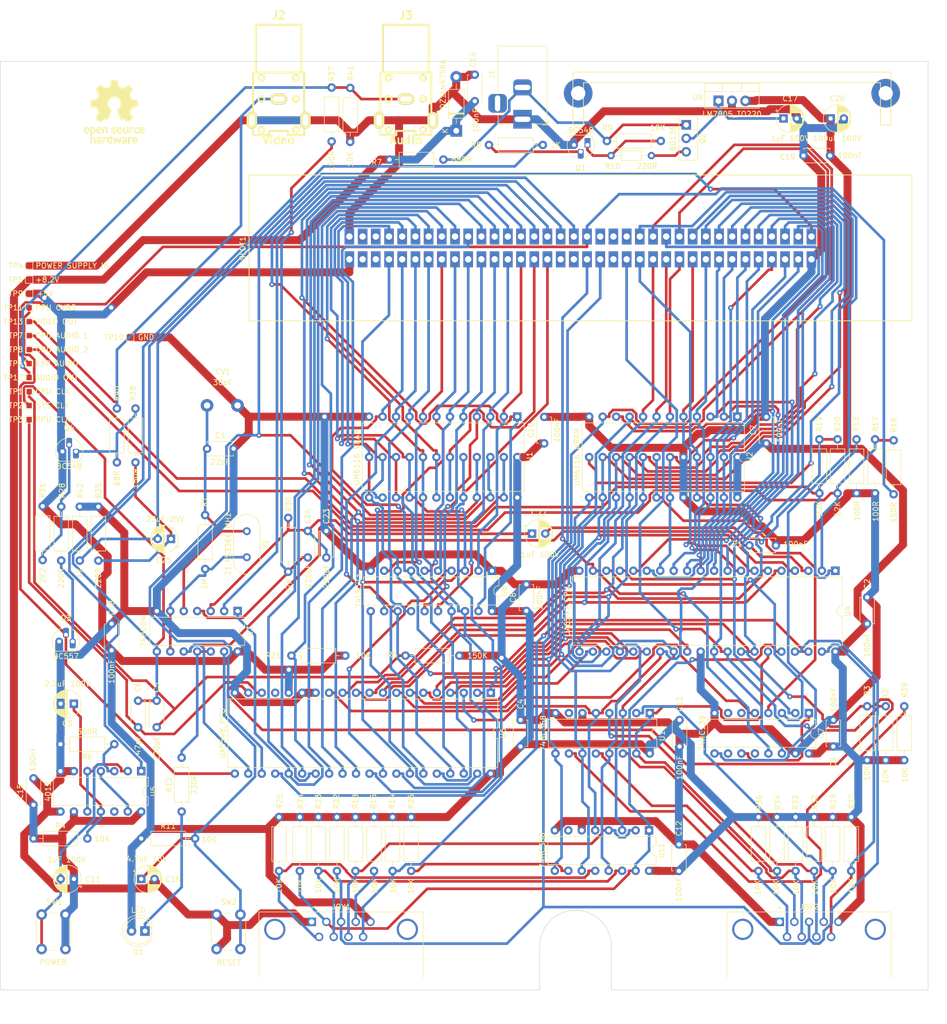
<source format=kicad_pcb>
(kicad_pcb (version 20211014) (generator pcbnew)
  (title_block (title "OpenPhantom - Phantom System PH-8 Main board") (date "2022-05-26") (rev "1"))
  (layers (0 "F.Cu" signal) (31 "B.Cu" signal) (34 "B.Paste" user) (35 "F.Paste" user) (36 "B.SilkS" user "B.Silkscreen") (37 "F.SilkS" user "F.Silkscreen") (38 "B.Mask" user) (39 "F.Mask" user) (44 "Edge.Cuts" user))
  (net 0 "")
  (net 1 "/VCC")
  (net 2 "/SYSTEM-CLK")
  (net 3 "/CPU-CLK")
  (net 4 "Net-(C1-Pad1)")
  (net 5 "/EXP-6")
  (net 6 "/GND")
  (net 7 "/PPU-CLK")
  (net 8 "/RST")
  (net 9 "/EXP-5")
  (net 10 "/+8,2V")
  (net 11 "Net-(Q1-Pad1)")
  (net 12 "Net-(D1-Pad1)")
  (net 13 "Net-(J1-Pad2)")
  (net 14 "Net-(J2-Pad1)")
  (net 15 "Net-(J3-Pad1)")
  (net 16 "/OUT-1")
  (net 17 "/4016-D1")
  (net 18 "/4016-D4")
  (net 19 "/4016-D3")
  (net 20 "/4016-D0")
  (net 21 "/~{OE1}")
  (net 22 "/OUT-2")
  (net 23 "/4017-D1")
  (net 24 "/4017-D4")
  (net 25 "/4017-D3")
  (net 26 "/4017-D0")
  (net 27 "/~{OE2}")
  (net 28 "Net-(Q1-Pad2)")
  (net 29 "/CVBS")
  (net 30 "Net-(Q2-Pad3)")
  (net 31 "Net-(Q3-Pad3)")
  (net 32 "Net-(Q4-Pad2)")
  (net 33 "Net-(R1-Pad2)")
  (net 34 "/PPU-A13")
  (net 35 "/~{IRQ}")
  (net 36 "/~{NMI}")
  (net 37 "/AUDIO-1")
  (net 38 "/AUDIO-2")
  (net 39 "Net-(R12-Pad2)")
  (net 40 "/4016-D2")
  (net 41 "/4017-D2")
  (net 42 "Net-(U5-Pad10)")
  (net 43 "/C11-Q1")
  (net 44 "/PPU-D4")
  (net 45 "/PPU-D5")
  (net 46 "/PPU-D6")
  (net 47 "/PPU-D7")
  (net 48 "/PPU-A12")
  (net 49 "/PPU-A10")
  (net 50 "/PPU-A11")
  (net 51 "/PPU-A9")
  (net 52 "/PPU-A8")
  (net 53 "/PPU-A7")
  (net 54 "/PPU-~{A13}")
  (net 55 "/VRAM-~{CE}")
  (net 56 "/PPU-~{WE}")
  (net 57 "/~{ROMSEL}")
  (net 58 "/CPU-D0")
  (net 59 "/CPU-D1")
  (net 60 "/CPU-D2")
  (net 61 "/CPU-D3")
  (net 62 "/CPU-D4")
  (net 63 "/CPU-D5")
  (net 64 "/CPU-D6")
  (net 65 "/CPU-D7")
  (net 66 "/CPU-A14")
  (net 67 "/CPU-A13")
  (net 68 "/CPU-A12")
  (net 69 "/M2")
  (net 70 "/PPU-D3")
  (net 71 "/PPU-D2")
  (net 72 "/PPU-D1")
  (net 73 "/PPU-D0")
  (net 74 "/PPU-A0")
  (net 75 "/PPU-A1")
  (net 76 "/PPU-A2")
  (net 77 "/PPU-A3")
  (net 78 "/PPU-A4")
  (net 79 "/PPU-A5")
  (net 80 "/PPU-A6")
  (net 81 "/VRAM-A10")
  (net 82 "/PPU-~{RD}")
  (net 83 "/EXP-1")
  (net 84 "/CPU-R~{W}")
  (net 85 "/CPU-A0")
  (net 86 "/CPU-A1")
  (net 87 "/CPU-A2")
  (net 88 "/CPU-A3")
  (net 89 "/CPU-A4")
  (net 90 "/CPU-A5")
  (net 91 "/CPU-A6")
  (net 92 "/CPU-A7")
  (net 93 "/CPU-A8")
  (net 94 "/CPU-A9")
  (net 95 "/CPU-A10")
  (net 96 "/CPU-A11")
  (net 97 "/CPU-A15")
  (net 98 "/ALE")
  (net 99 "/PPU-~{CE}")
  (net 100 "/WRAM-~{CE}")
  (net 101 "Net-(U5-Pad13)")
  (net 103 "Net-(U7-Pad1)")
  (net 104 "/EXP-0")
  (net 105 "/EXP-3")
  (net 106 "/EXP-4")
  (net 109 "/EXP-9")
  (net 110 "/EXP-8")
  (net 111 "/EXP-7")
  (net 119 "Net-(C3-Pad1)")
  (net 120 "Net-(C11-Pad2)")
  (net 121 "Net-(C17-Pad1)")
  (net 122 "Net-(C25-Pad1)")
  (net 124 "Net-(C16-Pad1)")
  (net 125 "Net-(C22-Pad1)")
  (net 126 "Net-(C22-Pad2)")
  (net 127 "Net-(C24-Pad1)")
  (net 128 "Net-(Q4-Pad3)")
  (footprint "Resistor_THT:R_Axial_DIN0207_L6.3mm_D2.5mm_P10.16mm_Horizontal" (layer "F.Cu") (at 92.92 138)
    (fp_text reference "R5")
    (fp_text value "150K")
  )
  (footprint "Capacitor_THT:C_Disc_D4.7mm_W2.5mm_P5.00mm" (layer "F.Cu") (at 37.5 137 90)
    (fp_text reference "C18")
    (fp_text value "100nF")
  )
  (footprint "Capacitor_THT:CP_Radial_D5.0mm_P2.50mm" (layer "F.Cu") (at 116.7949 115)
    (fp_text reference "C22")
    (fp_text value "1uF 100V")
  )
  (footprint "Capacitor_THT:C_Disc_D4.7mm_W2.5mm_P5.00mm" (layer "F.Cu") (at 78 119.5 90)
    (fp_text reference "C23")
    (fp_text value "220pF")
  )
  (footprint "Capacitor_THT:C_Disc_D4.7mm_W2.5mm_P5.00mm" (layer "F.Cu") (at 55.5 99)
    (fp_text reference "C1")
    (fp_text value "22pF")
  )
  (footprint "Capacitor_THT:CP_Radial_D5.0mm_P2.50mm" (layer "F.Cu") (at 43.09 180.09)
    (fp_text reference "C16")
    (fp_text value "4.7uF 16V")
  )
  (footprint "Capacitor_THT:C_Disc_D4.7mm_W2.5mm_P5.00mm" (layer "F.Cu") (at 157.79 117.22)
    (fp_text reference "C21")
    (fp_text value "100nF")
  )
  (footprint "Capacitor_THT:CP_Radial_D5.0mm_P2.50mm" (layer "F.Cu") (at 48.7051 116 180)
    (fp_text reference locked "C25")
    (fp_text value "22uF 25V")
  )
  (footprint "Capacitor_THT:C_Disc_D4.7mm_W2.5mm_P5.00mm" (layer "F.Cu") (at 106 33.5 90)
    (fp_text reference "C14")
    (fp_text value "100nF")
  )
  (footprint "Capacitor_THT:CP_Radial_D5.0mm_P2.50mm" (layer "F.Cu") (at 30.39 180.09 180)
    (fp_text reference "C11")
    (fp_text value "1uF 100V")
  )
  (footprint "Capacitor_THT:CP_Radial_D5.0mm_P2.50mm" (layer "F.Cu") (at 30.39 147.07 180)
    (fp_text reference "C3")
    (fp_text value "2,2uF 100V")
  )
  (footprint "Capacitor_THT:CP_Radial_D5.0mm_P2.50mm" (layer "F.Cu") (at 164.2244 36.75)
    (fp_text reference "C17")
    (fp_text value "1uF 100V")
  )
  (footprint "Capacitor_THT:C_Disc_D4.7mm_W2.5mm_P5.00mm" (layer "F.Cu") (at 173 43.75 180)
    (fp_text reference "C19")
    (fp_text value "100nF")
  )
  (footprint "Capacitor_THT:C_Disc_D4.7mm_W2.5mm_P5.00mm" (layer "F.Cu") (at 114.625 155.125 90)
    (fp_text reference "C4")
    (fp_text value "100nF")
  )
  (footprint "Capacitor_THT:C_Disc_D4.7mm_W2.5mm_P5.00mm" (layer "F.Cu") (at 161 98 90)
    (fp_text reference "C7")
    (fp_text value "100nF")
  )
  (footprint "Capacitor_THT:C_Disc_D4.7mm_W2.5mm_P5.00mm" (layer "F.Cu") (at 115.726 129.559 90)
    (fp_text reference "C8")
    (fp_text value "100nF")
  )
  (footprint "Capacitor_THT:C_Disc_D4.7mm_W2.5mm_P5.00mm" (layer "F.Cu") (at 173.625 155.125 90)
    (fp_text reference "C9")
    (fp_text value "100nF")
  )
  (footprint "Capacitor_THT:C_Disc_D4.7mm_W2.5mm_P5.00mm" (layer "F.Cu") (at 144.5 178.58 90)
    (fp_text reference "C12")
    (fp_text value "100nF")
  )
  (footprint "Conectores Vagner:rca_yellow" (layer "F.Cu") (at 69 33.0992 180)
    (fp_text reference "J2")
    (fp_text value "Video")
  )
  (footprint "Capacitor_THT:C_Disc_D4.7mm_W2.5mm_P5.00mm" (layer "F.Cu") (at 22.77 166.12 90)
    (fp_text reference "C15")
    (fp_text value "100nF")
  )
  (footprint "NESRE:TrimmerCap-THT" (layer "F.Cu") (at 55.5 88.84)
    (fp_text reference "CV1")
    (fp_text value "30pF")
  )
  (footprint "LED_THT:LED_D5.0mm" (layer "F.Cu") (at 43.8 189.9 180)
    (fp_text reference "D1")
    (fp_text value "LED")
  )
  (footprint "Connector_BarrelJack:BarrelJack_Horizontal" (layer "F.Cu") (at 115 36.9 -90)
    (fp_text reference "J1")
    (fp_text value "Barrel_Jack")
  )
  (footprint "Conectores Vagner:rca_white" (layer "F.Cu") (at 93 33.0992 180)
    (fp_text reference "J3")
    (fp_text value "Audio")
  )
  (footprint "Connector_Dsub:DSUB-9_Male_Horizontal_P2.77x2.84mm_EdgePinOffset7.70mm_Housed_MountingHolesOffset9.12mm" (layer "F.Cu") (at 163.505 188.1697)
    (fp_text reference "JOY2")
    (fp_text value "DB9 Controle 2")
  )
  (footprint "Package_TO_SOT_THT:TO-92_HandSolder" (layer "F.Cu") (at 27.615 135.325)
    (fp_text reference "Q3")
    (fp_text value "BC557")
  )
  (footprint "Package_TO_SOT_THT:TO-92_HandSolder" (layer "F.Cu") (at 28.23 99.52)
    (fp_text reference "Q4")
    (fp_text value "BC548")
  )
  (footprint "Package_TO_SOT_THT:TO-126-3_Vertical" (layer "F.Cu") (at 145.875 37.96 -90)
    (fp_text reference "Q2")
    (fp_text value "BD136")
  )
  (footprint "Package_TO_SOT_THT:TO-92_HandSolder" (layer "F.Cu") (at 127.25 41.75 180)
    (fp_text reference "Q1")
    (fp_text value "BC548")
  )
  (footprint "Resistor_THT:R_Axial_DIN0207_L6.3mm_D2.5mm_P10.16mm_Horizontal" (layer "F.Cu") (at 183.5 157.705 90)
    (fp_text reference "R2")
    (fp_text value "10K")
  )
  (footprint "Resistor_THT:R_Axial_DIN0207_L6.3mm_D2.5mm_P10.16mm_Horizontal" (layer "F.Cu") (at 180 157.705 90)
    (fp_text reference "R3")
    (fp_text value "10K")
  )
  (footprint "Resistor_THT:R_Axial_DIN0207_L6.3mm_D2.5mm_P10.16mm_Horizontal" (layer "F.Cu") (at 171 97.232 -90)
    (fp_text reference "R19")
    (fp_text value "22K")
  )
  (footprint "Resistor_THT:R_Axial_DIN0207_L6.3mm_D2.5mm_P10.16mm_Horizontal" (layer "F.Cu") (at 174.419 97.232 -90)
    (fp_text reference "R20")
    (fp_text value "12K")
  )
  (footprint "Resistor_THT:R_Axial_DIN0207_L6.3mm_D2.5mm_P10.16mm_Horizontal" (layer "F.Cu") (at 178 97.232 -90)
    (fp_text reference "R13")
    (fp_text value "100R")
  )
  (footprint "Resistor_THT:R_Axial_DIN0207_L6.3mm_D2.5mm_P10.16mm_Horizontal" (layer "F.Cu") (at 181.5 97.232 -90)
    (fp_text reference "R17")
    (fp_text value "100R")
  )
  (footprint "Resistor_THT:R_Axial_DIN0207_L6.3mm_D2.5mm_P10.16mm_Horizontal" (layer "F.Cu") (at 79 30.92 -90)
    (fp_text reference "R37")
    (fp_text value "150R")
  )
  (footprint "Resistor_THT:R_Axial_DIN0207_L6.3mm_D2.5mm_P10.16mm_Horizontal" (layer "F.Cu") (at 82.5 31 -90)
    (fp_text reference "R41")
    (fp_text value "10K")
  )
  (footprint "Resistor_THT:R_Axial_DIN0207_L6.3mm_D2.5mm_P10.16mm_Horizontal" (layer "F.Cu") (at 31.5 120.08 90)
    (fp_text reference "R42")
    (fp_text value "1K")
  )
  (footprint "Resistor_THT:R_Axial_DIN0207_L6.3mm_D2.5mm_P10.16mm_Horizontal" (layer "F.Cu") (at 24.5 109.82 -90)
    (fp_text reference "R31")
    (fp_text value "2K2")
  )
  (footprint "Resistor_THT:R_Axial_DIN0207_L6.3mm_D2.5mm_P10.16mm_Horizontal" (layer "F.Cu") (at 28 120.08 90)
    (fp_text reference "R28")
    (fp_text value "220R")
  )
  (footprint "Resistor_THT:R_Axial_DIN0207_L6.3mm_D2.5mm_P10.16mm_Horizontal" (layer "F.Cu") (at 35 109.92 -90)
    (fp_text reference "R35")
    (fp_text value "220R")
  )
  (footprint "Resistor_THT:R_Axial_DIN0207_L6.3mm_D2.5mm_P10.16mm_Horizontal" (layer "F.Cu") (at 38.5 101.58 90)
    (fp_text reference "R40")
    (fp_text value "68R")
  )
  (footprint "Diode_THT:D_DO-41_SOD81_P10.16mm_Horizontal" (layer "F.Cu") (at 102.5 39.08 90)
    (fp_text reference "DZ1")
    (fp_text value "1N4756A")
  )
  (footprint "Resistor_THT:R_Axial_DIN0207_L6.3mm_D2.5mm_P10.16mm_Horizontal" (layer "F.Cu") (at 177 168.42 -90)
    (fp_text reference "R27")
    (fp_text value "10K")
  )
  (footprint "Resistor_THT:R_Axial_DIN0207_L6.3mm_D2.5mm_P10.16mm_Horizontal" (layer "F.Cu") (at 173.5 168.42 -90)
    (fp_text reference "R29")
    (fp_text value "10K")
  )
  (footprint "Resistor_THT:R_Axial_DIN0207_L6.3mm_D2.5mm_P10.16mm_Horizontal" (layer "F.Cu") (at 166.5 168.42 -90)
    (fp_text reference "R33")
    (fp_text value "10K")
  )
  (footprint "Resistor_THT:R_Axial_DIN0207_L6.3mm_D2.5mm_P10.16mm_Horizontal" (layer "F.Cu") (at 159.5 168.42 -90)
    (fp_text reference "R36")
    (fp_text value "10K")
  )
  (footprint "Resistor_THT:R_Axial_DIN0207_L6.3mm_D2.5mm_P10.16mm_Horizontal" (layer "F.Cu") (at 187 157.705 90)
    (fp_text reference "R39")
    (fp_text value "10K")
  )
  (footprint "Resistor_THT:R_Axial_DIN0207_L6.3mm_D2.5mm_P10.16mm_Horizontal" (layer "F.Cu") (at 43.09 172.47)
    (fp_text reference "R11")
    (fp_text value "10K")
  )
  (footprint "Resistor_THT:R_Axial_DIN0207_L6.3mm_D2.5mm_P10.16mm_Horizontal" (layer "F.Cu") (at 50.71 167.39 90)
    (fp_text reference "R12")
    (fp_text value "330R")
  )
  (footprint "Resistor_THT:R_Axial_DIN0207_L6.3mm_D2.5mm_P10.16mm_Horizontal" (layer "F.Cu") (at 100.08 44.5 180)
    (fp_text reference "R7")
    (fp_text value "680R")
  )
  (footprint "Resistor_THT:R_Axial_DIN0207_L6.3mm_D2.5mm_P10.16mm_Horizontal" (layer "F.Cu") (at 22.77 172.47)
    (fp_text reference "R4")
    (fp_text value "10K")
  )
  (footprint "Resistor_THT:R_Axial_DIN0207_L6.3mm_D2.5mm_P10.16mm_Horizontal" (layer "F.Cu") (at 38.01 154.69 180)
    (fp_text reference "R6")
    (fp_text value "560R")
  )
  (footprint "Resistor_THT:R_Axial_DIN0207_L6.3mm_D2.5mm_P10.16mm_Horizontal" (layer "F.Cu") (at 108.67 41.75)
    (fp_text reference "R8")
    (fp_text value "1K")
  )
  (footprint "Resistor_THT:R_Axial_DIN0207_L6.3mm_D2.5mm_P10.16mm_Horizontal" (layer "F.Cu") (at 130.92 41)
    (fp_text reference "R9")
    (fp_text value "10K")
  )
  (footprint "Resistor_THT:R_Axial_DIN0204_L3.6mm_D1.6mm_P7.62mm_Horizontal" (layer "F.Cu") (at 131.69 43.75)
    (fp_text reference "R10")
    (fp_text value "220R")
  )
  (footprint "Conectores Vagner:Conector_NES_72pinos" (layer "F.Cu") (at 82.35 63.3 90)
    (fp_text reference "SLOT1")
    (fp_text value "72-Pin_Connector")
  )
  (footprint "Package_DIP:DIP-40_W15.24mm" (layer "F.Cu") (at 174 122 -90)
    (fp_text reference "U4")
    (fp_text value "UA6547_CPU")
  )
  (footprint "Package_DIP:DIP-24_W15.24mm" (layer "F.Cu") (at 114.01 92.96 -90)
    (fp_text reference "U1")
    (fp_text value "UM6116 VRAM")
  )
  (footprint "Package_DIP:DIP-24_W15.24mm" (layer "F.Cu") (at 155.52 92.96 -90)
    (fp_text reference "U2")
    (fp_text value "UM6116 WRAM")
  )
  (footprint "Package_DIP:DIP-20_W7.62mm" (layer "F.Cu") (at 109.23 122 -90)
    (fp_text reference "U8")
    (fp_text value "74LS373")
  )
  (footprint "Package_DIP:DIP-16_W7.62mm" (layer "F.Cu") (at 169 148.825 -90)
    (fp_text reference "U7")
    (fp_text value "74HC139")
  )
  (footprint "Package_DIP:DIP-16_W7.62mm" (layer "F.Cu") (at 138.875 170.93 -90)
    (fp_text reference "U11")
    (fp_text value "74HC368")
  )
  (footprint "Package_DIP:DIP-14_W7.62mm" (layer "F.Cu") (at 61.27 129.6 -90)
    (fp_text reference "U3")
    (fp_text value "74HC04")
  )
  (footprint "Package_DIP:DIP-14_W7.62mm" (layer "F.Cu") (at 43.09 159.77 -90)
    (fp_text reference "U5")
    (fp_text value "4013")
  )
  (footprint "Package_TO_SOT_THT:TO-220-3_Vertical" (layer "F.Cu") (at 151.96 33.445)
    (fp_text reference "U9")
    (fp_text value "LM7805_TO220")
  )
  (footprint "Crystal:Crystal_HC18-U_Vertical" (layer "F.Cu") (at 63 114.55 -90)
    (fp_text reference "Y1")
    (fp_text value "21.453366 MHz")
  )
  (footprint "Connector_Dsub:DSUB-9_Male_Horizontal_P2.77x2.84mm_EdgePinOffset7.70mm_Housed_MountingHolesOffset9.12mm" (layer "F.Cu") (at 75.24 188.1697)
    (fp_text reference "JOY1")
    (fp_text value "DB9 Controle 1")
  )
  (footprint "Resistor_THT:R_Axial_DIN0207_L6.3mm_D2.5mm_P10.16mm_Horizontal" (layer "F.Cu") (at 73 168.42 -90)
    (fp_text reference "R24")
    (fp_text value "10K")
  )
  (footprint "Resistor_THT:R_Axial_DIN0207_L6.3mm_D2.5mm_P10.16mm_Horizontal" (layer "F.Cu") (at 83.5 168.42 -90)
    (fp_text reference "R18")
    (fp_text value "10K")
  )
  (footprint "Resistor_THT:R_Axial_DIN0207_L6.3mm_D2.5mm_P10.16mm_Horizontal" (layer "F.Cu") (at 76.5 168.42 -90)
    (fp_text reference "R23")
    (fp_text value "10K")
  )
  (footprint "Resistor_THT:R_Axial_DIN0207_L6.3mm_D2.5mm_P10.16mm_Horizontal" (layer "F.Cu") (at 69.08 168.42 -90)
    (fp_text reference "R25")
    (fp_text value "10K")
  )
  (footprint "Resistor_THT:R_Axial_DIN0207_L6.3mm_D2.5mm_P10.16mm_Horizontal" (layer "F.Cu") (at 90.5 168.42 -90)
    (fp_text reference "R14")
    (fp_text value "10K")
  )
  (footprint "Resistor_THT:R_Axial_DIN0207_L6.3mm_D2.5mm_P10.16mm_Horizontal" (layer "F.Cu") (at 80 168.42 -90)
    (fp_text reference "R22")
    (fp_text value "10K")
  )
  (footprint "Resistor_THT:R_Axial_DIN0207_L6.3mm_D2.5mm_P10.16mm_Horizontal" (layer "F.Cu") (at 87 168.42 -90)
    (fp_text reference "R15")
    (fp_text value "10K")
  )
  (footprint "Resistor_THT:R_Axial_DIN0207_L6.3mm_D2.5mm_P10.16mm_Horizontal" (layer "F.Cu") (at 70.81 122.186 90)
    (fp_text reference "R30")
    (fp_text value "47K")
  )
  (footprint "Capacitor_THT:C_Disc_D4.7mm_W2.5mm_P5.00mm" (layer "F.Cu") (at 74.5 119.5 90)
    (fp_text reference "C24")
    (fp_text value "220pF")
  )
  (footprint "Resistor_THT:R_Axial_DIN0207_L6.3mm_D2.5mm_P10.16mm_Horizontal" (layer "F.Cu") (at 71.42 138)
    (fp_text reference "R21")
    (fp_text value "10K")
  )
  (footprint "Capacitor_THT:C_Disc_D4.7mm_W2.5mm_P5.00mm" (layer "F.Cu") (at 42.5 151.5 90)
    (fp_text reference "C6")
    (fp_text value "47pF")
  )
  (footprint "Package_DIP:DIP-16_W7.62mm" (layer "F.Cu") (at 139 148.825 -90)
    (fp_text reference "U10")
    (fp_text value "74HC368")
  )
  (footprint "Button_Switch_THT:SW_PUSH_6mm" (layer "F.Cu") (at 57.3 193.3 90)
    (fp_text reference "SW2")
    (fp_text value "RESET")
  )
  (footprint "Resistor_THT:R_Axial_DIN0207_L6.3mm_D2.5mm_P10.16mm_Horizontal" (layer "F.Cu") (at 55.145 111.515 -90)
    (fp_text reference "R1")
    (fp_text value "1M")
  )
  (footprint "Resistor_THT:R_Axial_DIN0207_L6.3mm_D2.5mm_P10.16mm_Horizontal" (layer "F.Cu") (at 94 168.42 -90)
    (fp_text reference "R26")
    (fp_text value "10K")
  )
  (footprint "Package_DIP:DIP-40_W15.24mm" (layer "F.Cu") (at 109 145 -90)
    (fp_text reference "U6")
    (fp_text value "UA6548_PPU")
  )
  (footprint "Capacitor_THT:C_Disc_D4.7mm_W2.5mm_P5.00mm" (layer "F.Cu") (at 46 151.5 90)
    (fp_text reference "C5")
    (fp_text value "220pF")
  )
  (footprint "Capacitor_THT:C_Disc_D4.7mm_W2.5mm_P5.00mm" (layer "F.Cu") (at 144.625 150.125 -90)
    (fp_text reference "C13")
    (fp_text value "100nF")
  )
  (footprint "Resistor_THT:R_Axial_DIN0207_L6.3mm_D2.5mm_P10.16mm_Horizontal" (layer "F.Cu") (at 170 168.42 -90)
    (fp_text reference "R32")
    (fp_text value "10K")
  )
  (footprint "Resistor_THT:R_Axial_DIN0207_L6.3mm_D2.5mm_P10.16mm_Horizontal" (layer "F.Cu") (at 163 168.42 -90)
    (fp_text reference "R34")
    (fp_text value "10K")
  )
  (footprint "Capacitor_THT:C_Disc_D4.7mm_W2.5mm_P5.00mm" (layer "F.Cu") (at 180 132 90)
    (fp_text reference "C2")
    (fp_text value "100nF")
  )
  (footprint "Button_Switch_THT:SW_PUSH_6mm" (layer "F.Cu") (at 28.8 186.8 -90)
    (fp_text reference "SW1")
    (fp_text value "POWER")
  )
  (footprint "Capacitor_THT:CP_Radial_D5.0mm_P2.50mm" (layer "F.Cu") (at 173.1144 36.75)
    (fp_text reference "C20")
    (fp_text value "100uF 100V")
  )
  (footprint "TestPoint:TestPoint_Pad_1.0x1.0mm" (layer "F.Cu") (at 21.95 69.7727 90)
    (fp_text reference "TP9")
    (fp_text value "+5V")
  )
  (footprint "Symbol:OSHW-Logo_11.4x12mm_SilkScreen" (layer "F.Cu") (at 38 35.5)
    (fp_text reference "REF**" hide)
    (fp_text value "OSHW-Logo_11.4x12mm_SilkScreen" hide)
  )
  (footprint "TestPoint:TestPoint_Pad_1.0x1.0mm" (layer "F.Cu") (at 21.95 80.3182 90)
    (fp_text reference "TP8")
    (fp_text value "CPU AUDIO 2")
  )
  (footprint "TestPoint:TestPoint_Pad_1.0x1.0mm" (layer "F.Cu") (at 21.95 82.9545 90)
    (fp_text reference "TP6")
    (fp_text value "EXP AUDIO")
  )
  (footprint "TestPoint:TestPoint_Pad_1.0x1.0mm" (layer "F.Cu") (at 21.95 75.0455 90)
    (fp_text reference "TP13")
    (fp_text value "VIDEO OUT")
  )
  (footprint "TestPoint:TestPoint_Pad_1.0x1.0mm" (layer "F.Cu") (at 21.95 67.1364 90)
    (fp_text reference "TP5")
    (fp_text value "+8,2V")
  )
  (footprint "MountingHole:MountingHole_2.7mm_M2.5_Pad" (layer "F.Cu") (at 183.5 32)
    (fp_text reference "PT2")
    (fp_text value "MountingHole_2.7mm_M2.5_Pad")
  )
  (footprint "TestPoint:TestPoint_Pad_1.0x1.0mm" (layer "F.Cu") (at 41 78)
    (fp_text reference "TP10")
    (fp_text value "GND")
  )
  (footprint "MountingHole:MountingHole_2.7mm_M2.5_Pad" (layer "F.Cu") (at 125.5 32)
    (fp_text reference "PT1")
    (fp_text value "MountingHole_2.7mm_M2.5_Pad")
  )
  (footprint "Resistor_THT:R_Axial_DIN0207_L6.3mm_D2.5mm_P10.16mm_Horizontal" (layer "F.Cu") (at 42 101.58 90)
    (fp_text reference "R38")
    (fp_text value "150R")
  )
  (footprint "Capacitor_THT:C_Disc_D4.7mm_W2.5mm_P5.00mm" (layer "F.Cu") (at 119.09 98 90)
    (fp_text reference "C10")
    (fp_text value "100nF")
  )
  (footprint "TestPoint:TestPoint_Pad_1.0x1.0mm" (layer "F.Cu") (at 21.95 93.5 90)
    (fp_text reference "TP3")
    (fp_text value "PPU CLK")
  )
  (footprint "TestPoint:TestPoint_Pad_1.0x1.0mm" (layer "F.Cu") (at 21.95 64.5 90)
    (fp_text reference "TP4")
    (fp_text value "POWER SUPPLY IN")
  )
  (footprint "Resistor_THT:R_Axial_DIN0207_L6.3mm_D2.5mm_P10.16mm_Horizontal" (layer "F.Cu") (at 185 107.58 90)
    (fp_text reference "R16")
    (fp_text value "150R")
  )
  (footprint "TestPoint:TestPoint_Pad_1.0x1.0mm" (layer "F.Cu") (at 21.95 85.5909 90)
    (fp_text reference "TP12")
    (fp_text value "AUDIO OUT")
  )
  (footprint "TestPoint:TestPoint_Pad_1.0x1.0mm" (layer "F.Cu") (at 21.95 88.2273 90)
    (fp_text reference "TP1")
    (fp_text value "CPU CLK")
  )
  (footprint "TestPoint:TestPoint_Pad_1.0x1.0mm" (layer "F.Cu") (at 21.95 72.4091 90)
    (fp_text reference "TP11")
    (fp_text value "PPU CVBS")
  )
  (footprint "TestPoint:TestPoint_Pad_1.0x1.0mm" (layer "F.Cu") (at 21.95 77.6818 90)
    (fp_text reference "TP7")
    (fp_text value "CPU AUDIO 1")
  )
  (footprint "TestPoint:TestPoint_Pad_1.0x1.0mm" (layer "F.Cu") (at 21.95 90.8636 90)
    (fp_text reference "TP2")
    (fp_text value "SYS CLK")
  )
  (gr_line locked (start 124.5 38) (end 124.5 28) (layer "F.SilkS") (width 0.15))
  (gr_line locked (start 182.5 30) (end 126.5 30) (layer "F.SilkS") (width 0.15))
  (gr_line locked (start 63.425 74.9) (end 63.425 47.4) (layer "F.SilkS") (width 0.15))
  (gr_line locked (start 184.5 38) (end 182.5 38) (layer "F.SilkS") (width 0.15))
  (gr_line locked (start 184.5 28) (end 184.5 38) (layer "F.SilkS") (width 0.15))
  (gr_line locked (start 126.5 30) (end 126.5 38) (layer "F.SilkS") (width 0.15))
  (gr_line locked (start 188.425 74.9) (end 63.425 74.9) (layer "F.SilkS") (width 0.15))
  (gr_line locked (start 63.425 47.4) (end 188.425 47.4) (layer "F.SilkS") (width 0.15))
  (gr_line locked (start 182.5 38) (end 182.5 30) (layer "F.SilkS") (width 0.15))
  (gr_line locked (start 124.5 28) (end 184.5 28) (layer "F.SilkS") (width 0.15))
  (gr_line locked (start 126.5 38) (end 124.5 38) (layer "F.SilkS") (width 0.15))
  (gr_line locked (start 188.425 47.4) (end 188.425 74.9) (layer "F.SilkS") (width 0.15))
  (gr_line locked (start 191.5 26) (end 191.5 201) (layer "Edge.Cuts") (width 0.1))
  (gr_line locked (start 118.25 201) (end 16.5 201) (layer "Edge.Cuts") (width 0.1))
  (gr_line locked (start 118.25 192.75) (end 118.25 201) (layer "Edge.Cuts") (width 0.1))
  (gr_arc locked (start 118.25 192.75) (mid 125 186) (end 131.75 192.75) (layer "Edge.Cuts") (width 0.1))
  (gr_line locked (start 131.75 201) (end 131.75 192.75) (layer "Edge.Cuts") (width 0.1))
  (gr_line locked (start 16.5 201) (end 16.5 26) (layer "Edge.Cuts") (width 0.1))
  (gr_line locked (start 16.5 26) (end 191.5 26) (layer "Edge.Cuts") (width 0.1))
  (gr_line locked (start 191.5 201) (end 131.75 201) (layer "Edge.Cuts") (width 0.1))
  (segment (start 169 156.445) (end 170.7503 156.445) (width 1.5) (layer "F.Cu") (net 1))
  (segment (start 144.5 178.58) (end 140.6553 178.58) (width 1.5) (layer "F.Cu") (net 1))
  (segment (start 66.4446 140.6443) (end 63.0203 137.22) (width 1.5) (layer "F.Cu") (net 1))
  (segment (start 180 157.705) (end 183.5 157.705) (width 1.5) (layer "F.Cu") (net 1))
  (segment (start 39.5064 139.0064) (end 59.4836 139.0064) (width 1.5) (layer "F.Cu") (net 1))
  (segment (start 110.7503 158.9997) (end 110.7503 160.24) (width 1.5) (layer "F.Cu") (net 1))
  (segment (start 178.1986 125.6362) (end 186.7617 117.0731) (width 1.5) (layer "F.Cu") (net 1))
  (segment (start 114.01 100.58) (end 115.7603 100.58) (width 1.5) (layer "F.Cu") (net 1))
  (segment (start 24.5 109.82) (end 27.9304 113.2504) (width 1.5) (layer "F.Cu") (net 1))
  (segment (start 76.5 168.42) (end 73 168.42) (width 1.5) (layer "F.Cu") (net 1))
  (segment (start 76.5 168.42) (end 80 168.42) (width 1.5) (layer "F.Cu") (net 1))
  (segment (start 170 168.42) (end 173.5 168.42) (width 1.5) (layer "F.Cu") (net 1))
  (segment (start 87 168.42) (end 90.5 168.42) (width 1.5) (layer "F.Cu") (net 1))
  (segment (start 35.7378 123.2954) (end 35.7378 135.2378) (width 1.5) (layer "F.Cu") (net 1))
  (segment (start 30.7144 113.2504) (end 36.758 119.294) (width 1.5) (layer "F.Cu") (net 1))
  (segment (start 162.0216 99.0216) (end 161 98) (width 1.5) (layer "F.Cu") (net 1))
  (segment (start 186.7617 106.8596) (end 178.9237 99.0216) (width 1.5) (layer "F.Cu") (net 1))
  (segment (start 173.1144 36.75) (end 171.3641 36.75) (width 1.5) (layer "F.Cu") (net 1))
  (segment (start 186.7617 117.0731) (end 186.7617 106.8596) (width 1.5) (layer "F.Cu") (net 1))
  (segment (start 80 168.42) (end 83.5 168.42) (width 1.5) (layer "F.Cu") (net 1))
  (segment (start 23.4003 69.7727) (end 24.0251 69.7727) (width 1.5) (layer "F.Cu") (net 1))
  (segment (start 36.758 119.294) (end 36.758 122.2752) (width 1.5) (layer "F.Cu") (net 1))
  (segment (start 24.0251 69.7727) (end 24.8138 70.5614) (width 1.5) (layer "F.Cu") (net 1))
  (segment (start 59.4836 139.0064) (end 61.27 137.22) (width 1.5) (layer "F.Cu") (net 1))
  (segment (start 37.5 137) (end 39.5064 139.0064) (width 1.5) (layer "F.Cu") (net 1))
  (segment (start 44.8905 170.6695) (end 67.2849 170.6695) (width 1.5) (layer "F.Cu") (net 1))
  (segment (start 187 157.705) (end 183.5 157.705) (width 1.5) (layer "F.Cu") (net 1))
  (segment (start 159.093 33.2948) (end 158.9428 33.445) (width 1.5) (layer "F.Cu") (net 1))
  (segment (start 173.1144 38.5003) (end 173.1144 43.6356) (width 1.5) (layer "F.Cu") (net 1))
  (segment (start 173.5 168.42) (end 177 168.42) (width 1.5) (layer "F.Cu") (net 1))
  (segment (start 178.9237 99.0216) (end 176.2282 99.0216) (width 1.5) (layer "F.Cu") (net 1))
  (segment (start 36.758 122.2752) (end 35.7378 123.2954) (width 1.5) (layer "F.Cu") (net 1))
  (segment (start 175.7503 137.24) (end 175.7503 136.2497) (width 1.5) (layer "F.Cu") (net 1))
  (segment (start 115.726 129.559) (end 115.665 129.62) (width 1.5) (layer "F.Cu") (net 1))
  (segment (start 171.3641 36.75) (end 167.9089 33.2948) (width 1.5) (layer "F.Cu") (net 1))
  (segment (start 109.23 129.62) (end 110.9803 129.62) (width 1.5) (layer "F.Cu") (net 1))
  (segment (start 177 168.42) (end 178.7623 170.1823) (width 1.5) (layer "F.Cu") (net 1))
  (segment (start 67.2849 179.2824) (end 72.5034 184.5009) (width 1.5) (layer "F.Cu") (net 1))
  (segment (start 43.09 172.47) (end 44.8905 170.6695) (width 1.5) (layer "F.Cu") (net 1))
  (segment (start 21.95 69.7727) (end 23.4003 69.7727) (width 1.5) (layer "F.Cu") (net 1))
  (segment (start 109 160.24) (end 100.82 168.42) (width 1.5) (layer "F.Cu") (net 1))
  (segment (start 94 168.42) (end 90.5 168.42) (width 1.5) (layer "F.Cu") (net 1))
  (segment (start 72.5034 184.5009) (end 82.6512 184.5009) (width 1.5) (layer "F.Cu") (net 1))
  (segment (start 81.58 138) (end 79.8297 138) (width 1.5) (layer "F.Cu") (net 1))
  (segment (start 138.875 178.55) (end 140.6253 178.55) (width 1.5) (layer "F.Cu") (net 1))
  (segment (start 44.0811 65.7503) (end 82.35 65.7503) (width 1.5) (layer "F.Cu") (net 1))
  (segment (start 27.9304 113.2504) (end 30.7144 113.2504) (width 1.5) (layer "F.Cu") (net 1))
  (segment (start 115.0554 154.6946) (end 114.625 155.125) (width 1.5) (layer "F.Cu") (net 1))
  (segment (start 140.6553 178.58) (end 140.6253 178.55) (width 1.5) (layer "F.Cu") (net 1))
  (segment (start 109 160.24) (end 110.7503 160.24) (width 1.5) (layer "F.Cu") (net 1))
  (segment (start 83.5 168.42) (end 87 168.42) (width 1.5) (layer "F.Cu") (net 1))
  (segment (start 100.82 168.42) (end 94 168.42) (width 1.5) (layer "F.Cu") (net 1))
  (segment (start 167.9089 33.2948) (end 159.093 33.2948) (width 1.5) (layer "F.Cu") (net 1))
  (segment (start 70.9269 140.6443) (end 66.4446 140.6443) (width 1.5) (layer "F.Cu") (net 1))
  (segment (start 114.625 155.125) (end 110.7503 158.9997) (width 1.5) (layer "F.Cu") (net 1))
  (segment (start 137.2496 154.6946) (end 115.0554 154.6946) (width 1.5) (layer "F.Cu") (net 1))
  (segment (start 119.09 98) (end 118.3403 98) (width 1.5) (layer "F.Cu") (net 1))
  (segment (start 73 168.42) (end 69.08 168.42) (width 1.5) (layer "F.Cu") (net 1))
  (segment (start 176.3045 47.0545) (end 173 43.75) (width 1.5) (layer "F.Cu") (net 1))
  (segment (start 173.1144 36.75) (end 173.1144 38.5003) (width 1.5) (layer "F.Cu") (net 1))
  (segment (start 67.2849 170.2151) (end 67.2849 170.6695) (width 1.5) (layer "F.Cu") (net 1))
  (segment (start 82.6512 184.5009) (end 86.32 188.1697) (width 1.5) (layer "F.Cu") (net 1))
  (segment (start 37.4282 72.4032) (end 44.0811 65.7503) (width 1.5) (layer "F.Cu") (net 1))
  (segment (start 178.7623 170.1823) (end 178.7623 183.9924) (width 1.5) (layer "F.Cu") (net 1))
  (segment (start 180 132) (end 178.1986 130.1986) (width 1.5) (layer "F.Cu") (net 1))
  (segment (start 176.2282 71.2617) (end 176.3045 71.1854) (width 1.5) (layer "F.Cu") (net 1))
  (segment (start 178.7623 183.9924) (end 174.585 188.1697) (width 1.5) (layer "F.Cu") (net 1))
  (segment (start 157.04 33.445) (end 158.9428 33.445) (width 1.5) (layer "F.Cu") (net 1))
  (segment (start 176.2282 99.0216) (end 162.0216 99.0216) (width 1.5) (layer "F.Cu") (net 1))
  (segment (start 77.1854 140.6443) (end 70.9269 140.6443) (width 1.5) (layer "F.Cu") (net 1))
  (segment (start 178.1986 130.1986) (end 178.1986 125.6362) (width 1.5) (layer "F.Cu") (net 1))
  (segment (start 176.2282 99.0216) (end 176.2282 71.2617) (width 1.5) (layer "F.Cu") (net 1))
  (segment (start 175.7503 136.2497) (end 180 132) (width 1.5) (layer "F.Cu") (net 1))
  (segment (start 82.35 63.3) (end 82.35 65.7503) (width 1.5) (layer "F.Cu") (net 1))
  (segment (start 79.8297 138) (end 77.1854 140.6443) (width 1.5) (layer "F.Cu") (net 1))
  (segment (start 67.2849 170.6695) (end 67.2849 179.2824) (width 1.5) (layer "F.Cu") (net 1))
  (segment (start 115.665 129.62) (end 110.9803 129.62) (width 1.5) (layer "F.Cu") (net 1))
  (segment (start 139 156.445) (end 137.2496 154.6946) (width 1.5) (layer "F.Cu") (net 1))
  (segment (start 118.3403 98) (end 115.7603 100.58) (width 1.5) (layer "F.Cu") (net 1))
  (segment (start 35.7378 135.2378) (end 37.5 137) (width 1.5) (layer "F.Cu") (net 1))
  (segment (start 61.27 137.22) (end 63.0203 137.22) (width 1.5) (layer "F.Cu") (net 1))
  (segment (start 173.1144 43.6356) (end 173 43.75) (width 1.5) (layer "F.Cu") (net 1))
  (segment (start 172.0703 155.125) (end 170.7503 156.445) (width 1.5) (layer "F.Cu") (net 1))
  (segment (start 176.3045 71.1854) (end 176.3045 47.0545) (width 1.5) (layer "F.Cu") (net 1))
  (segment (start 173.625 155.125) (end 172.0703 155.125) (width 1.5) (layer "F.Cu") (net 1))
  (segment (start 174 137.24) (end 175.7503 137.24) (width 1.5) (layer "F.Cu") (net 1))
  (segment (start 163 168.42) (end 159.5 168.42) (width 1.5) (layer "F.Cu") (net 1))
  (segment (start 69.08 168.42) (end 67.2849 170.2151) (width 1.5) (layer "F.Cu") (net 1))
  (via (at 37.4282 72.4032) (size 1.5) (drill 0.8) (layers "F.Cu" "B.Cu") (net 1))
  (via (at 24.8138 70.5614) (size 1.5) (drill 0.8) (layers "F.Cu" "B.Cu") (net 1))
  (via (at 70.9269 140.6443) (size 1.5) (drill 0.8) (layers "F.Cu" "B.Cu") (net 1))
  (segment (start 70.9269 143.2228) (end 70.9269 140.6443) (width 1.5) (layer "B.Cu") (net 1))
  (segment (start 159.5 168.42) (end 154.66 168.42) (width 1.5) (layer "B.Cu") (net 1))
  (segment (start 28.23 99.52) (end 28.23 106.09) (width 1.5) (layer "B.Cu") (net 1))
  (segment (start 143.37 151.38) (end 146.7425 154.7525) (width 1.5) (layer "B.Cu") (net 1))
  (segment (start 155.52 102.3303) (end 155.52 108.2) (width 1.5) (layer "B.Cu") (net 1))
  (segment (start 139 156.445) (end 139 154.6947) (width 1.5) (layer "B.Cu") (net 1))
  (segment (start 114.01 102.3303) (end 114.01 106.4497) (width 1.5) (layer "B.Cu") (net 1))
  (segment (start 175.4178 155.125) (end 173.625 155.125) (width 1.5) (layer "B.Cu") (net 1))
  (segment (start 27.9631 73.7107) (end 36.1207 73.7107) (width 1.5) (layer "B.Cu") (net 1))
  (segment (start 166.5 168.42) (end 170 168.42) (width 1.5) (layer "B.Cu") (net 1))
  (segment (start 114.01 100.58) (end 114.01 102.3303) (width 1.5) (layer "B.Cu") (net 1))
  (segment (start 41.26 189.9) (end 41.26 174.3) (width 1.5) (layer "B.Cu") (net 1))
  (segment (start 175.4178 140.4081) (end 175.4178 155.125) (width 1.5) (layer "B.Cu") (net 1))
  (segment (start 178.325 157.705) (end 178.325 167.095) (width 1.5) (layer "B.Cu") (net 1))
  (segment (start 114.01 121.0009) (end 109.23 125.7809) (width 1.5) (layer "B.Cu") (net 1))
  (segment (start 24.8138 70.5614) (end 27.9631 73.7107) (width 1.5) (layer "B.Cu") (net 1))
  (segment (start 178.325 157.705) (end 175.745 155.125) (width 1.5) (layer "B.Cu") (net 1))
  (segment (start 140.0553 154.6947) (end 139 154.6947) (width 1.5) (layer "B.Cu") (net 1))
  (segment (start 163 168.42) (end 166.5 168.42) (width 1.5) (layer "B.Cu") (net 1))
  (segment (start 109.23 125.7809) (end 109.23 129.62) (width 1.5) (layer "B.Cu") (net 1))
  (segment (start 114.01 108.2) (end 114.01 106.4497) (width 1.5) (layer "B.Cu") (net 1))
  (segment (start 159.8503 98) (end 157.2703 100.58) (width 1.5) (layer "B.Cu") (net 1))
  (segment (start 144.625 150.125) (end 143.37 151.38) (width 1.5) (layer "B.Cu") (net 1))
  (segment (start 116.3754 130.2084) (end 115.726 129.559) (width 1.5) (layer "B.Cu") (net 1))
  (segment (start 37.5 150.695) (end 37.5 137) (width 1.5) (layer "B.Cu") (net 1))
  (segment (start 114.625 155.125) (end 116.3754 153.3746) (width 1.5) (layer "B.Cu") (net 1))
  (segment (start 161 98) (end 159.8503 98) (width 1.5) (layer "B.Cu") (net 1))
  (segment (start 116.3754 153.3746) (end 116.3754 130.2084) (width 1.5) (layer "B.Cu") (net 1))
  (segment (start 175.745 155.125) (end 175.4178 155.125) (width 1.5) (layer "B.Cu") (net 1))
  (segment (start 36.1207 73.7107) (end 37.4282 72.4032) (width 1.5) (layer "B.Cu") (net 1))
  (segment (start 178.325 167.095) (end 177 168.42) (width 1.5) (layer "B.Cu") (net 1))
  (segment (start 114.01 108.2) (end 114.01 121.0009) (width 1.5) (layer "B.Cu") (net 1))
  (segment (start 70.9 143.2497) (end 70.9269 143.2228) (width 1.5) (layer "B.Cu") (net 1))
  (segment (start 155.52 100.58) (end 155.52 102.3303) (width 1.5) (layer "B.Cu") (net 1))
  (segment (start 174 137.24) (end 174 138.9903) (width 1.5) (layer "B.Cu") (net 1))
  (segment (start 70.9 145) (end 70.9 143.2497) (width 1.5) (layer "B.Cu") (net 1))
  (segment (start 28.23 106.09) (end 24.5 109.82) (width 1.5) (layer "B.Cu") (net 1))
  (segment (start 180 157.705) (end 178.325 157.705) (width 1.5) (layer "B.Cu") (net 1))
  (segment (start 143.37 151.38) (end 140.0553 154.6947) (width 1.5) (layer "B.Cu") (net 1))
  (segment (start 146.7425 154.7525) (end 146.7425 160.5025) (width 1.5) (layer "B.Cu") (net 1))
  (segment (start 146.7425 160.5025) (end 154.66 168.42) (width 1.5) (layer "B.Cu") (net 1))
  (segment (start 174 138.9903) (end 175.4178 140.4081) (width 1.5) (layer "B.Cu") (net 1))
  (segment (start 28.23 99.52) (end 27.9631 99.2531) (width 1.5) (layer "B.Cu") (net 1))
  (segment (start 43.09 172.47) (end 44.8439 170.7161) (width 1.5) (layer "B.Cu") (net 1))
  (segment (start 44.8439 170.7161) (end 44.8439 158.0389) (width 1.5) (layer "B.Cu") (net 1))
  (segment (start 44.8439 158.0389) (end 37.5 150.695) (width 1.5) (layer "B.Cu") (net 1))
  (segment (start 41.26 174.3) (end 43.09 172.47) (width 1.5) (layer "B.Cu") (net 1))
  (segment (start 155.52 100.58) (end 157.2703 100.58) (width 1.5) (layer "B.Cu") (net 1))
  (segment (start 154.66 168.42) (end 144.5 178.58) (width 1.5) (layer "B.Cu") (net 1))
  (segment (start 27.9631 99.2531) (end 27.9631 73.7107) (width 1.5) (layer "B.Cu") (net 1))
  (segment (start 36.2504 108.2065) (end 47.3 119.2561) (width 0.5) (layer "F.Cu") (net 2))
  (segment (start 47.3 134.6997) (end 46.03 135.9697) (width 0.5) (layer "F.Cu") (net 2))
  (segment (start 169.5 59) (end 169.5 57.0497) (width 0.5) (layer "F.Cu") (net 2))
  (segment (start 21.95 90.8636) (end 20.9996 89.9132) (width 0.5) (layer "F.Cu") (net 2))
  (segment (start 150.466 50.067) (end 162.5173 50.067) (width 0.5) (layer "F.Cu") (net 2))
  (segment (start 36.2504 100.8665) (end 36.2504 108.2065) (width 0.5) (layer "F.Cu") (net 2))
  (segment (start 21.2417 87.2593) (end 22.6432 87.2593) (width 0.5) (layer "F.Cu") (net 2))
  (segment (start 20.9996 89.9132) (end 20.9996 87.5014) (width 0.5) (layer "F.Cu") (net 2))
  (segment (start 20.9996 87.5014) (end 21.2417 87.2593) (width 0.5) (layer "F.Cu") (net 2))
  (segment (start 162.5173 50.067) (end 169.5 57.0497) (width 0.5) (layer "F.Cu") (net 2))
  (segment (start 22.6432 87.2593) (end 36.2504 100.8665) (width 0.5) (layer "F.Cu") (net 2))
  (segment (start 46 146.5) (end 42.5 146.5) (width 0.5) (layer "F.Cu") (net 2))
  (segment (start 46.03 137.22) (end 46.03 135.9697) (width 0.5) (layer "F.Cu") (net 2))
  (segment (start 47.3 119.2561) (end 47.3 134.6997) (width 0.5) (layer "F.Cu") (net 2))
  (via (at 150.466 50.067) (size 1) (drill 0.4) (layers "F.Cu" "B.Cu") (net 2))
  (segment (start 45.5611 135.9697) (end 46.03 135.9697) (width 0.5) (layer "B.Cu") (net 2))
  (segment (start 46 146.5) (end 46.03 146.47) (width 0.5) (layer "B.Cu") (net 2))
  (segment (start 30.2463 120.6549) (end 45.5611 135.9697) (width 0.5) (layer "B.Cu") (net 2))
  (segment (start 150.466 50.067) (end 147.6277 47.2287) (width 0.5) (layer "B.Cu") (net 2))
  (segment (start 147.6277 47.2287) (end 77.0699 47.2287) (width 0.5) (layer "B.Cu") (net 2))
  (segment (start 44.6252 104.5966) (end 30.2463 118.9755) (width 0.5) (layer "B.Cu") (net 2))
  (segment (start 46.03 146.47) (end 46.03 137.22) (width 0.5) (layer "B.Cu") (net 2))
  (segment (start 46.03 137.22) (end 46.03 135.9697) (width 0.5) (layer "B.Cu") (net 2))
  (segment (start 44.6252 79.6734) (end 44.6252 104.5966) (width 0.5) (layer "B.Cu") (net 2))
  (segment (start 30.2463 118.9755) (end 30.2463 120.6549) (width 0.5) (layer "B.Cu") (net 2))
  (segment (start 77.0699 47.2287) (end 44.6252 79.6734) (width 0.5) (layer "B.Cu") (net 2))
  (segment (start 116.1539 136.3154) (end 111.0777 141.3916) (width 0.5) (layer "F.Cu") (net 3))
  (segment (start 44.031 142.7172) (end 49.4069 148.0931) (width 0.5) (layer "F.Cu") (net 3))
  (segment (start 22.9499 90.1775) (end 22.9499 124.2182) (width 0.5) (layer "F.Cu") (net 3))
  (segment (start 146.06 137.24) (end 146.06 135.9897) (width 0.5) (layer "F.Cu") (net 3))
  (segment (start 91.7378 138) (end 87.699 142.0388) (width 0.5) (layer "F.Cu") (net 3))
  (segment (start 55.4612 142.0388) (end 49.4069 148.0931) (width 0.5) (layer "F.Cu") (net 3))
  (segment (start 122.4996 133.1043) (end 119.2885 136.3154) (width 0.5) (layer "F.Cu") (net 3))
  (segment (start 142.7205 133.1043) (end 122.4996 133.1043) (width 0.5) (layer "F.Cu") (net 3))
  (segment (start 46 151.5) (end 49.4069 148.0931) (width 0.5) (layer "F.Cu") (net 3))
  (segment (start 111.0777 141.3916) (end 97.6658 141.3916) (width 0.5) (layer "F.Cu") (net 3))
  (segment (start 21.95 88.2273) (end 21.95 89.1776) (width 0.5) (layer "F.Cu") (net 3))
  (segment (start 145.6059 135.9897) (end 142.7205 133.1043) (width 0.5) (layer "F.Cu") (net 3))
  (segment (start 92.92 138) (end 91.7378 138) (width 0.5) (layer "F.Cu") (net 3))
  (segment (start 21.95 89.1776) (end 22.9499 90.1775) (width 0.5) (layer "F.Cu") (net 3))
  (segment (start 146.06 135.9897) (end 145.6059 135.9897) (width 0.5) (layer "F.Cu") (net 3))
  (segment (start 87.699 142.0388) (end 55.4612 142.0388) (width 0.5) (layer "F.Cu") (net 3))
  (segment (start 119.2885 136.3154) (end 116.1539 136.3154) (width 0.5) (layer "F.Cu") (net 3))
  (segment (start 41.4489 142.7172) (end 44.031 142.7172) (width 0.5) (layer "F.Cu") (net 3))
  (segment (start 22.9499 124.2182) (end 41.4489 142.7172) (width 0.5) (layer "F.Cu") (net 3))
  (via (at 97.6658 141.3916) (size 1) (drill 0.4) (layers "F.Cu" "B.Cu") (net 3))
  (segment (start 92.92 138) (end 94.2742 138) (width 0.5) (layer "B.Cu") (net 3))
  (segment (start 94.2742 138) (end 97.6658 141.3916) (width 0.5) (layer "B.Cu") (net 3))
  (segment (start 58.18 114.55) (end 51.11 121.62) (width 0.5) (layer "F.Cu") (net 4))
  (segment (start 58.18 114.55) (end 63 114.55) (width 0.5) (layer "F.Cu") (net 4))
  (segment (start 51.11 121.62) (end 51.11 129.6) (width 0.5) (layer "F.Cu") (net 4))
  (segment (start 55.145 111.515) (end 58.18 114.55) (width 0.5) (layer "F.Cu") (net 4))
  (segment (start 55.5 90.84) (end 55.5 99) (width 0.5) (layer "B.Cu") (net 4))
  (segment (start 55.5 99) (end 55.145 99.355) (width 0.5) (layer "B.Cu") (net 4))
  (segment (start 55.145 99.355) (end 55.145 111.515) (width 0.5) (layer "B.Cu") (net 4))
  (segment (start 47.1835 60.9503) (end 127.17 60.9503) (width 0.5) (layer "F.Cu") (net 5))
  (segment (start 24.0005 71.4457) (end 24.3165 71.7617) (width 0.5) (layer "F.Cu") (net 5))
  (segment (start 21.2435 71.4457) (end 24.0005 71.4457) (width 0.5) (layer "F.Cu") (net 5))
  (segment (start 20.2819 81.2864) (end 20.2819 72.4073) (width 0.5) (layer "F.Cu") (net 5))
  (segment (start 36.3721 71.7617) (end 47.1835 60.9503) (width 0.5) (layer "F.Cu") (net 5))
  (segment (start 127.17 59) (end 127.17 60.9503) (width 0.5) (layer "F.Cu") (net 5))
  (segment (start 21.95 82.9545) (end 20.2819 81.2864) (width 0.5) (layer "F.Cu") (net 5))
  (segment (start 20.2819 72.4073) (end 21.2435 71.4457) (width 0.5) (layer "F.Cu") (net 5))
  (segment (start 24.3165 71.7617) (end 36.3721 71.7617) (width 0.5) (layer "F.Cu") (net 5))
  (segment (start 183.156 59.677) (end 173.4339 49.9549) (width 0.5) (layer "B.Cu") (net 5))
  (segment (start 183.156 105.736) (end 183.156 59.677) (width 0.5) (layer "B.Cu") (net 5))
  (segment (start 133.2024 51.0173) (end 127.17 57.0497) (width 0.5) (layer "B.Cu") (net 5))
  (segment (start 152.5191 49.9549) (end 151.4567 51.0173) (width 0.5) (layer "B.Cu") (net 5))
  (segment (start 127.17 59) (end 127.17 57.0497) (width 0.5) (layer "B.Cu") (net 5))
  (segment (start 151.4567 51.0173) (end 133.2024 51.0173) (width 0.5) (layer "B.Cu") (net 5))
  (segment (start 185 107.58) (end 183.156 105.736) (width 0.5) (layer "B.Cu") (net 5))
  (segment (start 173.4339 49.9549) (end 152.5191 49.9549) (width 0.5) (layer "B.Cu") (net 5))
  (segment (start 82.5 40.2848) (end 82.5 41.16) (width 1.5) (layer "F.Cu") (net 6))
  (segment (start 130.3527 35.3953) (end 154.5 35.3953) (width 1.5) (layer "F.Cu") (net 6))
  (segment (start 165.5211 34.9996) (end 161.6498 34.9996) (width 1.5) (layer "F.Cu") (net 6))
  (segment (start 98.0546 34.5479) (end 98.9224 34.5479) (width 1.5) (layer "F.Cu") (net 6))
  (segment (start 114.625 150.125) (end 118.1697 150.125) (width 1.5) (layer "F.Cu") (net 6))
  (segment (start 63.37 92.96) (end 63.37 96.13) (width 1.5) (layer "F.Cu") (net 6))
  (segment (start 171.3504 47.1004) (end 171.3504 61.4496) (width 1.5) (layer "F.Cu") (net 6))
  (segment (start 98.9224 34.5479) (end 101.7406 31.7297) (width 1.5) (layer "F.Cu") (net 6))
  (segment (start 178 107.392) (end 176.2497 107.392) (width 1.5) (layer "F.Cu") (net 6))
  (segment (start 71.6884 146.7516) (end 73.44 145) (width 1.5) (layer "F.Cu") (net 6))
  (segment (start 45.6504 180.5009) (end 45.6504 180.1504) (width 1.5) (layer "F.Cu") (net 6))
  (segment (start 151.22 148.825) (end 151.22 150.5753) (width 1.5) (layer "F.Cu") (net 6))
  (segment (start 149.0661 152.7292) (end 151.22 150.5753) (width 1.5) (layer "F.Cu") (net 6))
  (segment (start 85.9956 37.0972) (end 83.6831 39.4097) (width 1.5) (layer "F.Cu") (net 6))
  (segment (start 122.8453 169.1797) (end 121.095 170.93) (width 1.5) (layer "F.Cu") (net 6))
  (segment (start 27.85 159.77) (end 27.85 160.6451) (width 1.5) (layer "F.Cu") (net 6))
  (segment (start 63.37 96.13) (end 60.5 99) (width 1.5) (layer "F.Cu") (net 6))
  (segment (start 168.0654 116.2327) (end 162.79 116.2327) (width 1.5) (layer "F.Cu") (net 6))
  (segment (start 181.5 107.392) (end 178 107.392) (width 1.5) (layer "F.Cu") (net 6))
  (segment (start 102.5 28.92) (end 104.5503 28.92) (width 1.5) (layer "F.Cu") (net 6))
  (segment (start 147.165 173.58) (end 144.5 173.58) (width 1.5) (layer "F.Cu") (net 6))
  (segment (start 88.6299 118.9201) (end 86.37 121.18) (width 1.5) (layer "F.Cu") (net 6))
  (segment (start 156.983 95.4941) (end 150.265 95.4941) (width 1.5) (layer "F.Cu") (net 6))
  (segment (start 181.7848 141.9652) (end 173.625 150.125) (width 1.5) (layer "F.Cu") (net 6))
  (segment (start 126.175 170.93) (end 126.175 169.1797) (width 1.5) (layer "F.Cu") (net 6))
  (segment (start 27.85 160.6451) (end 28.6397 159.8554) (width 1.5) (layer "F.Cu") (net 6))
  (segment (start 82.5 40.2848) (end 82.5 39.4097) (width 1.5) (layer "F.Cu") (net 6))
  (segment (start 106.9109 36.9) (end 115 36.9) (width 1.5) (layer "F.Cu") (net 6))
  (segment (start 127.58 94.7103) (end 131.6994 98.8297) (width 1.5) (layer "F.Cu") (net 6))
  (segment (start 34.5928 64.5) (end 61.9956 37.0972) (width 1.5) (layer "F.Cu") (net 6))
  (segment (start 75.24 188.1697) (end 73.4897 188.1697) (width 1.5) (layer "F.Cu") (net 6))
  (segment (start 121.4307 124.559) (end 115.726 124.559) (width 1.5) (layer "F.Cu") (net 6))
  (segment (start 104.5503 28.92) (end 104.9703 28.5) (width 1.5) (layer "F.Cu") (net 6))
  (segment (start 156.5023 110.8065) (end 147.9665 110.8065) (width 1.5) (layer "F.Cu") (net 6))
  (segment (start 39.9 129.6) (end 46.03 129.6) (width 1.5) (layer "F.Cu") (net 6))
  (segment (start 171.3504 61.4496) (end 169.5 63.3) (width 1.5) (layer "F.Cu") (net 6))
  (segment (start 57.3 186.8) (end 51.9495 186.8) (width 1.5) (layer "F.Cu") (net 6))
  (segment (start 145.3799 98.8297) (end 145.36 98.8297) (width 1.5) (layer "F.Cu") (net 6))
  (segment (start 144.625 152.7292) (end 149.0661 152.7292) (width 1.5) (layer "F.Cu") (net 6))
  (segment (start 39.9 129.6) (end 39.9 114.82) (width 1.5) (layer "F.Cu") (net 6))
  (segment (start 149.5878 96.1713) (end 148.0383 96.1713) (width 1.5) (layer "F.Cu") (net 6))
  (segment (start 148.0383 96.1713) (end 145.3799 98.8297) (width 1.5) (layer "F.Cu") (net 6))
  (segment (start 61.25 90.84) (end 48.41 78) (width 1.5) (layer "F.Cu") (net 6))
  (segment (start 127.58 92.96) (end 125.8297 92.96) (width 1.5) (layer "F.Cu") (net 6))
  (segment (start 59.2752 191.3248) (end 57.3 193.3) (width 1.5) (layer "F.Cu") (net 6))
  (segment (start 80.1875 37.0972) (end 82.5 39.4097) (width 1.5) (layer "F.Cu") (net 6))
  (segment (start 123.9897 122) (end 121.4307 124.559) (width 1.5) (layer "F.Cu") (net 6))
  (segment (start 181.7848 128.7848) (end 181.7848 141.9652) (width 1.5) (layer "F.Cu") (net 6))
  (segment (start 59.2752 188.7752) (end 57.3 186.8) (width 1.5) (layer "F.Cu") (net 6))
  (segment (start 27.1509 181.8767) (end 44.2746 181.8767) (width 1.5) (layer "F.Cu") (net 6))
  (segment (start 25.3502 167.39) (end 25.3502 163.7002) (width 1.5) (layer "F.Cu") (net 6))
  (segment (start 27.85 160.6451) (end 27.85 161.5203) (width 1.5) (layer "F.Cu") (net 6))
  (segment (start 62.4916 146.7516) (end 71.6884 146.7516) (width 1.5) (layer "F.Cu") (net 6))
  (segment (start 176.2497 107.392) (end 176.2497 108.0484) (width 1.5) (layer "F.Cu") (net 6))
  (segment (start 101.7406 31.7297) (end 102.5 30.9703) (width 1.5) (layer "F.Cu") (net 6))
  (segment (start 27.85 161.5203) (end 27.5301 161.5203) (width 1.5) (layer "F.Cu") (net 6))
  (segment (start 21.95 64.5) (end 34.5928 64.5) (width 1.5) (layer "F.Cu") (net 6))
  (segment (start 127.58 92.96) (end 127.58 94.7103) (width 1.5) (layer "F.Cu") (net 6))
  (segment (start 154.5 33.445) (end 154.5 35.3953) (width 1.5) (layer "F.Cu") (net 6))
  (segment (start 163.505 188.1697) (end 161.7547 188.1697) (width 1.5) (layer "F.Cu") (net 6))
  (segment (start 84.68 121.18) (end 86.37 121.18) (width 1.5) (layer "F.Cu") (net 6))
  (segment (start 109.23 122) (end 106.1501 118.9201) (width 1.5) (layer "F.Cu") (net 6))
  (segment (start 168 43.75) (end 171.3504 47.1004) (width 1.5) (layer "F.Cu") (net 6))
  (segment (start 166.46 156.445) (end 161.8839 151.8689) (width 1.5) (layer "F.Cu") (net 6))
  (segment (start 161.6498 34.9996) (end 161.2541 35.3953) (width 1.5) (layer "F.Cu") (net 6))
  (segment (start 152.5136 151.8689) (end 151.22 150.5753) (width 1.5) (layer "F.Cu") (net 6))
  (segment (start 161.7547 188.1697) (end 147.165 173.58) (width 1.5) (layer "F.Cu") (net 6))
  (segment (start 82.35 54.568) (end 82.35 59) (width 1.5) (layer "F.Cu") (net 6))
  (segment (start 162.79 117.22) (end 162.79 116.2327) (width 1.5) (layer "F.Cu") (net 6))
  (segment (start 63.5665 188.7752) (end 59.2752 188.7752) (width 1.5) (layer "F.Cu") (net 6))
  (segment (start 131.6994 98.8297) (end 145.36 98.8297) (width 1.5) (layer "F.Cu") (net 6))
  (segment (start 44.2746 181.8767) (end 45.6504 180.5009) (width 1.5) (layer "F.Cu") (net 6))
  (segment (start 101.7406 31.7297) (end 106.9109 36.9) (width 1.5) (layer "F.Cu") (net 6))
  (segment (start 145.36 100.58) (end 145.36 98.8297) (width 1.5) (layer "F.Cu") (net 6))
  (segment (start 78 114.5) (end 84.68 121.18) (width 1.5) (layer "F.Cu") (net 6))
  (segment (start 21.0196 175.7454) (end 27.1509 181.8767) (width 1.5) (layer "F.Cu") (net 6))
  (segment (start 65.7684 186.5733) (end 63.5665 188.7752) (width 1.5) (layer "F.Cu") (net 6))
  (segment (start 121.22 148.825) (end 119.4697 148.825) (width 1.5) (layer "F.Cu") (net 6))
  (segment (start 71.8933 186.5733) (end 65.7684 186.5733) (width 1.5) (layer "F.Cu") (net 6))
  (segment (start 118.1697 150.125) (end 119.4697 148.825) (width 1.5) (layer "F.Cu") (net 6))
  (segment (start 142.4711 150.5753) (end 144.625 152.7292) (width 1.5) (layer "F.Cu") (net 6))
  (segment (start 176.2497 108.0484) (end 168.0654 116.2327) (width 1.5) (layer "F.Cu") (net 6))
  (segment (start 28.6397 159.8554) (end 28.6397 159.77) (width 1.5) (layer "F.Cu") (net 6))
  (segment (start 45.6504 180.1504) (end 45.59 180.09) (width 1.5) (layer "F.Cu") (net 6))
  (segment (start 162.79 116.2327) (end 160.1589 113.6016) (width 1.5) (layer "F.Cu") (net 6))
  (segment (start 39.9 114.82) (end 35 109.92) (width 1.5) (layer "F.Cu") (net 6))
  (segment (start 113.5393 124.559) (end 110.9803 122) (width 1.5) (layer "F.Cu") (net 6))
  (segment (start 126.3 150.5753) (end 142.4711 150.5753) (width 1.5) (layer "F.Cu") (net 6))
  (segment (start 124.71 41.75) (end 124.71 41.038) (width 1.5) (layer "F.Cu") (net 6))
  (segment (start 160.1589 113.6016) (end 159.2974 113.6016) (width 1.5) (layer "F.Cu") (net 6))
  (segment (start 87.9454 37.0972) (end 85.9956 37.0972) (width 1.5) (layer "F.Cu") (net 6))
  (segment (start 86.07 92.96) (end 84.3197 92.96) (width 1.5) (layer "F.Cu") (net 6))
  (segment (start 103.08 138) (end 104.8303 138) (width 1.5) (layer "F.Cu") (net 6))
  (segment (start 75.98 145) (end 74.2297 145) (width 1.5) (layer "F.Cu") (net 6))
  (segment (start 159.2974 113.6016) (end 156.5023 110.8065) (width 1.5) (layer "F.Cu") (net 6))
  (segment (start 74.0546 37.0972) (end 80.1875 37.0972) (width 1.5) (layer "F.Cu") (net 6))
  (segment (start 27.5301 161.5203) (end 25.3502 163.7002) (width 1.5) (layer "F.Cu") (net 6))
  (segment (start 60.74 145) (end 62.4916 146.7516) (width 1.5) (layer "F.Cu") (net 6))
  (segment (start 27.85 167.39) (end 26.0997 167.39) (width 1.5) (layer "F.Cu") (net 6))
  (segment (start 161 93) (end 159.4771 93) (width 1.5) (layer "F.Cu") (net 6))
  (segment (start 106.1501 118.9201) (end 88.6299 118.9201) (width 1.5) (layer "F.Cu") (net 6))
  (segment (start 125.7897 93) (end 125.8297 92.96) (width 1.5) (layer "F.Cu") (net 6))
  (segment (start 126.3 150.5753) (end 122.9703 150.5753) (width 1.5) (layer "F.Cu") (net 6))
  (segment (start 37.5 132) (end 39.9 129.6) (width 1.5) (layer "F.Cu") (net 6))
  (segment (start 126.3 148.825) (end 126.3 150.5753) (width 1.5) (layer "F.Cu") (net 6))
  (segment (start 110.6439 138) (end 104.8303 138) (width 1.5) (layer "F.Cu") (net 6))
  (segment (start 125.74 122) (end 123.9897 122) (width 1.5) (layer "F.Cu") (net 6))
  (segment (start 86.37 122) (end 86.37 121.18) (width 1.5) (layer "F.Cu") (net 6))
  (segment (start 30.39 159.77) (end 28.6397 159.77) (width 1.5) (layer "F.Cu") (net 6))
  (segment (start 51.9495 186.8) (end 45.6504 180.5009) (width 1.5) (layer "F.Cu") (net 6))
  (segment (start 161.8839 151.8689) (end 152.5136 151.8689) (width 1.5) (layer "F.Cu") (net 6))
  (segment (start 147.9665 110.8065) (end 145.36 108.2) (width 1.5) (layer "F.Cu") (net 6))
  (segment (start 63.9454 37.0972) (end 61.9956 37.0972) (width 1.5) (layer "F.Cu") (net 6))
  (segment (start 144.625 152.7292) (end 144.625 155.125) (width 1.5) (layer "F.Cu") (net 6))
  (segment (start 87.9454 37.0972) (end 91.7162 37.0972) (width 1.5) (layer "F.Cu") (net 6))
  (segment (start 25.3502 163.7002) (end 22.77 161.12) (width 1.5) (layer "F.Cu") (net 6))
  (segment (start 111.0582 138.4143) (end 110.6439 138) (width 1.5) (layer "F.Cu") (net 6))
  (segment (start 115.726 124.559) (end 113.5393 124.559) (width 1.5) (layer "F.Cu") (net 6))
  (segment (start 91.7162 37.0972) (end 98.0546 37.0972) (width 1.5) (layer "F.Cu") (net 6))
  (segment (start 150.265 95.4941) (end 149.5878 96.1713) (width 1.5) (layer "F.Cu") (net 6))
  (segment (start 161.2541 35.3953) (end 154.5 35.3953) (width 1.5) (layer "F.Cu") (net 6))
  (segment (start 25.3502 167.39) (end 21.0196 171.7206) (width 1.5) (layer "F.Cu") (net 6))
  (segment (start 140.0997 169.1797) (end 126.175 169.1797) (width 1.5) (layer "F.Cu") (net 6))
  (segment (start 180 127) (end 181.7848 128.7848) (width 1.5) (layer "F.Cu") (net 6))
  (segment (start 98.0546 37.0972) (end 98.0546 34.5479) (width 1.5) (layer "F.Cu") (net 6))
  (segment (start 126.175 169.1797) (end 122.8453 169.1797) (width 1.5) (layer "F.Cu") (net 6))
  (segment (start 124.71 41.038) (end 130.3527 35.3953) (width 1.5) (layer "F.Cu") (net 6))
  (segment (start 166.7244 36.75) (end 166.7244 36.2029) (width 1.5) (layer "F.Cu") (net 6))
  (segment (start 63.37 92.96) (end 61.25 90.84) (width 1.5) (layer "F.Cu") (net 6))
  (segment (start 59.2752 188.7752) (end 59.2752 191.3248) (width 1.5) (layer "F.Cu") (net 6))
  (segment (start 122.9703 150.5753) (end 121.22 148.825) (width 1.5) (layer "F.Cu") (net 6))
  (segment (start 84.3197 92.96) (end 77.6514 92.96) (width 1.5) (layer "F.Cu") (net 6))
  (segment (start 166.7244 36.2029) (end 165.5211 34.9996) (width 1.5) (layer "F.Cu") (net 6))
  (segment (start 102.5 28.92) (end 102.5 30.9703) (width 1.5) (layer "F.Cu") (net 6))
  (segment (start 48.41 78) (end 41 78) (width 1.5) (layer "F.Cu") (net 6))
  (segment (start 91.7162 45.2018) (end 82.35 54.568) (width 1.5) (layer "F.Cu") (net 6))
  (segment (start 83.6831 39.4097) (end 82.5 39.4097) (width 1.5) (layer "F.Cu") (net 6))
  (segment (start 159.4771 93) (end 156.983 95.4941) (width 1.5) (layer "F.Cu") (net 6))
  (segment (start 73.44 145) (end 74.2297 145) (width 1.5) (layer "F.Cu") (net 6))
  (segment (start 21.0196 171.7206) (end 21.0196 175.7454) (width 1.5) (layer "F.Cu") (net 6))
  (segment (start 73.4897 188.1697) (end 71.8933 186.5733) (width 1.5) (layer "F.Cu") (net 6))
  (segment (start 109.23 122) (end 110.9803 122) (width 1.5) (layer "F.Cu") (net 6))
  (segment (start 91.7162 37.0972) (end 91.7162 45.2018) (width 1.5) (layer "F.Cu") (net 6))
  (segment (start 104.9703 28.5) (end 106 28.5) (width 1.5) (layer "F.Cu") (net 6))
  (segment (start 26.0997 167.39) (end 25.3502 167.39) (width 1.5) (layer "F.Cu") (net 6))
  (segment (start 77.6514 92.96) (end 63.37 92.96) (width 1.5) (layer "F.Cu") (net 6))
  (segment (start 144.5 173.58) (end 140.0997 169.1797) (width 1.5) (layer "F.Cu") (net 6))
  (segment (start 119.09 93) (end 125.7897 93) (width 1.5) (layer "F.Cu") (net 6))
  (via (at 77.6514 92.96) (size 1.5) (drill 0.8) (layers "F.Cu" "B.Cu") (net 6))
  (via (at 111.0582 138.4143) (size 1.5) (drill 0.8) (layers "F.Cu" "B.Cu") (net 6))
  (segment (start 50.1802 133.7502) (end 60.3574 133.7502) (width 1.5) (layer "B.Cu") (net 6))
  (segment (start 31.5 109.92) (end 33.2503 109.92) (width 1.5) (layer "B.Cu") (net 6))
  (segment (start 117.7003 36.9) (end 122.5503 41.75) (width 1.5) (layer "B.Cu") (net 6))
  (segment (start 27.89 152.8997) (end 27.89 147.07) (width 1.5) (layer "B.Cu") (net 6))
  (segment (start 173.625 150.125) (end 172.8445 150.125) (width 1.5) (layer "B.Cu") (net 6))
  (segment (start 60.5 111.0965) (end 46.03 125.5665) (width 1.5) (layer "B.Cu") (net 6))
  (segment (start 27.615 135.325) (end 27.615 137.5753) (width 1.5) (layer "B.Cu") (net 6))
  (segment (start 27.89 147.07) (end 27.89 137.8503) (width 1.5) (layer "B.Cu") (net 6))
  (segment (start 181.5 125.5) (end 180 127) (width 1.5) (layer "B.Cu") (net 6))
  (segment (start 114.625 141.9811) (end 111.0582 138.4143) (width 1.5) (layer "B.Cu") (net 6))
  (segment (start 78 114.5) (end 77.6514 114.1514) (width 1.5) (layer "B.Cu") (net 6))
  (segment (start 60.3574 133.7502) (end 63.0382 136.431) (width 1.5) (layer "B.Cu") (net 6))
  (segment (start 148.6 137.24) (end 148.6 138.9903) (width 1.5) (layer "B.Cu") (net 6))
  (segment (start 160.719 74.5313) (end 160.719 92.719) (width 1.5) (layer "B.Cu") (net 6))
  (segment (start 63.0382 140.9515) (end 60.74 143.2497) (width 1.5) (layer "B.Cu") (net 6))
  (segment (start 77.6514 114.1514) (end 77.6514 92.96) (width 1.5) (layer "B.Cu") (net 6))
  (segment (start 166.7244 36.75) (end 168 38.0256) (width 1.5) (layer "B.Cu") (net 6))
  (segment (start 148.6 144.4547) (end 151.22 147.0747) (width 1.5) (layer "B.Cu") (net 6))
  (segment (start 151.22 147.9498) (end 151.22 147.0747) (width 1.5) (layer "B.Cu") (net 6))
  (segment (start 148.6 138.9903) (end 148.6 144.4547) (width 1.5) (layer "B.Cu") (net 6))
  (segment (start 168 38.0256) (end 168 38.5623) (width 1.5) (layer "B.Cu") (net 6))
  (segment (start 27.85 154.69) (end 27.85 152.9397) (width 1.5) (layer "B.Cu") (net 6))
  (segment (start 60.74 145) (end 60.74 143.2497) (width 1.5) (layer "B.Cu") (net 6))
  (segment (start 151.22 147.9498) (end 151.22 148.825) (width 1.5) (layer "B.Cu") (net 6))
  (segment (start 46.03 125.5665) (end 46.03 129.6) (width 1.5) (layer "B.Cu") (net 6))
  (segment (start 63.0382 136.431) (end 63.0382 140.9515) (width 1.5) (layer "B.Cu") (net 6))
  (segment (start 27.85 159.77) (end 27.85 154.69) (width 1.5) (layer "B.Cu") (net 6))
  (segment (start 63.9454 37.0972) (end 74.0546 37.0972) (width 1.5) (layer "B.Cu") (net 6))
  (segment (start 27.89 137.8503) (end 27.615 137.5753) (width 1.5) (layer "B.Cu") (net 6))
  (segment (start 175.6144 37.2211) (end 175.6144 36.75) (width 1.5) (layer "B.Cu") (net 6))
  (segment (start 144.5 155.25) (end 144.5 173.58) (width 1.5) (layer "B.Cu") (net 6))
  (segment (start 181.5 107.392) (end 181.5 125.5) (width 1.5) (layer "B.Cu") (net 6))
  (segment (start 166.5245 156.445) (end 166.46 156.445) (width 1.5) (layer "B.Cu") (net 6))
  (segment (start 114.625 150.125) (end 114.625 141.9811) (width 1.5) (layer "B.Cu") (net 6))
  (segment (start 144.625 155.125) (end 144.5 155.25) (width 1.5) (layer "B.Cu") (net 6))
  (segment (start 169.5 63.3) (end 169.5 65.7503) (width 1.5) (layer "B.Cu") (net 6))
  (segment (start 31.6497 137.8503) (end 27.89 137.8503) (width 1.5) (layer "B.Cu") (net 6))
  (segment (start 111.0582 129.2268) (end 115.726 124.559) (width 1.5) (layer "B.Cu") (net 6))
  (segment (start 145.36 108.2) (end 145.36 100.58) (width 1.5) (layer "B.Cu") (net 6))
  (segment (start 111.0582 138.4143) (end 111.0582 129.2268) (width 1.5) (layer "B.Cu") (net 6))
  (segment (start 27.85 152.9397) (end 27.89 152.8997) (width 1.5) (layer "B.Cu") (net 6))
  (segment (start 160.719 92.719) (end 161 93) (width 1.5) (layer "B.Cu") (net 6))
  (segment (start 60.5 99) (end 60.5 111.0965) (width 1.5) (layer "B.Cu") (net 6))
  (segment (start 168 38.5623) (end 174.2732 38.5623) (width 1.5) (layer "B.Cu") (net 6))
  (segment (start 174.2732 38.5623) (end 175.6144 37.2211) (width 1.5) (layer "B.Cu") (net 6))
  (segment (start 46.03 129.6) (end 50.1802 133.7502) (width 1.5) (layer "B.Cu") (net 6))
  (segment (start 115 36.9) (end 117.7003 36.9) (width 1.5) (layer "B.Cu") (net 6))
  (segment (start 168 38.5623) (end 168 43.75) (width 1.5) (layer "B.Cu") (net 6))
  (segment (start 35 109.92) (end 33.2503 109.92) (width 1.5) (layer "B.Cu") (net 6))
  (segment (start 122.5503 41.75) (end 124.71 41.75) (width 1.5) (layer "B.Cu") (net 6))
  (segment (start 37.5 132) (end 31.6497 137.8503) (width 1.5) (layer "B.Cu") (net 6))
  (segment (start 169.5 65.7503) (end 160.719 74.5313) (width 1.5) (layer "B.Cu") (net 6))
  (segment (start 172.8445 150.125) (end 166.5245 156.445) (width 1.5) (layer "B.Cu") (net 6))
  (segment (start 64.5697 145) (end 64.5697 144.453) (width 0.5) (layer "F.Cu") (net 7))
  (segment (start 64.5697 144.453) (end 63.1643 143.0476) (width 0.5) (layer "F.Cu") (net 7))
  (segment (start 21.95 124.2088) (end 40.3477 142.6065) (width 0.5) (layer "F.Cu") (net 7))
  (segment (start 63.1643 143.0476) (end 59.0297 143.0476) (width 0.5) (layer "F.Cu") (net 7))
  (segment (start 21.95 93.5) (end 21.95 124.2088) (width 0.5) (layer "F.Cu") (net 7))
  (segment (start 40.3477 149.3477) (end 42.5 151.5) (width 0.5) (layer "F.Cu") (net 7))
  (segment (start 40.3477 142.6065) (end 40.3477 149.3477) (width 0.5) (layer "F.Cu") (net 7))
  (segment (start 59.0297 143.0476) (end 49.3156 152.7617) (width 0.5) (layer "F.Cu") (net 7))
  (segment (start 65.82 145) (end 64.5697 145) (width 0.5) (layer "F.Cu") (net 7))
  (segment (start 43.7617 152.7617) (end 42.5 151.5) (width 0.5) (layer "F.Cu") (net 7))
  (segment (start 49.3156 152.7617) (end 43.7617 152.7617) (width 0.5) (layer "F.Cu") (net 7))
  (segment (start 167.6697 121.4561) (end 165.5965 119.3829) (width 0.5) (layer "F.Cu") (net 8))
  (segment (start 53.0635 135.9697) (end 59.8061 135.9697) (width 0.5) (layer "F.Cu") (net 8))
  (segment (start 78.5876 113.235) (end 81.6119 116.2593) (width 0.5) (layer "F.Cu") (net 8))
  (segment (start 167.6697 122) (end 167.6697 121.4561) (width 0.5) (layer "F.Cu") (net 8))
  (segment (start 52.3603 136.6729) (end 53.0635 135.9697) (width 0.5) (layer "F.Cu") (net 8))
  (segment (start 159.9529 119.3829) (end 157.79 117.22) (width 0.5) (layer "F.Cu") (net 8))
  (segment (start 168.92 122) (end 167.6697 122) (width 0.5) (layer "F.Cu") (net 8))
  (segment (start 76.6878 114.0411) (end 77.4939 113.235) (width 0.5) (layer "F.Cu") (net 8))
  (segment (start 77.4939 113.235) (end 78.5876 113.235) (width 0.5) (layer "F.Cu") (net 8))
  (segment (start 154.1777 114.5982) (end 156.7995 117.22) (width 0.5) (layer "F.Cu") (net 8))
  (segment (start 120.9179 116.2593) (end 122.579 114.5982) (width 0.5) (layer "F.Cu") (net 8))
  (segment (start 165.5965 119.3829) (end 159.9529 119.3829) (width 0.5) (layer "F.Cu") (net 8))
  (segment (start 81.6119 116.2593) (end 120.9179 116.2593) (width 0.5) (layer "F.Cu") (net 8))
  (segment (start 156.7995 117.22) (end 157.79 117.22) (width 0.5) (layer "F.Cu") (net 8))
  (segment (start 122.579 114.5982) (end 154.1777 114.5982) (width 0.5) (layer "F.Cu") (net 8))
  (segment (start 52.3603 137.22) (end 52.3603 136.6729) (width 0.5) (layer "F.Cu") (net 8))
  (segment (start 59.8061 135.9697) (end 76.6878 119.088) (width 0.5) (layer "F.Cu") (net 8))
  (segment (start 51.11 137.22) (end 52.3603 137.22) (width 0.5) (layer "F.Cu") (net 8))
  (segment (start 76.6878 119.088) (end 76.6878 114.0411) (width 0.5) (layer "F.Cu") (net 8))
  (segment (start 53.0737 135.9627) (end 52.3603 136.6761) (width 0.5) (layer "B.Cu") (net 8))
  (segment (start 51.11 137.22) (end 52.3603 137.22) (width 0.5) (layer "B.Cu") (net 8))
  (segment (start 63.28 158.9897) (end 54.92 150.6297) (width 0.5) (layer "B.Cu") (net 8))
  (segment (start 54.92 150.6297) (end 54.92 136.6927) (width 0.5) (layer "B.Cu") (net 8))
  (segment (start 63.28 160.24) (end 63.28 158.9897) (width 0.5) (layer "B.Cu") (net 8))
  (segment (start 52.3603 136.6761) (end 52.3603 137.22) (width 0.5) (layer "B.Cu") (net 8))
  (segment (start 54.19 135.9627) (end 53.0737 135.9627) (width 0.5) (layer "B.Cu") (net 8))
  (segment (start 54.92 136.6927) (end 54.19 135.9627) (width 0.5) (layer "B.Cu") (net 8))
  (segment (start 77.3892 47.929) (end 46.2051 79.1131) (width 0.5) (layer "B.Cu") (net 9))
  (segment (start 35.58 116) (end 31.5 120.08) (width 0.5) (layer "B.Cu") (net 9))
  (segment (start 115.5593 47.929) (end 77.3892 47.929) (width 0.5) (layer "B.Cu") (net 9))
  (segment (start 46.2051 116) (end 35.58 116) (width 0.5) (layer "B.Cu") (net 9))
  (segment (start 124.68 57.0497) (end 115.5593 47.929) (width 0.5) (layer "B.Cu") (net 9))
  (segment (start 46.2051 79.1131) (end 46.2051 116) (width 0.5) (layer "B.Cu") (net 9))
  (segment (start 124.68 59) (end 124.68 57.0497) (width 0.5) (layer "B.Cu") (net 9))
  (segment (start 89.92 44.5) (end 88.1697 44.5) (width 1.5) (layer "F.Cu") (net 10))
  (segment (start 19.0795 162.4295) (end 22.77 166.12) (width 1.5) (layer "F.Cu") (net 10))
  (segment (start 28.2095 172.47) (end 22.77 172.47) (width 1.5) (layer "F.Cu") (net 10))
  (segment (start 43.09 167.39) (end 41.3397 169.1403) (width 1.5) (layer "F.Cu") (net 10))
  (segment (start 28.2095 176.1592) (end 30.39 178.3397) (width 1.5) (layer "F.Cu") (net 10))
  (segment (start 28.2095 171.3208) (end 28.2095 172.47) (width 1.5) (layer "F.Cu") (net 10))
  (segment (start 30.39 167.39) (end 30.39 169.1403) (width 1.5) (layer "F.Cu") (net 10))
  (segment (start 30.39 180.09) (end 30.39 178.3397) (width 1.5) (layer "F.Cu") (net 10))
  (segment (start 88.1697 44.5) (end 72.9869 59.6828) (width 1.5) (layer "F.Cu") (net 10))
  (segment (start 72.9869 59.6828) (end 43.4338 59.6828) (width 1.5) (layer "F.Cu") (net 10))
  (segment (start 41.3397 169.1403) (end 30.39 169.1403) (width 1.5) (layer "F.Cu") (net 10))
  (segment (start 28.2095 172.47) (end 28.2095 176.1592) (width 1.5) (layer "F.Cu") (net 10))
  (segment (start 19.0795 70.0069) (end 19.0795 162.4295) (width 1.5) (layer "F.Cu") (net 10))
  (segment (start 30.39 169.1403) (end 28.2095 171.3208) (width 1.5) (layer "F.Cu") (net 10))
  (segment (start 35.9802 67.1364) (end 21.95 67.1364) (width 1.5) (layer "F.Cu") (net 10))
  (segment (start 43.4338 59.6828) (end 35.9802 67.1364) (width 1.5) (layer "F.Cu") (net 10))
  (segment (start 21.95 67.1364) (end 19.0795 70.0069) (width 1.5) (layer "F.Cu") (net 10))
  (segment (start 22.77 166.12) (end 22.77 172.47) (width 1.5) (layer "B.Cu") (net 10))
  (segment (start 30.39 180.09) (end 30.39 181.8403) (width 1.5) (layer "B.Cu") (net 10))
  (segment (start 30.39 181.8403) (end 30.39 185.21) (width 1.5) (layer "B.Cu") (net 10))
  (segment (start 30.39 185.21) (end 28.8 186.8) (width 1.5) (layer "B.Cu") (net 10))
  (segment (start 102.5 39.08) (end 100.4497 39.08) (width 1.5) (layer "B.Cu") (net 10))
  (segment (start 102.5 39.08) (end 102.5 37.0297) (width 1.5) (layer "B.Cu") (net 10))
  (segment (start 28.8 186.8) (end 28.8 193.3) (width 1.5) (layer "B.Cu") (net 10))
  (segment (start 89.92 44.5) (end 95.0297 44.5) (width 1.5) (layer "B.Cu") (net 10))
  (segment (start 102.5 37.0297) (end 106 33.5297) (width 1.5) (layer "B.Cu") (net 10))
  (segment (start 95.0297 44.5) (end 100.4497 39.08) (width 1.5) (layer "B.Cu") (net 10))
  (segment (start 106 33.5297) (end 106 33.5) (width 1.5) (layer "B.Cu") (net 10))
  (segment (start 134.44 41) (end 141.08 41) (width 0.5) (layer "F.Cu") (net 11))
  (segment (start 131.69 43.75) (end 134.44 41) (width 0.5) (layer "F.Cu") (net 11))
  (segment (start 127.25 42.7003) (end 128.2997 43.75) (width 0.5) (layer "F.Cu") (net 11))
  (segment (start 127.25 41.75) (end 127.25 42.7003) (width 0.5) (layer "F.Cu") (net 11))
  (segment (start 128.2997 43.75) (end 131.69 43.75) (width 0.5) (layer "F.Cu") (net 11))
  (segment (start 50.71 167.39) (end 50.71 181.6397) (width 0.5) (layer "B.Cu") (net 12))
  (segment (start 50.71 181.6397) (end 43.8 188.5497) (width 0.5) (layer "B.Cu") (net 12))
  (segment (start 43.8 189.9) (end 43.8 188.5497) (width 0.5) (layer "B.Cu") (net 12))
  (segment (start 133.96 37.96) (end 144.5247 37.96) (width 0.5) (layer "F.Cu") (net 13))
  (segment (start 145.875 37.96) (end 144.5247 37.96) (width 0.5) (layer "F.Cu") (net 13))
  (segment (start 130.92 41) (end 133.96 37.96) (width 0.5) (layer "F.Cu") (net 13))
  (segment (start 112.5037 33.3963) (end 115 30.9) (width 0.5) (layer "B.Cu") (net 13))
  (segment (start 100.08 44.5) (end 103.3373 44.5) (width 0.5) (layer "B.Cu") (net 13))
  (segment (start 112.5037 35.3336) (end 112.5037 33.3963) (width 0.5) (layer "B.Cu") (net 13))
  (segment (start 103.3373 44.5) (end 112.5037 35.3336) (width 0.5) (layer "B.Cu") (net 13))
  (segment (start 130.92 41) (end 127.4639 37.5439) (width 0.5) (layer "B.Cu") (net 13))
  (segment (start 127.4639 37.5439) (end 121.6439 37.5439) (width 0.5) (layer "B.Cu") (net 13))
  (segment (start 121.6439 37.5439) (end 115 30.9) (width 0.5) (layer "B.Cu") (net 13))
  (segment (start 38.0245 90.1697) (end 38.5 90.1697) (width 0.5) (layer "F.Cu") (net 14))
  (segment (start 21.95 75.0455) (end 22.9003 75.0455) (width 0.5) (layer "F.Cu") (net 14))
  (segment (start 38.5 91.42) (end 38.5 90.1697) (width 0.5) (layer "F.Cu") (net 14))
  (segment (start 22.9003 75.0455) (end 38.0245 90.1697) (width 0.5) (layer "F.Cu") (net 14))
  (segment (start 65.2225 33.0992) (end 69 33.0992) (width 0.5) (layer "B.Cu") (net 14))
  (segment (start 38.5 80.3659) (end 61.9119 56.954) (width 0.5) (layer "B.Cu") (net 14))
  (segment (start 38.5 91.42) (end 38.5 80.3659) (width 0.5) (layer "B.Cu") (net 14))
  (segment (start 61.9119 56.954) (end 61.9119 36.4098) (width 0.5) (layer "B.Cu") (net 14))
  (segment (start 61.9119 36.4098) (end 65.2225 33.0992) (width 0.5) (layer "B.Cu") (net 14))
  (segment (start 82.42 30.92) (end 82.5 31) (width 0.5) (layer "F.Cu") (net 15))
  (segment (start 21.95 85.5909) (end 21.95 84.6406) (width 0.5) (layer "F.Cu") (net 15))
  (segment (start 82.5 31) (end 84.5992 33.0992) (width 0.5) (layer "F.Cu") (net 15))
  (segment (start 79 30.92) (end 82.42 30.92) (width 0.5) (layer "F.Cu") (net 15))
  (segment (start 84.5992 33.0992) (end 93 33.0992) (width 0.5) (layer "F.Cu") (net 15))
  (segment (start 21.95 84.6406) (end 21.9011 84.6406) (width 0.5) (layer "F.Cu") (net 15))
  (segment (start 21.9011 84.6406) (end 20.7225 83.462) (width 0.5) (layer "F.Cu") (net 15))
  (via (at 20.7225 83.462) (size 1) (drill 0.4) (layers "F.Cu" "B.Cu") (net 15))
  (segment (start 20.7225 83.462) (end 20.7225 72.9028) (width 0.5) (layer "B.Cu") (net 15))
  (segment (start 62.7053 30.92) (end 79 30.92) (width 0.5) (layer "B.Cu") (net 15))
  (segment (start 20.7225 72.9028) (end 62.7053 30.92) (width 0.5) (layer "B.Cu") (net 15))
  (segment (start 167.6697 136.6961) (end 167.6697 137.24) (width 0.5) (layer "F.Cu") (net 16))
  (segment (start 162.2992 131.3256) (end 167.6697 136.6961) (width 0.5) (layer "F.Cu") (net 16))
  (segment (start 121.9277 131.3256) (end 162.2992 131.3256) (width 0.5) (layer "F.Cu") (net 16))
  (segment (start 168.92 137.24) (end 167.6697 137.24) (width 0.5) (layer "F.Cu") (net 16))
  (segment (start 118.9976 134.2557) (end 121.9277 131.3256) (width 0.5) (layer "F.Cu") (net 16))
  (via (at 118.9976 134.2557) (size 1) (drill 0.4) (layers "F.Cu" "B.Cu") (net 16))
  (segment (start 90.5 179.2051) (end 90.5 178.58) (width 0.5) (layer "B.Cu") (net 16))
  (segment (start 90.5 179.2051) (end 90.5 179.8303) (width 0.5) (layer "B.Cu") (net 16))
  (segment (start 91.7503 178.58) (end 93.0006 177.3297) (width 0.5) (layer "B.Cu") (net 16))
  (segment (start 95.733 177.3297) (end 117.6608 155.4019) (width 0.5) (layer "B.Cu") (net 16))
  (segment (start 93.0006 177.3297) (end 95.733 177.3297) (width 0.5) (layer "B.Cu") (net 16))
  (segment (start 117.6608 135.5925) (end 118.9976 134.2557) (width 0.5) (layer "B.Cu") (net 16))
  (segment (start 84.935 191.0097) (end 84.935 185.3953) (width 0.5) (layer "B.Cu") (net 16))
  (segment (start 117.6608 155.4019) (end 117.6608 135.5925) (width 0.5) (layer "B.Cu") (net 16))
  (segment (start 90.5 178.58) (end 91.7503 178.58) (width 0.5) (layer "B.Cu") (net 16))
  (segment (start 84.935 185.3953) (end 90.5 179.8303) (width 0.5) (layer "B.Cu") (net 16))
  (segment (start 131.255 170.93) (end 130.0047 170.93) (width 0.5) (layer "F.Cu") (net 17))
  (segment (start 83.5 178.58) (end 84.7503 178.58) (width 0.5) (layer "F.Cu") (net 17))
  (segment (start 84.7503 178.58) (end 89.8799 173.4504) (width 0.5) (layer "F.Cu") (net 17))
  (segment (start 130.0047 171.4739) (end 130.0047 170.93) (width 0.5) (layer "F.Cu") (net 17))
  (segment (start 128.0282 173.4504) (end 130.0047 171.4739) (width 0.5) (layer "F.Cu") (net 17))
  (segment (start 89.8799 173.4504) (end 128.0282 173.4504) (width 0.5) (layer "F.Cu") (net 17))
  (segment (start 82.165 181.1653) (end 82.165 191.0097) (width 0.5) (layer "B.Cu") (net 17))
  (segment (start 83.5 179.8303) (end 82.165 181.1653) (width 0.5) (layer "B.Cu") (net 17))
  (segment (start 132.5053 171.477) (end 133.2619 172.2336) (width 0.5) (layer "B.Cu") (net 17))
  (segment (start 135.0847 171.4739) (end 135.0847 170.93) (width 0.5) (layer "B.Cu") (net 17))
  (segment (start 134.325 172.2336) (end 135.0847 171.4739) (width 0.5) (layer "B.Cu") (net 17))
  (segment (start 136.335 170.93) (end 135.0847 170.93) (width 0.5) (layer "B.Cu") (net 17))
  (segment (start 132.5053 170.93) (end 132.5053 171.477) (width 0.5) (layer "B.Cu") (net 17))
  (segment (start 83.5 178.58) (end 83.5 179.8303) (width 0.5) (layer "B.Cu") (net 17))
  (segment (start 131.255 170.93) (end 132.5053 170.93) (width 0.5) (layer "B.Cu") (net 17))
  (segment (start 133.2619 172.2336) (end 134.325 172.2336) (width 0.5) (layer "B.Cu") (net 17))
  (segment (start 132.5447 179.0517) (end 132.5447 178.55) (width 0.5) (layer "F.Cu") (net 18))
  (segment (start 79.7158 180.5455) (end 131.0509 180.5455) (width 0.5) (layer "F.Cu") (net 18))
  (segment (start 76.5 178.58) (end 77.7503 178.58) (width 0.5) (layer "F.Cu") (net 18))
  (segment (start 77.7503 178.58) (end 79.7158 180.5455) (width 0.5) (layer "F.Cu") (net 18))
  (segment (start 133.795 178.55) (end 132.5447 178.55) (width 0.5) (layer "F.Cu") (net 18))
  (segment (start 131.0509 180.5455) (end 132.5447 179.0517) (width 0.5) (layer "F.Cu") (net 18))
  (segment (start 79.395 182.7253) (end 79.395 191.0097) (width 0.5) (layer "B.Cu") (net 18))
  (segment (start 76.5 178.58) (end 76.5 179.8303) (width 0.5) (layer "B.Cu") (net 18))
  (segment (start 76.5 179.8303) (end 79.395 182.7253) (width 0.5) (layer "B.Cu") (net 18))
  (segment (start 70.3303 178.58) (end 71.5811 177.3292) (width 0.5) (layer "F.Cu") (net 19))
  (segment (start 81.75 178.5049) (end 81.75 178.6707) (width 0.5) (layer "F.Cu") (net 19))
  (segment (start 126.7135 179.8451) (end 127.4647 179.0939) (width 0.5) (layer "F.Cu") (net 19))
  (segment (start 69.08 178.58) (end 70.3303 178.58) (width 0.5) (layer "F.Cu") (net 19))
  (segment (start 127.4647 179.0939) (end 127.4647 178.55) (width 0.5) (layer "F.Cu") (net 19))
  (segment (start 128.715 178.55) (end 127.4647 178.55) (width 0.5) (layer "F.Cu") (net 19))
  (segment (start 80.5743 177.3292) (end 81.75 178.5049) (width 0.5) (layer "F.Cu") (net 19))
  (segment (start 82.9244 179.8451) (end 126.7135 179.8451) (width 0.5) (layer "F.Cu") (net 19))
  (segment (start 81.75 178.6707) (end 82.9244 179.8451) (width 0.5) (layer "F.Cu") (net 19))
  (segment (start 71.5811 177.3292) (end 80.5743 177.3292) (width 0.5) (layer "F.Cu") (net 19))
  (segment (start 69.08 184.3008) (end 75.7889 191.0097) (width 0.5) (layer "B.Cu") (net 19))
  (segment (start 75.7889 191.0097) (end 76.625 191.0097) (width 0.5) (layer "B.Cu") (net 19))
  (segment (start 69.08 178.58) (end 69.08 184.3008) (width 0.5) (layer "B.Cu") (net 19))
  (segment (start 87 178.58) (end 87 179.8303) (width 0.5) (layer "B.Cu") (net 20))
  (segment (start 87 179.8303) (end 83.55 183.2803) (width 0.5) (layer "B.Cu") (net 20))
  (segment (start 83.55 183.2803) (end 83.55 188.1697) (width 0.5) (layer "B.Cu") (net 20))
  (segment (start 136.335 178.55) (end 135.0847 178.55) (width 0.5) (layer "F.Cu") (net 21))
  (segment (start 97.0318 181.9425) (end 132.2361 181.9425) (width 0.5) (layer "F.Cu") (net 21))
  (segment (start 160.03 137.7702) (end 160.03 136.7074) (width 0.5) (layer "F.Cu") (net 21))
  (segment (start 135.0847 179.0939) (end 135.0847 178.55) (width 0.5) (layer "F.Cu") (net 21))
  (segment (start 160.03 136.7074) (end 160.7552 135.9822) (width 0.5) (layer "F.Cu") (net 21))
  (segment (start 147.0122 138.7499) (end 159.0503 138.7499) (width 0.5) (layer "F.Cu") (net 21))
  (segment (start 163.84 137.24) (end 162.5897 137.24) (width 0.5) (layer "F.Cu") (net 21))
  (segment (start 89.5542 189.4201) (end 97.0318 181.9425) (width 0.5) (layer "F.Cu") (net 21))
  (segment (start 160.7552 135.9822) (end 161.8758 135.9822) (width 0.5) (layer "F.Cu") (net 21))
  (segment (start 79.2604 189.4201) (end 89.5542 189.4201) (width 0.5) (layer "F.Cu") (net 21))
  (segment (start 159.0503 138.7499) (end 160.03 137.7702) (width 0.5) (layer "F.Cu") (net 21))
  (segment (start 161.8758 135.9822) (end 162.5897 136.6961) (width 0.5) (layer "F.Cu") (net 21))
  (segment (start 132.2361 181.9425) (end 135.0847 179.0939) (width 0.5) (layer "F.Cu") (net 21))
  (segment (start 162.5897 136.6961) (end 162.5897 137.24) (width 0.5) (layer "F.Cu") (net 21))
  (segment (start 78.01 188.1697) (end 79.2604 189.4201) (width 0.5) (layer "F.Cu") (net 21))
  (via (at 147.0122 138.7499) (size 1) (drill 0.4) (layers "F.Cu" "B.Cu") (net 21))
  (segment (start 138.875 174.7597) (end 138.875 170.93) (width 0.5) (layer "B.Cu") (net 21))
  (segment (start 136.335 178.55) (end 136.335 177.2997) (width 0.5) (layer "B.Cu") (net 21))
  (segment (start 138.875 169.6797) (end 135.19 165.9947) (width 0.5) (layer "B.Cu") (net 21))
  (segment (start 135.19 165.9947) (end 135.19 148.2556) (width 0.5) (layer "B.Cu") (net 21))
  (segment (start 138.875 170.93) (end 138.875 169.6797) (width 0.5) (layer "B.Cu") (net 21))
  (segment (start 135.19 148.2556) (end 144.0953 139.3503) (width 0.5) (layer "B.Cu") (net 21))
  (segment (start 73 178.58) (end 73 183.1597) (width 0.5) (layer "B.Cu") (net 21))
  (segment (start 144.0953 139.3503) (end 146.4118 139.3503) (width 0.5) (layer "B.Cu") (net 21))
  (segment (start 73 183.1597) (end 78.01 188.1697) (width 0.5) (layer "B.Cu") (net 21))
  (segment (start 136.335 177.2997) (end 138.875 174.7597) (width 0.5) (layer "B.Cu") (net 21))
  (segment (start 146.4118 139.3503) (end 147.0122 138.7499) (width 0.5) (layer "B.Cu") (net 21))
  (segment (start 173.2 183.6303) (end 173.2 191.0097) (width 0.5) (layer "F.Cu") (net 22))
  (segment (start 177 179.8303) (end 173.2 183.6303) (width 0.5) (layer "F.Cu") (net 22))
  (segment (start 177 178.58) (end 177 179.8303) (width 0.5) (layer "F.Cu") (net 22))
  (segment (start 171.46 137.24) (end 172.7103 137.24) (width 0.5) (layer "B.Cu") (net 22))
  (segment (start 173.4546 135.9487) (end 174.486 135.9487) (width 0.5) (layer "B.Cu") (net 22))
  (segment (start 174.486 135.9487) (end 181.2737 142.7364) (width 0.5) (layer "B.Cu") (net 22))
  (segment (start 177 178.58) (end 177 177.3297) (width 0.5) (layer "B.Cu") (net 22))
  (segment (start 172.7103 137.24) (end 172.7103 136.693) (width 0.5) (layer "B.Cu") (net 22))
  (segment (start 181.2737 142.7364) (end 181.2737 173.056) (width 0.5) (layer "B.Cu") (net 22))
  (segment (start 172.7103 136.693) (end 173.4546 135.9487) (width 0.5) (layer "B.Cu") (net 22))
  (segment (start 181.2737 173.056) (end 177 177.3297) (width 0.5) (layer "B.Cu") (net 22))
  (segment (start 168.7497 178.58) (end 167.4994 177.3297) (width 0.5) (layer "F.Cu") (net 23))
  (segment (start 167.4994 177.3297) (end 163.0088 177.3297) (width 0.5) (layer "F.Cu") (net 23))
  (segment (start 170 178.58) (end 168.7497 178.58) (width 0.5) (layer "F.Cu") (net 23))
  (segment (start 163.0088 177.3297) (end 138.8505 153.1714) (width 0.5) (layer "F.Cu") (net 23))
  (segment (start 138.8505 153.1714) (end 131.7541 153.1714) (width 0.5) (layer "F.Cu") (net 23))
  (via (at 131.7541 153.1714) (size 1) (drill 0.4) (layers "F.Cu" "B.Cu") (net 23))
  (segment (start 170 179.8303) (end 170.43 180.2603) (width 0.5) (layer "B.Cu") (net 23))
  (segment (start 131.7541 153.1714) (end 131.38 152.7973) (width 0.5) (layer "B.Cu") (net 23))
  (segment (start 131.38 152.7973) (end 131.38 148.825) (width 0.5) (layer "B.Cu") (net 23))
  (segment (start 170 178.58) (end 170 179.8303) (width 0.5) (layer "B.Cu") (net 23))
  (segment (start 170.43 180.2603) (end 170.43 191.0097) (width 0.5) (layer "B.Cu") (net 23))
  (segment (start 162.0513 179.8748) (end 161.0024 178.8259) (width 0.5) (layer "F.Cu") (net 24))
  (segment (start 137.1794 159.0011) (end 135.1703 156.992) (width 0.5) (layer "F.Cu") (net 24))
  (segment (start 141.7221 159.0011) (end 137.1794 159.0011) (width 0.5) (layer "F.Cu") (net 24))
  (segment (start 166.5 178.58) (end 165.2497 178.58) (width 0.5) (layer "F.Cu") (net 24))
  (segment (start 163.9549 179.8748) (end 162.0513 179.8748) (width 0.5) (layer "F.Cu") (net 24))
  (segment (start 165.2497 178.58) (end 163.9549 179.8748) (width 0.5) (layer "F.Cu") (net 24))
  (segment (start 135.1703 156.992) (end 135.1703 156.445) (width 0.5) (layer "F.Cu") (net 24))
  (segment (start 161.0024 178.2814) (end 141.7221 159.0011) (width 0.5) (layer "F.Cu") (net 24))
  (segment (start 161.0024 178.8259) (end 161.0024 178.2814) (width 0.5) (layer "F.Cu") (net 24))
  (segment (start 133.92 156.445) (end 135.1703 156.445) (width 0.5) (layer "F.Cu") (net 24))
  (segment (start 167.66 180.9903) (end 167.66 191.0097) (width 0.5) (layer "B.Cu") (net 24))
  (segment (start 166.5 179.8303) (end 167.66 180.9903) (width 0.5) (layer "B.Cu") (net 24))
  (segment (start 166.5 178.58) (end 166.5 179.8303) (width 0.5) (layer "B.Cu") (net 24))
  (segment (start 130.0903 156.445) (end 130.0903 156.992) (width 0.5) (layer "F.Cu") (net 25))
  (segment (start 128.84 156.445) (end 130.0903 156.445) (width 0.5) (layer "F.Cu") (net 25))
  (segment (start 130.0903 156.992) (end 139.3992 166.3009) (width 0.5) (layer "F.Cu") (net 25))
  (segment (start 145.9706 166.3009) (end 158.2497 178.58) (width 0.5) (layer "F.Cu") (net 25))
  (segment (start 139.3992 166.3009) (end 145.9706 166.3009) (width 0.5) (layer "F.Cu") (net 25))
  (segment (start 159.5 178.58) (end 158.2497 178.58) (width 0.5) (layer "F.Cu") (net 25))
  (segment (start 159.5 178.58) (end 159.5 179.8303) (width 0.5) (layer "B.Cu") (net 25))
  (segment (start 164.89 185.2203) (end 164.89 191.0097) (width 0.5) (layer "B.Cu") (net 25))
  (segment (start 159.5 179.8303) (end 164.89 185.2203) (width 0.5) (layer "B.Cu") (net 25))
  (segment (start 173.5 179.8303) (end 171.815 181.5153) (width 0.5) (layer "B.Cu") (net 26))
  (segment (start 173.5 178.58) (end 172.2497 178.58) (width 0.5) (layer "B.Cu") (net 26))
  (segment (start 173.5 178.58) (end 173.5 179.8303) (width 0.5) (layer "B.Cu") (net 26))
  (segment (start 143.854 147.5746) (end 149.3867 153.1073) (width 0.5) (layer "B.Cu") (net 26))
  (segment (start 136.46 148.825) (end 137.7103 148.825) (width 0.5) (layer "B.Cu") (net 26))
  (segment (start 161.25 168.2928) (end 161.25 168.465) (width 0.5) (layer "B.Cu") (net 26))
  (segment (start 169.4193 175.7496) (end 172.2497 178.58) (width 0.5) (layer "B.Cu") (net 26))
  (segment (start 168.5346 175.7496) (end 169.4193 175.7496) (width 0.5) (layer "B.Cu") (net 26))
  (segment (start 161.25 168.465) (end 168.5346 175.7496) (width 0.5) (layer "B.Cu") (net 26))
  (segment (start 149.3867 153.1073) (end 149.3867 156.4295) (width 0.5) (layer "B.Cu") (net 26))
  (segment (start 137.7103 147.8091) (end 137.9448 147.5746) (width 0.5) (layer "B.Cu") (net 26))
  (segment (start 171.815 181.5153) (end 171.815 188.1697) (width 0.5) (layer "B.Cu") (net 26))
  (segment (start 137.9448 147.5746) (end 143.854 147.5746) (width 0.5) (layer "B.Cu") (net 26))
  (segment (start 149.3867 156.4295) (end 161.25 168.2928) (width 0.5) (layer "B.Cu") (net 26))
  (segment (start 137.7103 148.825) (end 137.7103 147.8091) (width 0.5) (layer "B.Cu") (net 26))
  (segment (start 161.7497 178.58) (end 161.7497 178.033) (width 0.5) (layer "F.Cu") (net 27))
  (segment (start 151.7698 147.5746) (end 152.49 148.2948) (width 0.5) (layer "F.Cu") (net 27))
  (segment (start 152.49 148.2948) (end 152.49 149.4077) (width 0.5) (layer "F.Cu") (net 27))
  (segment (start 141.5007 147.5746) (end 151.7698 147.5746) (width 0.5) (layer "F.Cu") (net 27))
  (segment (start 139 148.825) (end 140.2503 148.825) (width 0.5) (layer "F.Cu") (net 27))
  (segment (start 153.1604 150.0781) (end 159.3552 150.0781) (width 0.5) (layer "F.Cu") (net 27))
  (segment (start 141.8389 158.1222) (end 138.1372 158.1222) (width 0.5) (layer "F.Cu") (net 27))
  (segment (start 140.2503 148.825) (end 141.5007 147.5746) (width 0.5) (layer "F.Cu") (net 27))
  (segment (start 160.1099 139.6804) (end 161.3 138.4903) (width 0.5) (layer "F.Cu") (net 27))
  (segment (start 138.1372 158.1222) (end 136.46 156.445) (width 0.5) (layer "F.Cu") (net 27))
  (segment (start 161.7497 178.033) (end 141.8389 158.1222) (width 0.5) (layer "F.Cu") (net 27))
  (segment (start 163 178.58) (end 161.7497 178.58) (width 0.5) (layer "F.Cu") (net 27))
  (segment (start 161.3 137.24) (end 161.3 138.4903) (width 0.5) (layer "F.Cu") (net 27))
  (segment (start 152.49 149.4077) (end 153.1604 150.0781) (width 0.5) (layer "F.Cu") (net 27))
  (segment (start 160.1099 149.3234) (end 160.1099 139.6804) (width 0.5) (layer "F.Cu") (net 27))
  (segment (start 159.3552 150.0781) (end 160.1099 149.3234) (width 0.5) (layer "F.Cu") (net 27))
  (segment (start 163 178.58) (end 163 179.8303) (width 0.5) (layer "B.Cu") (net 27))
  (segment (start 139 148.825) (end 139 150.0753) (width 0.5) (layer "B.Cu") (net 27))
  (segment (start 136.46 156.445) (end 136.46 152.6153) (width 0.5) (layer "B.Cu") (net 27))
  (segment (start 163 179.8303) (end 166.275 183.1053) (width 0.5) (layer "B.Cu") (net 27))
  (segment (start 166.275 183.1053) (end 166.275 188.1697) (width 0.5) (layer "B.Cu") (net 27))
  (segment (start 136.46 152.6153) (end 139 150.0753) (width 0.5) (layer "B.Cu") (net 27))
  (segment (start 109.94 43.02) (end 125.98 43.02) (width 0.5) (layer "F.Cu") (net 28))
  (segment (start 108.67 41.75) (end 109.94 43.02) (width 0.5) (layer "F.Cu") (net 28))
  (segment (start 60.74 160.24) (end 49.4677 160.24) (width 0.5) (layer "F.Cu") (net 29))
  (segment (start 22.9004 86.3475) (end 22.6889 86.559) (width 0.5) (layer "F.Cu") (net 29))
  (segment (start 20.2993 87.2112) (end 20.2993 125.4693) (width 0.5) (layer "F.Cu") (net 29))
  (segment (start 20.9515 86.559) (end 20.2993 87.2112) (width 0.5) (layer "F.Cu") (net 29))
  (segment (start 22.9004 82.2119) (end 22.9004 86.3475) (width 0.5) (layer "F.Cu") (net 29))
  (segment (start 20.2993 125.4693) (end 28.885 134.055) (width 0.5) (layer "F.Cu") (net 29))
  (segment (start 21.95 72.4091) (end 21.95 73.3594) (width 0.5) (layer "F.Cu") (net 29))
  (segment (start 20.9996 81.0136) (end 21.2948 81.3088) (width 0.5) (layer "F.Cu") (net 29))
  (segment (start 28.885 139.6573) (end 28.885 134.055) (width 0.5) (layer "F.Cu") (net 29))
  (segment (start 20.9996 74.3098) (end 20.9996 81.0136) (width 0.5) (layer "F.Cu") (net 29))
  (segment (start 21.2948 81.3088) (end 21.9973 81.3088) (width 0.5) (layer "F.Cu") (net 29))
  (segment (start 49.4677 160.24) (end 28.885 139.6573) (width 0.5) (layer "F.Cu") (net 29))
  (segment (start 21.9973 81.3088) (end 22.9004 82.2119) (width 0.5) (layer "F.Cu") (net 29))
  (segment (start 21.95 73.3594) (end 20.9996 74.3098) (width 0.5) (layer "F.Cu") (net 29))
  (segment (start 22.6889 86.559) (end 20.9515 86.559) (width 0.5) (layer "F.Cu") (net 29))
  (segment (start 145.875 43.04) (end 144.5247 43.04) (width 0.5) (layer "F.Cu") (net 30))
  (segment (start 139.31 43.75) (end 143.8147 43.75) (width 0.5) (layer "F.Cu") (net 30))
  (segment (start 143.8147 43.75) (end 144.5247 43.04) (width 0.5) (layer "F.Cu") (net 30))
  (segment (start 28 121.5353) (end 30.155 123.6903) (width 0.5) (layer "B.Cu") (net 31))
  (segment (start 30.155 123.6903) (end 30.155 135.325) (width 0.5) (layer "B.Cu") (net 31))
  (segment (start 28 120.08) (end 28 121.5353) (width 0.5) (layer "B.Cu") (net 31))
  (segment (start 28 109.92) (end 28 108.6697) (width 0.5) (layer "B.Cu") (net 32))
  (segment (start 24.5 119.98) (end 24.5 118.7297) (width 0.5) (layer "B.Cu") (net 32))
  (segment (start 28 108.6697) (end 29.5 107.1697) (width 0.5) (layer "B.Cu") (net 32))
  (segment (start 28 115.2297) (end 28 109.92) (width 0.5) (layer "B.Cu") (net 32))
  (segment (start 24.5 118.7297) (end 28 115.2297) (width 0.5) (layer "B.Cu") (net 32))
  (segment (start 29.5 107.1697) (end 29.5 98.25) (width 0.5) (layer "B.Cu") (net 32))
  (segment (start 48.57 129.6) (end 48.57 137.22) (width 0.5) (layer "F.Cu") (net 33))
  (segment (start 48.57 129.6) (end 48.57 128.3497) (width 0.5) (layer "B.Cu") (net 33))
  (segment (start 63 119.45) (end 58.6203 119.45) (width 0.5) (layer "B.Cu") (net 33))
  (segment (start 58.6203 119.45) (end 56.3953 121.675) (width 0.5) (layer "B.Cu") (net 33))
  (segment (start 55.145 121.675) (end 55.145 122.9253) (width 0.5) (layer "B.Cu") (net 33))
  (segment (start 53.9944 122.9253) (end 48.57 128.3497) (width 0.5) (layer "B.Cu") (net 33))
  (segment (start 55.145 122.9253) (end 53.9944 122.9253) (width 0.5) (layer "B.Cu") (net 33))
  (segment (start 55.145 121.675) (end 56.3953 121.675) (width 0.5) (layer "B.Cu") (net 33))
  (segment (start 72.1701 138.7501) (end 72.1701 153.9097) (width 0.5) (layer "B.Cu") (net 34))
  (segment (start 70.9 160.5377) (end 70.9 160.24) (width 0.5) (layer "B.Cu") (net 34))
  (segment (start 70.9 160.24) (end 70.9 158.9897) (width 0.5) (layer "B.Cu") (net 34))
  (segment (start 96.962 54.2317) (end 80.0485 54.2317) (width 0.5) (layer "B.Cu") (net 34))
  (segment (start 79.2766 113.5814) (end 79.2766 121.2966) (width 0.5) (layer "B.Cu") (net 34))
  (segment (start 77.25 158.9896) (end 77.25 160.7409) (width 0.5) (layer "B.Cu") (net 34))
  (segment (start 73.9831 126.5901) (end 73.9831 135.4369) (width 0.5) (layer "B.Cu") (net 34))
  (segment (start 73.9831 135.4369) (end 71.42 138) (width 0.5) (layer "B.Cu") (net 34))
  (segment (start 77.182 57.0982) (end 77.182 86.9557) (width 0.5) (layer "B.Cu") (net 34))
  (segment (start 99.78 57.0497) (end 96.962 54.2317) (width 0.5) (layer "B.Cu") (net 34))
  (segment (start 61.27 129.6) (end 61.27 130.8503) (width 0.5) (layer "B.Cu") (net 34))
  (segment (start 64.5501 134.1304) (end 61.27 130.8503) (width 0.5) (layer "B.Cu") (net 34))
  (segment (start 70.9 158.9897) (end 64.5501 152.6398) (width 0.5) (layer "B.Cu") (net 34))
  (segment (start 72.1701 153.9097) (end 77.25 158.9896) (width 0.5) (layer "B.Cu") (net 34))
  (segment (start 75.6927 162.2982) (end 72.6605 162.2982) (width 0.5) (layer "B.Cu") (net 34))
  (segment (start 77.25 160.7409) (end 75.6927 162.2982) (width 0.5) (layer "B.Cu") (net 34))
  (segment (start 78.8518 113.1566) (end 79.2766 113.5814) (width 0.5) (layer "B.Cu") (net 34))
  (segment (start 77.182 86.9557) (end 78.8518 88.6255) (width 0.5) (layer "B.Cu") (net 34))
  (segment (start 72.6605 162.2982) (end 70.9 160.5377) (width 0.5) (layer "B.Cu") (net 34))
  (segment (start 78.8518 88.6255) (end 78.8518 113.1566) (width 0.5) (layer "B.Cu") (net 34))
  (segment (start 71.42 138) (end 72.1701 138.7501) (width 0.5) (layer "B.Cu") (net 34))
  (segment (start 80.0485 54.2317) (end 77.182 57.0982) (width 0.5) (layer "B.Cu") (net 34))
  (segment (start 79.2766 121.2966) (end 73.9831 126.5901) (width 0.5) (layer "B.Cu") (net 34))
  (segment (start 99.78 59) (end 99.78 57.0497) (width 0.5) (layer "B.Cu") (net 34))
  (segment (start 64.5501 152.6398) (end 64.5501 134.1304) (width 0.5) (layer "B.Cu") (net 34))
  (segment (start 168.6403 151.2346) (end 169.4894 152.0837) (width 0.5) (layer "F.Cu") (net 35))
  (segment (start 143.9593 132.9991) (end 148.7358 132.9991) (width 0.5) (layer "F.Cu") (net 35))
  (segment (start 183.5 147.545) (end 182.2497 147.545) (width 0.5) (layer "F.Cu") (net 35))
  (segment (start 148.7358 132.9991) (end 152.4297 136.693) (width 0.5) (layer "F.Cu") (net 35))
  (segment (start 177.711 152.0837) (end 182.2497 147.545) (width 0.5) (layer "F.Cu") (net 35))
  (segment (start 153.68 137.24) (end 152.4297 137.24) (width 0.5) (layer "F.Cu") (net 35))
  (segment (start 169.4894 152.0837) (end 177.711 152.0837) (width 0.5) (layer "F.Cu") (net 35))
  (segment (start 152.4297 136.693) (end 152.4297 137.24) (width 0.5) (layer "F.Cu") (net 35))
  (via (at 168.6403 151.2346) (size 1) (drill 0.4) (layers "F.Cu" "B.Cu") (net 35))
  (via (at 143.9593 132.9991) (size 1) (drill 0.4) (layers "F.Cu" "B.Cu") (net 35))
  (segment (start 134.64 82.2596) (end 144.09 91.7096) (width 0.5) (layer "B.Cu") (net 35))
  (segment (start 162.65 147.4603) (end 162.65 149.3235) (width 0.5) (layer "B.Cu") (net 35))
  (segment (start 134.64 63.3) (end 134.64 82.2596) (width 0.5) (layer "B.Cu") (net 35))
  (segment (start 141.55 108.7302) (end 137.17 113.1102) (width 0.5) (layer "B.Cu") (net 35))
  (segment (start 137.17 126.2098) (end 143.9593 132.9991) (width 0.5) (layer "B.Cu") (net 35))
  (segment (start 153.68 137.24) (end 153.68 138.4903) (width 0.5) (layer "B.Cu") (net 35))
  (segment (start 164.5611 151.2346) (end 168.6403 151.2346) (width 0.5) (layer "B.Cu") (net 35))
  (segment (start 153.68 138.4903) (end 162.65 147.4603) (width 0.5) (layer "B.Cu") (net 35))
  (segment (start 141.55 99.2904) (end 141.55 108.7302) (width 0.5) (layer "B.Cu") (net 35))
  (segment (start 162.65 149.3235) (end 164.5611 151.2346) (width 0.5) (layer "B.Cu") (net 35))
  (segment (start 144.09 91.7096) (end 144.09 96.7504) (width 0.5) (layer "B.Cu") (net 35))
  (segment (start 144.09 96.7504) (end 141.55 99.2904) (width 0.5) (layer "B.Cu") (net 35))
  (segment (start 137.17 113.1102) (end 137.17 126.2098) (width 0.5) (layer "B.Cu") (net 35))
  (segment (start 174.3903 158.423) (end 145.8185 158.423) (width 0.5) (layer "F.Cu") (net 36))
  (segment (start 174.9173 151.3774) (end 173.0459 151.3774) (width 0.5) (layer "F.Cu") (net 36))
  (segment (start 182.5006 146.2947) (end 184.018 146.2947) (width 0.5) (layer "F.Cu") (net 36))
  (segment (start 139.3906 151.9951) (end 65.9349 151.9951) (width 0.5) (layer "F.Cu") (net 36))
  (segment (start 184.7503 148.063) (end 174.3903 158.423) (width 0.5) (layer "F.Cu") (net 36))
  (segment (start 180 147.545) (end 178.7497 147.545) (width 0.5) (layer "F.Cu") (net 36))
  (segment (start 184.018 146.2947) (end 184.7503 147.027) (width 0.5) (layer "F.Cu") (net 36))
  (segment (start 59.47 145.5302) (end 59.47 144.4817) (width 0.5) (layer "F.Cu") (net 36))
  (segment (start 178.7497 147.545) (end 174.9173 151.3774) (width 0.5) (layer "F.Cu") (net 36))
  (segment (start 180 147.545) (end 181.2503 147.545) (width 0.5) (layer "F.Cu") (net 36))
  (segment (start 171.6061 149.9376) (end 171.6061 149.1498) (width 0.5) (layer "F.Cu") (net 36))
  (segment (start 65.9349 151.9951) (end 59.47 145.5302) (width 0.5) (layer "F.Cu") (net 36))
  (segment (start 60.2038 143.7479) (end 62.0279 143.7479) (width 0.5) (layer "F.Cu") (net 36))
  (segment (start 62.0279 143.7479) (end 63.28 145) (width 0.5) (layer "F.Cu") (net 36))
  (segment (start 173.0459 151.3774) (end 171.6061 149.9376) (width 0.5) (layer "F.Cu") (net 36))
  (segment (start 145.8185 158.423) (end 139.3906 151.9951) (width 0.5) (layer "F.Cu") (net 36))
  (segment (start 59.47 144.4817) (end 60.2038 143.7479) (width 0.5) (layer "F.Cu") (net 36))
  (segment (start 168.1846 145.7283) (end 165.4147 145.7283) (width 0.5) (layer "F.Cu") (net 36))
  (segment (start 184.7503 147.027) (end 184.7503 148.063) (width 0.5) (layer "F.Cu") (net 36))
  (segment (start 181.2503 147.545) (end 182.5006 146.2947) (width 0.5) (layer "F.Cu") (net 36))
  (segment (start 171.6061 149.1498) (end 168.1846 145.7283) (width 0.5) (layer "F.Cu") (net 36))
  (via (at 165.4147 145.7283) (size 1) (drill 0.4) (layers "F.Cu" "B.Cu") (net 36))
  (segment (start 156.22 137.24) (end 157.4703 137.24) (width 0.5) (layer "B.Cu") (net 36))
  (segment (start 157.4703 137.24) (end 157.4703 137.7839) (width 0.5) (layer "B.Cu") (net 36))
  (segment (start 157.4703 137.7839) (end 165.4147 145.7283) (width 0.5) (layer "B.Cu") (net 36))
  (segment (start 109.8857 110.0032) (end 130.0878 110.0032) (width 0.5) (layer "F.Cu") (net 37))
  (segment (start 131.39 108.701) (end 131.39 107.6063) (width 0.5) (layer "F.Cu") (net 37))
  (segment (start 74.0695 104.6106) (end 83.0928 113.6339) (width 0.5) (layer "F.Cu") (net 37))
  (segment (start 168.5554 106.1977) (end 169.7497 107.392) (width 0.5) (layer "F.Cu") (net 37))
  (segment (start 22.9003 77.6818) (end 49.8291 104.6106) (width 0.5) (layer "F.Cu") (net 37))
  (segment (start 83.0928 113.6339) (end 106.255 113.6339) (width 0.5) (layer "F.Cu") (net 37))
  (segment (start 21.95 77.6818) (end 22.9003 77.6818) (width 0.5) (layer "F.Cu") (net 37))
  (segment (start 49.8291 104.6106) (end 74.0695 104.6106) (width 0.5) (layer "F.Cu") (net 37))
  (segment (start 130.0878 110.0032) (end 131.39 108.701) (width 0.5) (layer "F.Cu") (net 37))
  (segment (start 171 107.392) (end 169.7497 107.392) (width 0.5) (layer "F.Cu") (net 37))
  (segment (start 106.255 113.6339) (end 109.8857 110.0032) (width 0.5) (layer "F.Cu") (net 37))
  (segment (start 132.7986 106.1977) (end 168.5554 106.1977) (width 0.5) (layer "F.Cu") (net 37))
  (segment (start 131.39 107.6063) (end 132.7986 106.1977) (width 0.5) (layer "F.Cu") (net 37))
  (segment (start 170.8938 123.2965) (end 170.1901 122.5928) (width 0.5) (layer "B.Cu") (net 37))
  (segment (start 174 122) (end 172.7497 122) (width 0.5) (layer "B.Cu") (net 37))
  (segment (start 170.1901 122.5928) (end 170.1901 109.4522) (width 0.5) (layer "B.Cu") (net 37))
  (segment (start 171 107.392) (end 171 108.6423) (width 0.5) (layer "B.Cu") (net 37))
  (segment (start 172.0002 123.2965) (end 170.8938 123.2965) (width 0.5) (layer "B.Cu") (net 37))
  (segment (start 170.1901 109.4522) (end 171 108.6423) (width 0.5) (layer "B.Cu") (net 37))
  (segment (start 172.7497 122.547) (end 172.0002 123.2965) (width 0.5) (layer "B.Cu") (net 37))
  (segment (start 172.7497 122) (end 172.7497 122.547) (width 0.5) (layer "B.Cu") (net 37))
  (segment (start 178 99.1417) (end 178 97.232) (width 0.5) (layer "B.Cu") (net 37))
  (segment (start 171 106.1417) (end 178 99.1417) (width 0.5) (layer "B.Cu") (net 37))
  (segment (start 171 107.392) (end 171 106.1417) (width 0.5) (layer "B.Cu") (net 37))
  (segment (start 75.4425 106.9741) (end 82.8027 114.3343) (width 0.5) (layer "F.Cu") (net 38))
  (segment (start 161.1178 108.6819) (end 171.8788 108.6819) (width 0.5) (layer "F.Cu") (net 38))
  (segment (start 111.7057 111.028) (end 136.7757 111.028) (width 0.5) (layer "F.Cu") (net 38))
  (segment (start 139.01 108.7937) (end 139.01 107.699) (width 0.5) (layer "F.Cu") (net 38))
  (segment (start 171.8788 108.6819) (end 173.1687 107.392) (width 0.5) (layer "F.Cu") (net 38))
  (segment (start 108.3994 114.3343) (end 111.7057 111.028) (width 0.5) (layer "F.Cu") (net 38))
  (segment (start 136.7757 111.028) (end 139.01 108.7937) (width 0.5) (layer "F.Cu") (net 38))
  (segment (start 82.8027 114.3343) (end 108.3994 114.3343) (width 0.5) (layer "F.Cu") (net 38))
  (segment (start 159.3536 106.9177) (end 161.1178 108.6819) (width 0.5) (layer "F.Cu") (net 38))
  (segment (start 139.7913 106.9177) (end 159.3536 106.9177) (width 0.5) (layer "F.Cu") (net 38))
  (segment (start 50.2779 106.9741) (end 75.4425 106.9741) (width 0.5) (layer "F.Cu") (net 38))
  (segment (start 185 97.42) (end 181.688 97.42) (width 0.5) (layer "F.Cu") (net 38))
  (segment (start 23.622 80.3182) (end 50.2779 106.9741) (width 0.5) (layer "F.Cu") (net 38))
  (segment (start 174.419 107.392) (end 173.1687 107.392) (width 0.5) (layer "F.Cu") (net 38))
  (segment (start 139.01 107.699) (end 139.7913 106.9177) (width 0.5) (layer "F.Cu") (net 38))
  (segment (start 21.95 80.3182) (end 23.622 80.3182) (width 0.5) (layer "F.Cu") (net 38))
  (segment (start 181.688 97.42) (end 181.5 97.232) (width 0.5) (layer "F.Cu") (net 38))
  (segment (start 181.5 99.0607) (end 174.419 106.1417) (width 0.5) (layer "B.Cu") (net 38))
  (segment (start 174.419 107.392) (end 174.419 108.6423) (width 0.5) (layer "B.Cu") (net 38))
  (segment (start 181.5 97.232) (end 181.5 99.0607) (width 0.5) (layer "B.Cu") (net 38))
  (segment (start 171.46 122) (end 171.46 111.6013) (width 0.5) (layer "B.Cu") (net 38))
  (segment (start 174.419 107.392) (end 174.419 106.1417) (width 0.5) (layer "B.Cu") (net 38))
  (segment (start 171.46 111.6013) (end 174.419 108.6423) (width 0.5) (layer "B.Cu") (net 38))
  (segment (start 56.19 137.22) (end 53.65 137.22) (width 0.5) (layer "F.Cu") (net 39))
  (segment (start 50.71 157.23) (end 50.71 155.9797) (width 0.5) (layer "B.Cu") (net 39))
  (segment (start 53.65 153.0397) (end 50.71 155.9797) (width 0.5) (layer "B.Cu") (net 39))
  (segment (start 53.65 137.22) (end 53.65 153.0397) (width 0.5) (layer "B.Cu") (net 39))
  (segment (start 123.635 178.55) (end 122.3847 178.55) (width 0.5) (layer "F.Cu") (net 40))
  (segment (start 121.613 177.2997) (end 96.5306 177.2997) (width 0.5) (layer "F.Cu") (net 40))
  (segment (start 94 178.58) (end 95.2503 178.58) (width 0.5) (layer "F.Cu") (net 40))
  (segment (start 96.5306 177.2997) (end 95.2503 178.58) (width 0.5) (layer "F.Cu") (net 40))
  (segment (start 122.3847 178.0714) (end 121.613 177.2997) (width 0.5) (layer "F.Cu") (net 40))
  (segment (start 122.3847 178.55) (end 122.3847 178.0714) (width 0.5) (layer "F.Cu") (net 40))
  (segment (start 171.2539 174.552) (end 168.7194 172.0175) (width 0.5) (layer "F.Cu") (net 41))
  (segment (start 168.7194 167.0759) (end 187 148.7953) (width 0.5) (layer "F.Cu") (net 41))
  (segment (start 144.5025 167.3513) (end 157.7263 180.5751) (width 0.5) (layer "F.Cu") (net 41))
  (segment (start 187 147.545) (end 187 148.7953) (width 0.5) (layer "F.Cu") (net 41))
  (segment (start 168.7194 172.0175) (end 168.7194 167.0759) (width 0.5) (layer "F.Cu") (net 41))
  (segment (start 123.76 156.445) (end 125.0103 156.445) (width 0.5) (layer "F.Cu") (net 41))
  (segment (start 171.2539 179.1635) (end 171.2539 174.552) (width 0.5) (layer "F.Cu") (net 41))
  (segment (start 125.0103 156.992) (end 135.3696 167.3513) (width 0.5) (layer "F.Cu") (net 41))
  (segment (start 135.3696 167.3513) (end 144.5025 167.3513) (width 0.5) (layer "F.Cu") (net 41))
  (segment (start 169.8423 180.5751) (end 171.2539 179.1635) (width 0.5) (layer "F.Cu") (net 41))
  (segment (start 157.7263 180.5751) (end 169.8423 180.5751) (width 0.5) (layer "F.Cu") (net 41))
  (segment (start 125.0103 156.445) (end 125.0103 156.992) (width 0.5) (layer "F.Cu") (net 41))
  (segment (start 39.2997 159.2261) (end 39.2997 159.77) (width 0.5) (layer "F.Cu") (net 42))
  (segment (start 34.1803 159.77) (end 34.1803 159.223) (width 0.5) (layer "F.Cu") (net 42))
  (segment (start 34.1803 159.223) (end 34.8837 158.5196) (width 0.5) (layer "F.Cu") (net 42))
  (segment (start 40.55 159.77) (end 39.2997 159.77) (width 0.5) (layer "F.Cu") (net 42))
  (segment (start 38.5932 158.5196) (end 39.2997 159.2261) (width 0.5) (layer "F.Cu") (net 42))
  (segment (start 32.93 159.77) (end 34.1803 159.77) (width 0.5) (layer "F.Cu") (net 42))
  (segment (start 34.8837 158.5196) (end 38.5932 158.5196) (width 0.5) (layer "F.Cu") (net 42))
  (segment (start 32.93 167.39) (end 32.93 159.77) (width 0.5) (layer "B.Cu") (net 42))
  (segment (start 117.5797 41.75) (end 113.5487 45.781) (width 0.5) (layer "B.Cu") (net 43))
  (segment (start 29.5459 122.0906) (end 38.777 131.3217) (width 0.5) (layer "B.Cu") (net 43))
  (segment (start 36.2431 151.1548) (end 43.09 158.0017) (width 0.5) (layer "B.Cu") (net 43))
  (segment (start 38.777 133.9548) (end 36.2431 136.4887) (width 0.5) (layer "B.Cu") (net 43))
  (segment (start 38.777 131.3217) (end 38.777 133.9548) (width 0.5) (layer "B.Cu") (net 43))
  (segment (start 43.4558 79.8523) (end 43.4558 104.7755) (width 0.5) (layer "B.Cu") (net 43))
  (segment (start 113.5487 45.781) (end 77.5271 45.781) (width 0.5) (layer "B.Cu") (net 43))
  (segment (start 43.09 158.0017) (end 43.09 159.77) (width 0.5) (layer "B.Cu") (net 43))
  (segment (start 36.2431 136.4887) (end 36.2431 151.1548) (width 0.5) (layer "B.Cu") (net 43))
  (segment (start 29.5459 118.6854) (end 29.5459 122.0906) (width 0.5) (layer "B.Cu") (net 43))
  (segment (start 43.4558 104.7755) (end 29.5459 118.6854) (width 0.5) (layer "B.Cu") (net 43))
  (segment (start 77.5271 45.781) (end 43.4558 79.8523) (width 0.5) (layer "B.Cu") (net 43))
  (segment (start 118.83 41.75) (end 117.5797 41.75) (width 0.5) (layer "B.Cu") (net 43))
  (segment (start 100.3597 122) (end 100.3597 122.4875) (width 0.5) (layer "F.Cu") (net 44))
  (segment (start 98.6973 124.1499) (end 84.8554 124.1499) (width 0.5) (layer "F.Cu") (net 44))
  (segment (start 88.61 100.58) (end 87.3597 100.58) (width 0.5) (layer "F.Cu") (net 44))
  (segment (start 100.3597 122.4875) (end 98.6973 124.1499) (width 0.5) (layer "F.Cu") (net 44))
  (segment (start 87.3597 100.033) (end 85.453 98.1263) (width 0.5) (layer "F.Cu") (net 44))
  (segment (start 87.3597 100.58) (end 87.3597 100.033) (width 0.5) (layer "F.Cu") (net 44))
  (segment (start 85.453 98.1263) (end 82.0553 98.1263) (width 0.5) (layer "F.Cu") (net 44))
  (segment (start 101.61 122) (end 100.3597 122) (width 0.5) (layer "F.Cu") (net 44))
  (via (at 84.8554 124.1499) (size 1) (drill 0.4) (layers "F.Cu" "B.Cu") (net 44))
  (via (at 82.0553 98.1263) (size 1) (drill 0.4) (layers "F.Cu" "B.Cu") (net 44))
  (segment (start 84.7855 107.6878) (end 85.5369 106.9364) (width 0.5) (layer "B.Cu") (net 44))
  (segment (start 81.2528 57.0497) (end 80.2963 58.0062) (width 0.5) (layer "B.Cu") (net 44))
  (segment (start 88.61 104.9077) (end 86.5813 106.9364) (width 0.5) (layer "B.Cu") (net 44))
  (segment (start 82.0553 67.6328) (end 82.0553 98.1263) (width 0.5) (layer "B.Cu") (net 44))
  (segment (start 85.0325 110.0065) (end 84.7855 109.7595) (width 0.5) (layer "B.Cu") (net 44))
  (segment (start 84.8554 150.0851) (end 84.8554 124.1499) (width 0.5) (layer "B.Cu") (net 44))
  (segment (start 88.61 108.2) (end 87.3597 108.2) (width 0.5) (layer "B.Cu") (net 44))
  (segment (start 93.76 158.9897) (end 84.8554 150.0851) (width 0.5) (layer "B.Cu") (net 44))
  (segment (start 80.2963 58.0062) (end 80.2963 65.8738) (width 0.5) (layer "B.Cu") (net 44))
  (segment (start 89.82 57.0497) (end 81.2528 57.0497) (width 0.5) (layer "B.Cu") (net 44))
  (segment (start 87.3597 107.7148) (end 87.3597 108.2) (width 0.5) (layer "B.Cu") (net 44))
  (segment (start 85.0325 123.9728) (end 85.0325 110.0065) (width 0.5) (layer "B.Cu") (net 44))
  (segment (start 85.5369 106.9364) (end 86.5813 106.9364) (width 0.5) (layer "B.Cu") (net 44))
  (segment (start 93.76 160.24) (end 93.76 158.9897) (width 0.5) (layer "B.Cu") (net 44))
  (segment (start 80.2963 65.8738) (end 82.0553 67.6328) (width 0.5) (layer "B.Cu") (net 44))
  (segment (start 86.5813 106.9364) (end 87.3597 107.7148) (width 0.5) (layer "B.Cu") (net 44))
  (segment (start 84.7855 109.7595) (end 84.7855 107.6878) (width 0.5) (layer "B.Cu") (net 44))
  (segment (start 88.61 100.58) (end 88.61 104.9077) (width 0.5) (layer "B.Cu") (net 44))
  (segment (start 84.8554 124.1499) (end 85.0325 123.9728) (width 0.5) (layer "B.Cu") (net 44))
  (segment (start 89.82 59) (end 89.82 57.0497) (width 0.5) (layer "B.Cu") (net 44))
  (segment (start 91.15 108.2) (end 91.15 100.58) (width 0.5) (layer "F.Cu") (net 45))
  (segment (start 91.15 100.58) (end 89.8997 100.58) (width 0.5) (layer "F.Cu") (net 45))
  (segment (start 87.0427 97.176) (end 81.5672 97.176) (width 0.5) (layer "F.Cu") (net 45))
  (segment (start 81.5672 97.176) (end 80.8549 97.8883) (width 0.5) (layer "F.Cu") (net 45))
  (segment (start 80.8549 97.8883) (end 80.8549 98.0258) (width 0.5) (layer "F.Cu") (net 45))
  (segment (start 89.8997 100.58) (end 89.8997 100.033) (width 0.5) (layer "F.Cu") (net 45))
  (segment (start 89.8997 100.033) (end 87.0427 97.176) (width 0.5) (layer "F.Cu") (net 45))
  (via (at 80.8549 98.0258) (size 1) (drill 0.4) (layers "F.Cu" "B.Cu") (net 45))
  (segment (start 101.61 132.2811) (end 101.61 129.62) (width 0.5) (layer "B.Cu") (net 45))
  (segment (start 79.5959 57.7161) (end 80.9743 56.3377) (width 0.5) (layer "B.Cu") (net 45))
  (segment (start 80.8549 98.0258) (end 81.0273 97.8534) (width 0.5) (layer "B.Cu") (net 45))
  (segment (start 81.0273 67.5953) (end 79.5959 66.1639) (width 0.5) (layer "B.Cu") (net 45))
  (segment (start 92.4003 109.3163) (end 92.4003 108.2) (width 0.5) (layer "B.Cu") (net 45))
  (segment (start 91.22 160.24) (end 92.4703 160.24) (width 0.5) (layer "B.Cu") (net 45))
  (segment (start 95.2532 121.4948) (end 94.24 120.4816) (width 0.5) (layer "B.Cu") (net 45))
  (segment (start 105.5133 162.9576) (end 107.73 160.7409) (width 0.5) (layer "B.Cu") (net 45))
  (segment (start 101.063 128.3697) (end 95.2532 122.5599) (width 0.5) (layer "B.Cu") (net 45))
  (segment (start 101.61 128.3697) (end 101.063 128.3697) (width 0.5) (layer "B.Cu") (net 45))
  (segment (start 92.4703 160.24) (end 92.4703 160.787) (width 0.5) (layer "B.Cu") (net 45))
  (segment (start 105.1901 135.8612) (end 101.61 132.2811) (width 0.5) (layer "B.Cu") (net 45))
  (segment (start 92.4703 160.787) (end 94.6409 162.9576) (width 0.5) (layer "B.Cu") (net 45))
  (segment (start 91.15 108.2) (end 92.4003 108.2) (width 0.5) (layer "B.Cu") (net 45))
  (segment (start 94.24 120.4816) (end 94.24 111.156) (width 0.5) (layer "B.Cu") (net 45))
  (segment (start 79.5959 66.1639) (end 79.5959 57.7161) (width 0.5) (layer "B.Cu") (net 45))
  (segment (start 94.24 111.156) (end 92.4003 109.3163) (width 0.5) (layer "B.Cu") (net 45))
  (segment (start 94.6409 162.9576) (end 105.5133 162.9576) (width 0.5) (layer "B.Cu") (net 45))
  (segment (start 80.9743 56.3377) (end 91.598 56.3377) (width 0.5) (layer "B.Cu") (net 45))
  (segment (start 92.31 59) (end 92.31 57.0497) (width 0.5) (layer "B.Cu") (net 45))
  (segment (start 95.2532 122.5599) (end 95.2532 121.4948) (width 0.5) (layer "B.Cu") (net 45))
  (segment (start 105.1901 146.3425) (end 105.1901 135.8612) (width 0.5) (layer "B.Cu") (net 45))
  (segment (start 107.73 160.7409) (end 107.73 148.8824) (width 0.5) (layer "B.Cu") (net 45))
  (segment (start 91.598 56.3377) (end 92.31 57.0497) (width 0.5) (layer "B.Cu") (net 45))
  (segment (start 107.73 148.8824) (end 105.1901 146.3425) (width 0.5) (layer "B.Cu") (net 45))
  (segment (start 81.0273 97.8534) (end 81.0273 67.5953) (width 0.5) (layer "B.Cu") (net 45))
  (segment (start 101.61 129.62) (end 101.61 128.3697) (width 0.5) (layer "B.Cu") (net 45))
  (segment (start 92.4397 100.033) (end 88.8824 96.4757) (width 0.5) (layer "F.Cu") (net 46))
  (segment (start 88.8824 96.4757) (end 80.7073 96.4757) (width 0.5) (layer "F.Cu") (net 46))
  (segment (start 93.69 100.58) (end 92.4397 100.58) (width 0.5) (layer "F.Cu") (net 46))
  (segment (start 94.1045 127.6693) (end 96.3988 127.6693) (width 0.5) (layer "F.Cu") (net 46))
  (segment (start 93.69 108.2) (end 94.9403 108.2) (width 0.5) (layer "F.Cu") (net 46))
  (segment (start 102.8997 122.5439) (end 102.8997 122) (width 0.5) (layer "F.Cu") (net 46))
  (segment (start 104.15 122) (end 102.8997 122) (width 0.5) (layer "F.Cu") (net 46))
  (segment (start 94.9403 108.2) (end 94.9403 108.7439) (width 0.5) (layer "F.Cu") (net 46))
  (segment (start 94.9403 108.7439) (end 97.022 110.8256) (width 0.5) (layer "F.Cu") (net 46))
  (segment (start 97.022 110.8256) (end 103.2589 110.8256) (width 0.5) (layer "F.Cu") (net 46))
  (segment (start 101.5794 123.8642) (end 102.8997 122.5439) (width 0.5) (layer "F.Cu") (net 46))
  (segment (start 96.3988 127.6693) (end 100.2039 123.8642) (width 0.5) (layer "F.Cu") (net 46))
  (segment (start 92.72 129.0538) (end 94.1045 127.6693) (width 0.5) (layer "F.Cu") (net 46))
  (segment (start 100.2039 123.8642) (end 101.5794 123.8642) (width 0.5) (layer "F.Cu") (net 46))
  (segment (start 80.7073 96.4757) (end 80.077 97.106) (width 0.5) (layer "F.Cu") (net 46))
  (segment (start 103.2589 110.8256) (end 103.5175 110.567) (width 0.5) (layer "F.Cu") (net 46))
  (segment (start 92.4397 100.58) (end 92.4397 100.033) (width 0.5) (layer "F.Cu") (net 46))
  (segment (start 92.72 130.163) (end 92.72 129.0538) (width 0.5) (layer "F.Cu") (net 46))
  (segment (start 82.33 140.553) (end 92.72 130.163) (width 0.5) (layer "F.Cu") (net 46))
  (via (at 103.5175 110.567) (size 1) (drill 0.4) (layers "F.Cu" "B.Cu") (net 46))
  (via (at 80.077 97.106) (size 1) (drill 0.4) (layers "F.Cu" "B.Cu") (net 46))
  (via (at 82.33 140.553) (size 1) (drill 0.4) (layers "F.Cu" "B.Cu") (net 46))
  (segment (start 88.68 160.24) (end 88.68 158.9897) (width 0.5) (layer "B.Cu") (net 46))
  (segment (start 80.6842 55.6373) (end 78.8954 57.4261) (width 0.5) (layer "B.Cu") (net 46))
  (segment (start 88.68 158.9897) (end 82.33 152.6397) (width 0.5) (layer "B.Cu") (net 46))
  (segment (start 94.8 59) (end 94.8 57.0497) (width 0.5) (layer "B.Cu") (net 46))
  (segment (start 78.8954 57.4261) (end 78.8954 72.7881) (width 0.5) (layer "B.Cu") (net 46))
  (segment (start 93.69 108.2) (end 93.69 100.58) (width 0.5) (layer "B.Cu") (net 46))
  (segment (start 78.8954 72.7881) (end 80.077 73.9697) (width 0.5) (layer "B.Cu") (net 46))
  (segment (start 104.15 111.1995) (end 103.5175 110.567) (width 0.5) (layer "B.Cu") (net 46))
  (segment (start 80.077 73.9697) (end 80.077 97.106) (width 0.5) (layer "B.Cu") (net 46))
  (segment (start 82.33 152.6397) (end 82.33 140.553) (width 0.5) (layer "B.Cu") (net 46))
  (segment (start 94.8 57.0497) (end 93.3876 55.6373) (width 0.5) (layer "B.Cu") (net 46))
  (segment (start 93.3876 55.6373) (end 80.6842 55.6373) (width 0.5) (layer "B.Cu") (net 46))
  (segment (start 104.15 122) (end 104.15 111.1995) (width 0.5) (layer "B.Cu") (net 46))
  (segment (start 89.88 93.5267) (end 89.88 89.9898) (width 0.5) (layer "F.Cu") (net 47))
  (segment (start 96.23 100.58) (end 96.23 99.3297) (width 0.5) (layer "F.Cu") (net 47))
  (segment (start 89.88 89.9898) (end 78.1629 78.2727) (width 0.5) (layer "F.Cu") (net 47))
  (segment (start 96.23 99.3297) (end 95.683 99.3297) (width 0.5) (layer "F.Cu") (net 47))
  (segment (start 95.683 99.3297) (end 89.88 93.5267) (width 0.5) (layer "F.Cu") (net 47))
  (via (at 78.1629 78.2727) (size 1) (drill 0.4) (layers "F.Cu" "B.Cu") (net 47))
  (segment (start 110.2576 150.3319) (end 107.7374 147.8117) (width 0.5) (layer "B.Cu") (net 47))
  (segment (start 97.8196 120.9968) (end 97.8196 123.5181) (width 0.5) (layer "B.Cu") (net 47))
  (segment (start 97.29 57.0497) (end 95.1773 54.937) (width 0.5) (layer "B.Cu") (net 47))
  (segment (start 107.4203 163.6579) (end 110.2576 160.8206) (width 0.5) (layer "B.Cu") (net 47))
  (segment (start 95.1773 54.937) (end 80.3376 54.937) (width 0.5) (layer "B.Cu") (net 47))
  (segment (start 97.8196 123.5181) (end 102.8997 128.5982) (width 0.5) (layer "B.Cu") (net 47))
  (segment (start 104.15 133.8305) (end 104.15 129.62) (width 0.5) (layer "B.Cu") (net 47))
  (segment (start 96.23 119.4072) (end 97.8196 120.9968) (width 0.5) (layer "B.Cu") (net 47))
  (segment (start 96.23 108.2) (end 96.23 100.58) (width 0.5) (layer "B.Cu") (net 47))
  (segment (start 78.1629 57.1117) (end 78.1629 78.2727) (width 0.5) (layer "B.Cu") (net 47))
  (segment (start 97.29 59) (end 97.29 57.0497) (width 0.5) (layer "B.Cu") (net 47))
  (segment (start 80.3376 54.937) (end 78.1629 57.1117) (width 0.5) (layer "B.Cu") (net 47))
  (segment (start 104.15 129.62) (end 102.8997 129.62) (width 0.5) (layer "B.Cu") (net 47))
  (segment (start 86.14 160.24) (end 87.3903 160.24) (width 0.5) (layer "B.Cu") (net 47))
  (segment (start 90.2612 163.6579) (end 107.4203 163.6579) (width 0.5) (layer "B.Cu") (net 47))
  (segment (start 96.23 108.2) (end 96.23 109.4503) (width 0.5) (layer "B.Cu") (net 47))
  (segment (start 87.3903 160.787) (end 90.2612 163.6579) (width 0.5) (layer "B.Cu") (net 47))
  (segment (start 96.23 109.4503) (end 96.23 119.4072) (width 0.5) (layer "B.Cu") (net 47))
  (segment (start 110.2576 160.8206) (end 110.2576 150.3319) (width 0.5) (layer "B.Cu") (net 47))
  (segment (start 102.8997 128.5982) (end 102.8997 129.62) (width 0.5) (layer "B.Cu") (net 47))
  (segment (start 107.7374 137.4179) (end 104.15 133.8305) (width 0.5) (layer "B.Cu") (net 47))
  (segment (start 87.3903 160.24) (end 87.3903 160.787) (width 0.5) (layer "B.Cu") (net 47))
  (segment (start 107.7374 147.8117) (end 107.7374 137.4179) (width 0.5) (layer "B.Cu") (net 47))
  (segment (start 76.4511 56.8386) (end 76.4511 104.7187) (width 0.5) (layer "B.Cu") (net 48))
  (segment (start 69.63 133.9724) (end 69.63 155.1797) (width 0.5) (layer "B.Cu") (net 48))
  (segment (start 72.7608 130.8416) (end 69.63 133.9724) (width 0.5) (layer "B.Cu") (net 48))
  (segment (start 72.7608 108.409) (end 72.7608 130.8416) (width 0.5) (layer "B.Cu") (net 48))
  (segment (start 69.63 155.1797) (end 73.44 158.9897) (width 0.5) (layer "B.Cu") (net 48))
  (segment (start 79.7583 53.5314) (end 76.4511 56.8386) (width 0.5) (layer "B.Cu") (net 48))
  (segment (start 98.7517 53.5314) (end 79.7583 53.5314) (width 0.5) (layer "B.Cu") (net 48))
  (segment (start 76.4511 104.7187) (end 72.7608 108.409) (width 0.5) (layer "B.Cu") (net 48))
  (segment (start 102.27 59) (end 102.27 57.0497) (width 0.5) (layer "B.Cu") (net 48))
  (segment (start 102.27 57.0497) (end 98.7517 53.5314) (width 0.5) (layer "B.Cu") (net 48))
  (segment (start 73.44 160.24) (end 73.44 158.9897) (width 0.5) (layer "B.Cu") (net 48))
  (segment (start 83.0056 67.5926) (end 80.9996 65.5866) (width 0.5) (layer "B.Cu") (net 49))
  (segment (start 78.52 158.9897) (end 74.71 155.1797) (width 0.5) (layer "B.Cu") (net 49))
  (segment (start 80.9996 65.5866) (end 80.9996 61.6103) (width 0.5) (layer "B.Cu") (net 49))
  (segment (start 74.71 155.1797) (end 74.71 128.006) (width 0.5) (layer "B.Cu") (net 49))
  (segment (start 104.76 59) (end 104.76 60.9503) (width 0.5) (layer "B.Cu") (net 49))
  (segment (start 80.9181 121.7979) (end 80.9181 100.6076) (width 0.5) (layer "B.Cu") (net 49))
  (segment (start 74.71 128.006) (end 80.9181 121.7979) (width 0.5) (layer "B.Cu") (net 49))
  (segment (start 81.6596 60.9503) (end 104.76 60.9503) (width 0.5) (layer "B.Cu") (net 49))
  (segment (start 78.52 160.24) (end 78.52 158.9897) (width 0.5) (layer "B.Cu") (net 49))
  (segment (start 80.9181 100.6076) (end 83.0056 98.5201) (width 0.5) (layer "B.Cu") (net 49))
  (segment (start 80.9996 61.6103) (end 81.6596 60.9503) (width 0.5) (layer "B.Cu") (net 49))
  (segment (start 83.0056 98.5201) (end 83.0056 67.5926) (width 0.5) (layer "B.Cu") (net 49))
  (segment (start 72.8943 161.5415) (end 73.9752 161.5415) (width 0.5) (layer "B.Cu") (net 50))
  (segment (start 72.0604 125.789) (end 67.0901 130.7593) (width 0.5) (layer "B.Cu") (net 50))
  (segment (start 75.7508 104.4285) (end 72.0604 108.1189) (width 0.5) (layer "B.Cu") (net 50))
  (segment (start 72.0604 108.1189) (end 72.0604 125.789) (width 0.5) (layer "B.Cu") (net 50))
  (segment (start 72.1586 160.8058) (end 72.8943 161.5415) (width 0.5) (layer "B.Cu") (net 50))
  (segment (start 103.0314 52.8311) (end 79.4681 52.8311) (width 0.5) (layer "B.Cu") (net 50))
  (segment (start 75.7508 56.5484) (end 75.7508 104.4285) (width 0.5) (layer "B.Cu") (net 50))
  (segment (start 107.25 57.0497) (end 103.0314 52.8311) (width 0.5) (layer "B.Cu") (net 50))
  (segment (start 67.0901 130.7593) (end 67.0901 154.1893) (width 0.5) (layer "B.Cu") (net 50))
  (segment (start 73.9752 161.5415) (end 74.7297 160.787) (width 0.5) (layer "B.Cu") (net 50))
  (segment (start 75.98 160.24) (end 74.7297 160.24) (width 0.5) (layer "B.Cu") (net 50))
  (segment (start 79.4681 52.8311) (end 75.7508 56.5484) (width 0.5) (layer "B.Cu") (net 50))
  (segment (start 74.7297 160.787) (end 74.7297 160.24) (width 0.5) (layer "B.Cu") (net 50))
  (segment (start 72.1586 159.2578) (end 72.1586 160.8058) (width 0.5) (layer "B.Cu") (net 50))
  (segment (start 67.0901 154.1893) (end 72.1586 159.2578) (width 0.5) (layer "B.Cu") (net 50))
  (segment (start 107.25 59) (end 107.25 57.0497) (width 0.5) (layer "B.Cu") (net 50))
  (segment (start 75.1317 102.0282) (end 74.8004 102.0282) (width 0.5) (layer "F.Cu") (net 51))
  (segment (start 108.93 108.2) (end 107.6797 108.2) (width 0.5) (layer "F.Cu") (net 51))
  (segment (start 107.6797 108.8216) (end 107.6797 108.2) (width 0.5) (layer "F.Cu") (net 51))
  (segment (start 84.0761 110.9726) (end 75.1317 102.0282) (width 0.5) (layer "F.Cu") (net 51))
  (segment (start 85.3308 112.2273) (end 104.274 112.2273) (width 0.5) (layer "F.Cu") (net 51))
  (segment (start 84.0761 110.9726) (end 85.3308 112.2273) (width 0.5) (layer "F.Cu") (net 51))
  (segment (start 104.274 112.2273) (end 107.6797 108.8216) (width 0.5) (layer "F.Cu") (net 51))
  (via (at 84.0761 110.9726) (size 1) (drill 0.4) (layers "F.Cu" "B.Cu") (net 51))
  (via (at 74.8004 102.0282) (size 1) (drill 0.4) (layers "F.Cu" "B.Cu") (net 51))
  (segment (start 79.1779 52.1308) (end 75.0487 56.26) (width 0.5) (layer "B.Cu") (net 51))
  (segment (start 108.93 108.2) (end 108.93 106.9497) (width 0.5) (layer "B.Cu") (net 51))
  (segment (start 77.25 129.1544) (end 77.25 155.1797) (width 0.5) (layer "B.Cu") (net 51))
  (segment (start 75.0487 101.7799) (end 74.8004 102.0282) (width 0.5) (layer "B.Cu") (net 51))
  (segment (start 84.0761 110.9726) (end 82.7543 112.2944) (width 0.5) (layer "B.Cu") (net 51))
  (segment (start 108.6103 100.58) (end 108.6103 106.63) (width 0.5) (layer "B.Cu") (net 51))
  (segment (start 82.7543 112.2944) (end 82.7543 123.6501) (width 0.5) (layer "B.Cu") (net 51))
  (segment (start 81.06 160.24) (end 81.06 158.9897) (width 0.5) (layer "B.Cu") (net 51))
  (segment (start 75.0487 56.26) (end 75.0487 101.7799) (width 0.5) (layer "B.Cu") (net 51))
  (segment (start 109.74 59) (end 109.74 57.0497) (width 0.5) (layer "B.Cu") (net 51))
  (segment (start 109.74 57.0497) (end 104.8211 52.1308) (width 0.5) (layer "B.Cu") (net 51))
  (segment (start 108.6103 106.63) (end 108.93 106.9497) (width 0.5) (layer "B.Cu") (net 51))
  (segment (start 82.7543 123.6501) (end 77.25 129.1544) (width 0.5) (layer "B.Cu") (net 51))
  (segment (start 108.93 100.58) (end 108.6103 100.58) (width 0.5) (layer "B.Cu") (net 51))
  (segment (start 77.25 155.1797) (end 81.06 158.9897) (width 0.5) (layer "B.Cu") (net 51))
  (segment (start 104.8211 52.1308) (end 79.1779 52.1308) (width 0.5) (layer "B.Cu") (net 51))
  (segment (start 74.8856 103.6602) (end 73.8501 103.6602) (width 0.5) (layer "F.Cu") (net 52))
  (segment (start 83.905 112.6796) (end 84.1531 112.9277) (width 0.5) (layer "F.Cu") (net 52))
  (segment (start 111.47 108.2) (end 110.2197 108.2) (width 0.5) (layer "F.Cu") (net 52))
  (segment (start 83.905 112.6796) (end 74.8856 103.6602) (width 0.5) (layer "F.Cu") (net 52))
  (segment (start 84.1531 112.9277) (end 105.9707 112.9277) (width 0.5) (layer "F.Cu") (net 52))
  (segment (start 110.2197 108.6787) (end 110.2197 108.2) (width 0.5) (layer "F.Cu") (net 52))
  (segment (start 105.9707 112.9277) (end 110.2197 108.6787) (width 0.5) (layer "F.Cu") (net 52))
  (via (at 83.905 112.6796) (size 1) (drill 0.4) (layers "F.Cu" "B.Cu") (net 52))
  (via (at 73.8501 103.6602) (size 1) (drill 0.4) (layers "F.Cu" "B.Cu") (net 52))
  (segment (start 111.47 108.2) (end 111.47 100.58) (width 0.5) (layer "B.Cu") (net 52))
  (segment (start 73.8501 71.4456) (end 73.8501 103.6602) (width 0.5) (layer "B.Cu") (net 52))
  (segment (start 83.6 160.24) (end 83.6 158.9897) (width 0.5) (layer "B.Cu") (net 52))
  (segment (start 112.23 57.0497) (end 106.6108 51.4305) (width 0.5) (layer "B.Cu") (net 52))
  (segment (start 83.905 112.6796) (end 83.905 123.985) (width 0.5) (layer "B.Cu") (net 52))
  (segment (start 79.79 155.1797) (end 83.6 158.9897) (width 0.5) (layer "B.Cu") (net 52))
  (segment (start 74.3484 70.9473) (end 73.8501 71.4456) (width 0.5) (layer "B.Cu") (net 52))
  (segment (start 74.3484 55.9698) (end 74.3484 70.9473) (width 0.5) (layer "B.Cu") (net 52))
  (segment (start 112.23 59) (end 112.23 57.0497) (width 0.5) (layer "B.Cu") (net 52))
  (segment (start 78.8877 51.4305) (end 74.3484 55.9698) (width 0.5) (layer "B.Cu") (net 52))
  (segment (start 79.79 128.1) (end 79.79 155.1797) (width 0.5) (layer "B.Cu") (net 52))
  (segment (start 83.905 123.985) (end 79.79 128.1) (width 0.5) (layer "B.Cu") (net 52))
  (segment (start 106.6108 51.4305) (end 78.8877 51.4305) (width 0.5) (layer "B.Cu") (net 52))
  (segment (start 98.9974 90.9324) (end 97.5114 92.4184) (width 0.5) (layer "F.Cu") (net 53))
  (segment (start 114.01 92.96) (end 112.7597 92.96) (width 0.5) (layer "F.Cu") (net 53))
  (segment (start 112.0267 94.24) (end 110.9801 94.24) (width 0.5) (layer "F.Cu") (net 53))
  (segment (start 110.2 93.4599) (end 110.2 92.4406) (width 0.5) (layer "F.Cu") (net 53))
  (segment (start 108.6918 90.9324) (end 98.9974 90.9324) (width 0.5) (layer "F.Cu") (net 53))
  (segment (start 112.7597 92.96) (end 112.7597 93.507) (width 0.5) (layer "F.Cu") (net 53))
  (segment (start 112.7597 93.507) (end 112.0267 94.24) (width 0.5) (layer "F.Cu") (net 53))
  (segment (start 94.9601 93.4853) (end 94.9601 92.1155) (width 0.5) (layer "F.Cu") (net 53))
  (segment (start 95.7071 94.2323) (end 94.9601 93.4853) (width 0.5) (layer "F.Cu") (net 53))
  (segment (start 96.7684 94.2323) (end 95.7071 94.2323) (width 0.5) (layer "F.Cu") (net 53))
  (segment (start 94.9601 92.1155) (end 73.3981 70.5535) (width 0.5) (layer "F.Cu") (net 53))
  (segment (start 110.2 92.4406) (end 108.6918 90.9324) (width 0.5) (layer "F.Cu") (net 53))
  (segment (start 97.5114 93.4893) (end 96.7684 94.2323) (width 0.5) (layer "F.Cu") (net 53))
  (segment (start 110.9801 94.24) (end 110.2 93.4599) (width 0.5) (layer "F.Cu") (net 53))
  (segment (start 97.5114 92.4184) (end 97.5114 93.4893) (width 0.5) (layer "F.Cu") (net 53))
  (via (at 73.3981 70.5535) (size 1) (drill 0.4) (layers "F.Cu" "B.Cu") (net 53))
  (segment (start 73.3981 55.9296) (end 73.3981 70.5535) (width 0.5) (layer "B.Cu") (net 53))
  (segment (start 114.01 92.96) (end 114.01 94.2103) (width 0.5) (layer "B.Cu") (net 53))
  (segment (start 78.5975 50.7302) (end 73.3981 55.9296) (width 0.5) (layer "B.Cu") (net 53))
  (segment (start 106.69 129.62) (end 106.69 128.3697) (width 0.5) (layer "B.Cu") (net 53))
  (segment (start 107.9403 127.1194) (end 107.9403 117.7351) (width 0.5) (layer "B.Cu") (net 53))
  (segment (start 106.69 128.3697) (end 107.9403 127.1194) (width 0.5) (layer "B.Cu") (net 53))
  (segment (start 112.7597 95.4606) (end 114.01 94.2103) (width 0.5) (layer "B.Cu") (net 53))
  (segment (start 108.4005 50.7302) (end 78.5975 50.7302) (width 0.5) (layer "B.Cu") (net 53))
  (segment (start 112.7597 112.9157) (end 112.7597 95.4606) (width 0.5) (layer "B.Cu") (net 53))
  (segment (start 114.72 59) (end 114.72 57.0497) (width 0.5) (layer "B.Cu") (net 53))
  (segment (start 107.9403 117.7351) (end 112.7597 112.9157) (width 0.5) (layer "B.Cu") (net 53))
  (segment (start 114.72 57.0497) (end 108.4005 50.7302) (width 0.5) (layer "B.Cu") (net 53))
  (segment (start 117.21 57.0497) (end 110.1902 50.0299) (width 0.5) (layer "B.Cu") (net 54))
  (segment (start 110.1902 50.0299) (end 78.2598 50.0299) (width 0.5) (layer "B.Cu") (net 54))
  (segment (start 68.6921 118.3876) (end 58.73 128.3497) (width 0.5) (layer "B.Cu") (net 54))
  (segment (start 58.73 129.6) (end 58.73 128.3497) (width 0.5) (layer "B.Cu") (net 54))
  (segment (start 117.21 59) (end 117.21 57.0497) (width 0.5) (layer "B.Cu") (net 54))
  (segment (start 78.2598 50.0299) (end 68.6921 59.5976) (width 0.5) (layer "B.Cu") (net 54))
  (segment (start 68.6921 59.5976) (end 68.6921 118.3876) (width 0.5) (layer "B.Cu") (net 54))
  (segment (start 67.7376 68.0323) (end 69.2734 68.0323) (width 0.5) (layer "F.Cu") (net 55))
  (segment (start 69.2734 68.0323) (end 92.42 91.1789) (width 0.5) (layer "F.Cu") (net 55))
  (segment (start 98.223 99.3297) (end 98.77 99.3297) (width 0.5) (layer "F.Cu") (net 55))
  (segment (start 92.42 93.5267) (end 98.223 99.3297) (width 0.5) (layer "F.Cu") (net 55))
  (segment (start 92.42 91.1789) (end 92.42 93.5267) (width 0.5) (layer "F.Cu") (net 55))
  (segment (start 98.77 100.58) (end 98.77 99.3297) (width 0.5) (layer "F.Cu") (net 55))
  (via (at 67.7376 68.0323) (size 1) (drill 0.4) (layers "F.Cu" "B.Cu") (net 55))
  (segment (start 98.77 100.58) (end 98.77 108.2) (width 0.5) (layer "B.Cu") (net 55))
  (segment (start 119.7 59) (end 119.7 57.0497) (width 0.5) (layer "B.Cu") (net 55))
  (segment (start 119.7 57.0497) (end 111.9799 49.3296) (width 0.5) (layer "B.Cu") (net 55))
  (segment (start 77.9696 49.3296) (end 67.7376 59.5616) (width 0.5) (layer "B.Cu") (net 55))
  (segment (start 67.7376 59.5616) (end 67.7376 68.0323) (width 0.5) (layer "B.Cu") (net 55))
  (segment (start 111.9799 49.3296) (end 77.9696 49.3296) (width 0.5) (layer "B.Cu") (net 55))
  (segment (start 106.39 108.2) (end 106.39 109.0647) (width 0.5) (layer "F.Cu") (net 56))
  (segment (start 103.9288 111.5259) (end 86.3084 111.5259) (width 0.5) (layer "F.Cu") (net 56))
  (segment (start 71.2484 96.4659) (end 65.2791 96.4659) (width 0.5) (layer "F.Cu") (net 56))
  (segment (start 86.3084 111.5259) (end 71.2484 96.4659) (width 0.5) (layer "F.Cu") (net 56))
  (segment (start 106.39 109.0647) (end 103.9288 111.5259) (width 0.5) (layer "F.Cu") (net 56))
  (via (at 65.2791 96.4659) (size 1) (drill 0.4) (layers "F.Cu" "B.Cu") (net 56))
  (segment (start 122.19 57.0497) (end 113.7696 48.6293) (width 0.5) (layer "B.Cu") (net 56))
  (segment (start 65.2791 61.0296) (end 65.2791 96.4659) (width 0.5) (layer "B.Cu") (net 56))
  (segment (start 60 136.6373) (end 58.625 135.2623) (width 0.5) (layer "B.Cu") (net 56))
  (segment (start 44.7307 125.1682) (end 59.1727 110.7262) (width 0.5) (layer "B.Cu") (net 56))
  (segment (start 60 137.7502) (end 60 136.6373) (width 0.5) (layer "B.Cu") (net 56))
  (segment (start 59.1727 98.5548) (end 61.2616 96.4659) (width 0.5) (layer "B.Cu") (net 56))
  (segment (start 59.4896 149.0578) (end 59.4896 138.2606) (width 0.5) (layer "B.Cu") (net 56))
  (segment (start 59.4896 138.2606) (end 60 137.7502) (width 0.5) (layer "B.Cu") (net 56))
  (segment (start 44.7307 130.07) (end 44.7307 125.1682) (width 0.5) (layer "B.Cu") (net 56))
  (segment (start 59.1727 110.7262) (end 59.1727 98.5548) (width 0.5) (layer "B.Cu") (net 56))
  (segment (start 113.7696 48.6293) (end 77.6794 48.6293) (width 0.5) (layer "B.Cu") (net 56))
  (segment (start 58.625 135.2623) (end 49.923 135.2623) (width 0.5) (layer "B.Cu") (net 56))
  (segment (start 61.2616 96.4659) (end 65.2791 96.4659) (width 0.5) (layer "B.Cu") (net 56))
  (segment (start 49.923 135.2623) (end 44.7307 130.07) (width 0.5) (layer "B.Cu") (net 56))
  (segment (start 65.82 155.3882) (end 59.4896 149.0578) (width 0.5) (layer "B.Cu") (net 56))
  (segment (start 122.19 59) (end 122.19 57.0497) (width 0.5) (layer "B.Cu") (net 56))
  (segment (start 77.6794 48.6293) (end 65.2791 61.0296) (width 0.5) (layer "B.Cu") (net 56))
  (segment (start 106.39 100.58) (end 106.39 108.2) (width 0.5) (layer "B.Cu") (net 56))
  (segment (start 65.82 160.24) (end 65.82 155.3882) (width 0.5) (layer "B.Cu") (net 56))
  (segment (start 147.0069 57.0497) (end 137.13 57.0497) (width 0.5) (layer "B.Cu") (net 57))
  (segment (start 165.19 155.9305) (end 168.9356 152.1849) (width 0.5) (layer "B.Cu") (net 57))
  (segment (start 173.1437 50.6552) (end 153.4014 50.6552) (width 0.5) (layer "B.Cu") (net 57))
  (segment (start 165.19 156.957) (end 165.19 155.9305) (width 0.5) (layer "B.Cu") (net 57))
  (segment (start 176.5644 99.5778) (end 176.5644 72.0034) (width 0.5) (layer "B.Cu") (net 57))
  (segment (start 169.0341 152.1849) (end 170.2763 150.9427) (width 0.5) (layer "B.Cu") (net 57))
  (segment (start 170.2763 150.9427) (end 170.2763 144.4409) (width 0.5) (layer "B.Cu") (net 57))
  (segment (start 152.4703 156.992) (end 153.1941 157.7158) (width 0.5) (layer "B.Cu") (net 57))
  (segment (start 168.9356 152.1849) (end 169.0341 152.1849) (width 0.5) (layer "B.Cu") (net 57))
  (segment (start 176.5644 72.0034) (end 177.9339 70.6339) (width 0.5) (layer "B.Cu") (net 57))
  (segment (start 152.4703 156.445) (end 152.4703 156.992) (width 0.5) (layer "B.Cu") (net 57))
  (segment (start 164.4312 157.7158) (end 165.19 156.957) (width 0.5) (layer "B.Cu") (net 57))
  (segment (start 165.11 111.0322) (end 176.5644 99.5778) (width 0.5) (layer "B.Cu") (net 57))
  (segment (start 153.1941 157.7158) (end 164.4312 157.7158) (width 0.5) (layer "B.Cu") (net 57))
  (segment (start 177.9339 70.6339) (end 177.9339 55.4454) (width 0.5) (layer "B.Cu") (net 57))
  (segment (start 137.13 59) (end 137.13 57.0497) (width 0.5) (layer "B.Cu") (net 57))
  (segment (start 177.9339 55.4454) (end 173.1437 50.6552) (width 0.5) (layer "B.Cu") (net 57))
  (segment (start 170.2763 144.4409) (end 165.11 139.2746) (width 0.5) (layer "B.Cu") (net 57))
  (segment (start 165.11 139.2746) (end 165.11 111.0322) (width 0.5) (layer "B.Cu") (net 57))
  (segment (start 151.22 156.445) (end 152.4703 156.445) (width 0.5) (layer "B.Cu") (net 57))
  (segment (start 153.4014 50.6552) (end 147.0069 57.0497) (width 0.5) (layer "B.Cu") (net 57))
  (segment (start 143.0044 138.4903) (end 143.52 138.4903) (width 0.5) (layer "F.Cu") (net 58))
  (segment (start 139.62 59) (end 139.62 57.0497) (width 0.5) (layer "F.Cu") (net 58))
  (segment (start 143.52 137.24) (end 143.52 138.4903) (width 0.5) (layer "F.Cu") (net 58))
  (segment (start 147.2508 94.2707) (end 146.5505 94.971) (width 0.5) (layer "F.Cu") (net 58))
  (segment (start 146.5505 94.971) (end 136.9037 94.971) (width 0.5) (layer "F.Cu") (net 58))
  (segment (start 135.2 93.2673) (end 135.2 92.96) (width 0.5) (layer "F.Cu") (net 58))
  (segment (start 154.9363 41.7334) (end 168.7493 41.7334) (width 0.5) (layer "F.Cu") (net 58))
  (segment (start 120.2513 139.8556) (end 116.8659 139.8556) (width 0.5) (layer "F.Cu") (net 58))
  (segment (start 106.46 145) (end 107.7103 145) (width 0.5) (layer "F.Cu") (net 58))
  (segment (start 133.92 147.5747) (end 143.0044 138.4903) (width 0.5) (layer "F.Cu") (net 58))
  (segment (start 168.7493 41.7334) (end 173.3195 46.3036) (width 0.5) (layer "F.Cu") (net 58))
  (segment (start 116.8659 139.8556) (end 110.411 146.3105) (width 0.5) (layer "F.Cu") (net 58))
  (segment (start 149.17 93.4758) (end 148.3751 94.2707) (width 0.5) (layer "F.Cu") (net 58))
  (segment (start 173.3195 46.3036) (end 173.3195 67.5746) (width 0.5) (layer "F.Cu") (net 58))
  (segment (start 148.3751 94.2707) (end 147.2508 94.2707) (width 0.5) (layer "F.Cu") (net 58))
  (segment (start 136.9037 94.971) (end 135.2 93.2673) (width 0.5) (layer "F.Cu") (net 58))
  (segment (start 122.3585 137.7484) (end 120.2513 139.8556) (width 0.5) (layer "F.Cu") (net 58))
  (segment (start 133.92 148.825) (end 133.92 147.5747) (width 0.5) (layer "F.Cu") (net 58))
  (segment (start 110.411 146.3105) (end 108.0049 146.3105) (width 0.5) (layer "F.Cu") (net 58))
  (segment (start 139.62 57.0497) (end 154.9363 41.7334) (width 0.5) (layer "F.Cu") (net 58))
  (segment (start 107.7103 146.0159) (end 107.7103 145) (width 0.5) (layer "F.Cu") (net 58))
  (segment (start 149.17 91.7241) (end 149.17 93.4758) (width 0.5) (layer "F.Cu") (net 58))
  (segment (start 173.3195 67.5746) (end 149.17 91.7241) (width 0.5) (layer "F.Cu") (net 58))
  (segment (start 108.0049 146.3105) (end 107.7103 146.0159) (width 0.5) (layer "F.Cu") (net 58))
  (via (at 122.3585 137.7484) (size 1) (drill 0.4) (layers "F.Cu" "B.Cu") (net 58))
  (segment (start 122.1484 137.5383) (end 122.1484 120.6886) (width 0.5) (layer "B.Cu") (net 58))
  (segment (start 133.92 154.3381) (end 133.92 150.0753) (width 0.5) (layer "B.Cu") (net 58))
  (segment (start 128.85 110.4164) (end 128.85 100.0164) (width 0.5) (layer "B.Cu") (net 58))
  (segment (start 125.5939 113.6725) (end 128.85 110.4164) (width 0.5) (layer "B.Cu") (net 58))
  (segment (start 143.52 137.24) (end 141.5265 135.2465) (width 0.5) (layer "B.Cu") (net 58))
  (segment (start 125.5939 117.2431) (end 125.5939 113.6725) (width 0.5) (layer "B.Cu") (net 58))
  (segment (start 134.6561 94.2103) (end 135.2 94.2103) (width 0.5) (layer "B.Cu") (net 58))
  (segment (start 129.9425 139.9099) (end 124.52 139.9099) (width 0.5) (layer "B.Cu") (net 58))
  (segment (start 128.85 100.0164) (end 134.6561 94.2103) (width 0.5) (layer "B.Cu") (net 58))
  (segment (start 132.09 137.7624) (end 129.9425 139.9099) (width 0.5) (layer "B.Cu") (net 58))
  (segment (start 133.795 169.6797) (end 132.6518 168.5365) (width 0.5) (layer "B.Cu") (net 58))
  (segment (start 141.5265 135.2465) (end 133.5779 135.2465) (width 0.5) (layer "B.Cu") (net 58))
  (segment (start 132.09 136.7344) (end 132.09 137.7624) (width 0.5) (layer "B.Cu") (net 58))
  (segment (start 135.2 92.96) (end 135.2 94.2103) (width 0.5) (layer "B.Cu") (net 58))
  (segment (start 132.6518 168.5365) (end 132.6518 155.6063) (width 0.5) (layer "B.Cu") (net 58))
  (segment (start 133.5779 135.2465) (end 132.09 136.7344) (width 0.5) (layer "B.Cu") (net 58))
  (segment (start 133.92 148.825) (end 133.92 150.0753) (width 0.5) (layer "B.Cu") (net 58))
  (segment (start 132.6518 155.6063) (end 133.92 154.3381) (width 0.5) (layer "B.Cu") (net 58))
  (segment (start 124.52 139.9099) (end 122.3585 137.7484) (width 0.5) (layer "B.Cu") (net 58))
  (segment (start 122.1484 120.6886) (end 125.5939 117.2431) (width 0.5) (layer "B.Cu") (net 58))
  (segment (start 122.3585 137.7484) (end 122.1484 137.5383) (width 0.5) (layer "B.Cu") (net 58))
  (segment (start 133.795 170.93) (end 133.795 169.6797) (width 0.5) (layer "B.Cu") (net 58))
  (segment (start 127.5897 148.2811) (end 127.5897 148.825) (width 0.5) (layer "F.Cu") (net 59))
  (segment (start 132.66 92.96) (end 133.9103 92.96) (width 0.5) (layer "F.Cu") (net 59))
  (segment (start 132.9002 146.5701) (end 140.98 138.4903) (width 0.5) (layer "F.Cu") (net 59))
  (segment (start 159.0502 91.7293) (end 161.9515 91.7293) (width 0.5) (layer "F.Cu") (net 59))
  (segment (start 149.7908 94.2707) (end 156.5088 94.2707) (width 0.5) (layer "F.Cu") (net 59))
  (segment (start 147.541 94.971) (end 149.0905 94.971) (width 0.5) (layer "F.Cu") (net 59))
  (segment (start 111.3892 150.1396) (end 113.9788 147.55) (width 0.5) (layer "F.Cu") (net 59))
  (segment (start 113.9788 147.55) (end 126.8586 147.55) (width 0.5) (layer "F.Cu") (net 59))
  (segment (start 126.8586 147.55) (end 127.5897 148.2811) (width 0.5) (layer "F.Cu") (net 59))
  (segment (start 133.9103 93.4825) (end 136.0991 95.6713) (width 0.5) (layer "F.Cu") (net 59))
  (segment (start 149.0905 94.971) (end 149.7908 94.2707) (width 0.5) (layer "F.Cu") (net 59))
  (segment (start 131.8013 146.5701) (end 132.9002 146.5701) (width 0.5) (layer "F.Cu") (net 59))
  (segment (start 130.0903 148.825) (end 130.0903 148.2811) (width 0.5) (layer "F.Cu") (net 59))
  (segment (start 140.98 137.24) (end 140.98 138.4903) (width 0.5) (layer "F.Cu") (net 59))
  (segment (start 161.9515 91.7293) (end 162.1709 91.9487) (width 0.5) (layer "F.Cu") (net 59))
  (segment (start 133.9103 92.96) (end 133.9103 93.4825) (width 0.5) (layer "F.Cu") (net 59))
  (segment (start 156.5088 94.2707) (end 159.0502 91.7293) (width 0.5) (layer "F.Cu") (net 59))
  (segment (start 105.8158 150.1396) (end 111.3892 150.1396) (width 0.5) (layer "F.Cu") (net 59))
  (segment (start 146.8407 95.6713) (end 147.541 94.971) (width 0.5) (layer "F.Cu") (net 59))
  (segment (start 130.0903 148.2811) (end 131.8013 146.5701) (width 0.5) (layer "F.Cu") (net 59))
  (segment (start 128.84 148.825) (end 127.5897 148.825) (width 0.5) (layer "F.Cu") (net 59))
  (segment (start 136.0991 95.6713) (end 146.8407 95.6713) (width 0.5) (layer "F.Cu") (net 59))
  (segment (start 128.84 148.825) (end 130.0903 148.825) (width 0.5) (layer "F.Cu") (net 59))
  (via (at 162.1709 91.9487) (size 1) (drill 0.4) (layers "F.Cu" "B.Cu") (net 59))
  (via (at 105.8158 150.1396) (size 1) (drill 0.4) (layers "F.Cu" "B.Cu") (net 59))
  (segment (start 144.9096 127.242) (end 144.9096 133.3929) (width 0.5) (layer "B.Cu") (net 59))
  (segment (start 128.84 148.825) (end 128.84 150.0753) (width 0.5) (layer "B.Cu") (net 59))
  (segment (start 144.0021 138.5731) (end 143.0164 138.5731) (width 0.5) (layer "B.Cu") (net 59))
  (segment (start 149.87 120.8534) (end 149.87 122.5065) (width 0.5) (layer "B.Cu") (net 59))
  (segment (start 170.2095 60.9503) (end 170.8532 61.594) (width 0.5) (layer "B.Cu") (net 59))
  (segment (start 128.84 150.0753) (end 127.5504 151.3649) (width 0.5) (layer "B.Cu") (net 59))
  (segment (start 128.715 163.8684) (end 128.715 170.93) (width 0.5) (layer "B.Cu") (net 59))
  (segment (start 144.3863 126.7187) (end 144.9096 127.242) (width 0.5) (layer "B.Cu") (net 59))
  (segment (start 144.9429 125.3747) (end 144.3863 125.9313) (width 0.5) (layer "B.Cu") (net 59))
  (segment (start 150.7087 118.3903) (end 150.7087 120.0147) (width 0.5) (layer "B.Cu") (net 59))
  (segment (start 144.3863 125.9313) (end 144.3863 126.7187) (width 0.5) (layer "B.Cu") (net 59))
  (segment (start 162.2534 103.4995) (end 154.7461 111.0068) (width 0.5) (layer "B.Cu") (net 59))
  (segment (start 142.11 59) (end 142.11 60.9503) (width 0.5) (layer "B.Cu") (net 59))
  (segment (start 170.8532 61.594) (end 170.8532 66.0947) (width 0.5) (layer "B.Cu") (net 59))
  (segment (start 103.92 148.2438) (end 105.8158 150.1396) (width 0.5) (layer "B.Cu") (net 59))
  (segment (start 170.8532 66.0947) (end 162.1709 74.777) (width 0.5) (layer "B.Cu") (net 59))
  (segment (start 143.0164 138.5731) (end 142.2303 137.787) (width 0.5) (layer "B.Cu") (net 59))
  (segment (start 162.1709 91.9487) (end 162.2534 92.0312) (width 0.5) (layer "B.Cu") (net 59))
  (segment (start 149.87 122.5065) (end 147.0018 125.3747) (width 0.5) (layer "B.Cu") (net 59))
  (segment (start 144.9096 133.3929) (end 144.7785 133.524) (width 0.5) (layer "B.Cu") (net 59))
  (segment (start 127.5504 151.3649) (end 127.5504 162.7038) (width 0.5) (layer "B.Cu") (net 59))
  (segment (start 147.0018 125.3747) (end 144.9429 125.3747) (width 0.5) (layer "B.Cu") (net 59))
  (segment (start 154.7461 111.0068) (end 154.7461 111.1835) (width 0.5) (layer "B.Cu") (net 59))
  (segment (start 140.98 137.24) (end 142.2303 137.24) (width 0.5) (layer "B.Cu") (net 59))
  (segment (start 162.2534 92.0312) (end 162.2534 103.4995) (width 0.5) (layer "B.Cu") (net 59))
  (segment (start 144.7785 137.7967) (end 144.0021 138.5731) (width 0.5) (layer "B.Cu") (net 59))
  (segment (start 144.7785 133.524) (end 144.7785 137.7967) (width 0.5) (layer "B.Cu") (net 59))
  (segment (start 142.2303 137.787) (end 142.2303 137.24) (width 0.5) (layer "B.Cu") (net 59))
  (segment (start 154.7461 111.1835) (end 151.099 114.8306) (width 0.5) (layer "B.Cu") (net 59))
  (segment (start 142.11 60.9503) (end 170.2095 60.9503) (width 0.5) (layer "B.Cu") (net 59))
  (segment (start 103.92 145) (end 103.92 148.2438) (width 0.5) (layer "B.Cu") (net 59))
  (segment (start 127.5504 162.7038) (end 128.715 163.8684) (width 0.5) (layer "B.Cu") (net 59))
  (segment (start 151.099 118) (end 150.7087 118.3903) (width 0.5) (layer "B.Cu") (net 59))
  (segment (start 150.7087 120.0147) (end 149.87 120.8534) (width 0.5) (layer "B.Cu") (net 59))
  (segment (start 151.099 114.8306) (end 151.099 118) (width 0.5) (layer "B.Cu") (net 59))
  (segment (start 162.1709 74.777) (end 162.1709 91.9487) (width 0.5) (layer "B.Cu") (net 59))
  (segment (start 132.09 137.7995) (end 132.7841 138.4936) (width 0.5) (layer "F.Cu") (net 60))
  (segment (start 135.7177 91.6978) (end 132.0855 91.6978) (width 0.5) (layer "F.Cu") (net 60))
  (segment (start 136.4503 93.507) (end 136.4503 92.4304) (width 0.5) (layer "F.Cu") (net 60))
  (segment (start 145.8358 94.2707) (end 137.214 94.2707) (width 0.5) (layer "F.Cu") (net 60))
  (segment (start 111.9053 143.7497) (end 103.3335 143.7497) (width 0.5) (layer "F.Cu") (net 60))
  (segment (start 146.6104 91.9408) (end 146.6104 93.4961) (width 0.5) (layer "F.Cu") (net 60))
  (segment (start 137.1897 137.7839) (end 137.1897 137.24) (width 0.5) (layer "F.Cu") (net 60))
  (segment (start 119.9434 138.6663) (end 120.0613 138.6663) (width 0.5) (layer "F.Cu") (net 60))
  (segment (start 172.5691 65.9821) (end 146.6104 91.9408) (width 0.5) (layer "F.Cu") (net 60))
  (segment (start 102.6303 144.4529) (end 102.6303 145) (width 0.5) (layer "F.Cu") (net 60))
  (segment (start 136.4503 92.4304) (end 135.7177 91.6978) (width 0.5) (layer "F.Cu") (net 60))
  (segment (start 120.0613 138.6663) (end 122.9527 135.7749) (width 0.5) (layer "F.Cu") (net 60))
  (segment (start 138.44 137.24) (end 137.1897 137.24) (width 0.5) (layer "F.Cu") (net 60))
  (segment (start 156.6852 42.4546) (end 168.48 42.4546) (width 0.5) (layer "F.Cu") (net 60))
  (segment (start 146.6104 93.4961) (end 145.8358 94.2707) (width 0.5) (layer "F.Cu") (net 60))
  (segment (start 136.48 138.4936) (end 137.1897 137.7839) (width 0.5) (layer "F.Cu") (net 60))
  (segment (start 116.9887 138.6663) (end 111.9053 143.7497) (width 0.5) (layer "F.Cu") (net 60))
  (segment (start 132.0855 91.6978) (end 131.3703 92.413) (width 0.5) (layer "F.Cu") (net 60))
  (segment (start 172.5691 46.5437) (end 172.5691 65.9821) (width 0.5) (layer "F.Cu") (net 60))
  (segment (start 124.0072 135.2754) (end 130.6238 135.2754) (width 0.5) (layer "F.Cu") (net 60))
  (segment (start 132.09 136.7416) (end 132.09 137.7995) (width 0.5) (layer "F.Cu") (net 60))
  (segment (start 132.7841 138.4936) (end 136.48 138.4936) (width 0.5) (layer "F.Cu") (net 60))
  (segment (start 103.3335 143.7497) (end 102.6303 144.4529) (width 0.5) (layer "F.Cu") (net 60))
  (segment (start 130.6238 135.2754) (end 132.09 136.7416) (width 0.5) (layer "F.Cu") (net 60))
  (segment (start 122.9527 135.7749) (end 123.5077 135.7749) (width 0.5) (layer "F.Cu") (net 60))
  (segment (start 168.48 42.4546) (end 172.5691 46.5437) (width 0.5) (layer "F.Cu") (net 60))
  (segment (start 144.6 59) (end 144.6 54.5398) (width 0.5) (layer "F.Cu") (net 60))
  (segment (start 119.9434 138.6663) (end 116.9887 138.6663) (width 0.5) (layer "F.Cu") (net 60))
  (segment (start 123.5077 135.7749) (end 124.0072 135.2754) (width 0.5) (layer "F.Cu") (net 60))
  (segment (start 131.3703 92.413) (end 131.3703 92.96) (width 0.5) (layer "F.Cu") (net 60))
  (segment (start 137.214 94.2707) (end 136.4503 93.507) (width 0.5) (layer "F.Cu") (net 60))
  (segment (start 101.38 145) (end 102.6303 145) (width 0.5) (layer "F.Cu") (net 60))
  (segment (start 144.6 54.5398) (end 156.6852 42.4546) (width 0.5) (layer "F.Cu") (net 60))
  (segment (start 130.12 92.96) (end 131.3703 92.96) (width 0.5) (layer "F.Cu") (net 60))
  (via (at 119.9434 138.6663) (size 1) (drill 0.4) (layers "F.Cu" "B.Cu") (net 60))
  (segment (start 121.22 155.1947) (end 119.9696 153.9443) (width 0.5) (layer "B.Cu") (net 60))
  (segment (start 120.6482 120.2078) (end 124.1933 116.6627) (width 0.5) (layer "B.Cu") (net 60))
  (segment (start 121.22 157.6953) (end 122.3632 158.8385) (width 0.5) (layer "B.Cu") (net 60))
  (segment (start 121.22 157.0701) (end 121.22 156.445) (width 0.5) (layer "B.Cu") (net 60))
  (segment (start 121.22 157.0701) (end 121.22 157.6953) (width 0.5) (layer "B.Cu") (net 60))
  (segment (start 122.3632 176.0315) (end 121.095 177.2997) (width 0.5) (layer "B.Cu") (net 60))
  (segment (start 130.12 92.96) (end 130.12 94.2103) (width 0.5) (layer "B.Cu") (net 60))
  (segment (start 121.095 178.55) (end 121.095 177.2997) (width 0.5) (layer "B.Cu") (net 60))
  (segment (start 122.3632 158.8385) (end 122.3632 176.0315) (width 0.5) (layer "B.Cu") (net 60))
  (segment (start 119.9696 138.6663) (end 120.6482 137.9877) (width 0.5) (layer "B.Cu") (net 60))
  (segment (start 124.1933 100.137) (end 130.12 94.2103) (width 0.5) (layer "B.Cu") (net 60))
  (segment (start 121.22 156.445) (end 121.22 155.1947) (width 0.5) (layer "B.Cu") (net 60))
  (segment (start 120.6482 137.9877) (end 120.6482 120.2078) (width 0.5) (layer "B.Cu") (net 60))
  (segment (start 119.9696 153.9443) (end 119.9696 138.6663) (width 0.5) (layer "B.Cu") (net 60))
  (segment (start 119.9696 138.6663) (end 119.9434 138.6663) (width 0.5) (layer "B.Cu") (net 60))
  (segment (start 124.1933 116.6627) (end 124.1933 100.137) (width 0.5) (layer "B.Cu") (net 60))
  (segment (start 127.58 100.58) (end 127.58 101.8303) (width 0.5) (layer "F.Cu") (net 61))
  (segment (start 128.8303 105.4379) (end 165.7024 105.4379) (width 0.5) (layer "F.Cu") (net 61))
  (segment (start 131.7235 133.8059) (end 122.7885 133.8059) (width 0.5) (layer "F.Cu") (net 61))
  (segment (start 128.8303 103.0806) (end 127.58 101.8303) (width 0.5) (layer "F.Cu") (net 61))
  (segment (start 128.8303 108.2) (end 128.8303 105.4379) (width 0.5) (layer "F.Cu") (net 61))
  (segment (start 134.6497 137.24) (end 134.6497 136.7321) (width 0.5) (layer "F.Cu") (net 61))
  (segment (start 165.7024 105.4379) (end 169.4274 101.7129) (width 0.5) (layer "F.Cu") (net 61))
  (segment (start 135.9 137.24) (end 134.6497 137.24) (width 0.5) (layer "F.Cu") (net 61))
  (segment (start 111.3679 142.0919) (end 100.4978 142.0919) (width 0.5) (layer "F.Cu") (net 61))
  (segment (start 100.4978 142.0919) (end 98.84 143.7497) (width 0.5) (layer "F.Cu") (net 61))
  (segment (start 128.8303 105.4379) (end 128.8303 103.0806) (width 0.5) (layer "F.Cu") (net 61))
  (segment (start 134.6497 136.7321) (end 131.7235 133.8059) (width 0.5) (layer "F.Cu") (net 61))
  (segment (start 127.58 108.2) (end 128.8303 108.2) (width 0.5) (layer "F.Cu") (net 61))
  (segment (start 116.4441 137.0157) (end 111.3679 142.0919) (width 0.5) (layer "F.Cu") (net 61))
  (segment (start 119.5787 137.0157) (end 116.4441 137.0157) (width 0.5) (layer "F.Cu") (net 61))
  (segment (start 122.7885 133.8059) (end 119.5787 137.0157) (width 0.5) (layer "F.Cu") (net 61))
  (segment (start 98.84 145) (end 98.84 143.7497) (width 0.5) (layer "F.Cu") (net 61))
  (via (at 169.4274 101.7129) (size 1) (drill 0.4) (layers "F.Cu" "B.Cu") (net 61))
  (segment (start 127.445 166.6599) (end 127.445 176.0297) (width 0.5) (layer "B.Cu") (net 61))
  (segment (start 126.3 156.445) (end 126.3 155.1947) (width 0.5) (layer "B.Cu") (net 61))
  (segment (start 177.2336 70.3145) (end 177.2336 55.7356) (width 0.5) (layer "B.Cu") (net 61))
  (segment (start 125.03 140.8886) (end 125.03 153.9247) (width 0.5) (layer "B.Cu") (net 61))
  (segment (start 126.3 156.445) (end 126.3 165.5149) (width 0.5) (layer "B.Cu") (net 61))
  (segment (start 147.09 58.4225) (end 147.09 59) (width 0.5) (layer "B.Cu") (net 61))
  (segment (start 172.8535 51.3555) (end 154.157 51.3555) (width 0.5) (layer "B.Cu") (net 61))
  (segment (start 174.7073 88.5558) (end 174.7073 72.8408) (width 0.5) (layer "B.Cu") (net 61))
  (segment (start 126.175 178.55) (end 126.175 177.2997) (width 0.5) (layer "B.Cu") (net 61))
  (segment (start 177.2336 55.7356) (end 172.8535 51.3555) (width 0.5) (layer "B.Cu") (net 61))
  (segment (start 124.8936 112.1367) (end 127.58 109.4503) (width 0.5) (layer "B.Cu") (net 61))
  (segment (start 131.545 140.8886) (end 125.03 140.8886) (width 0.5) (layer "B.Cu") (net 61))
  (segment (start 126.3 165.5149) (end 127.445 166.6599) (width 0.5) (layer "B.Cu") (net 61))
  (segment (start 125.03 140.8886) (end 124.0704 140.8886) (width 0.5) (layer "B.Cu") (net 61))
  (segment (start 121.3485 138.1667) (end 121.3485 120.498) (width 0.5) (layer "B.Cu") (net 61))
  (segment (start 127.445 176.0297) (end 126.175 177.2997) (width 0.5) (layer "B.Cu") (net 61))
  (segment (start 134.6497 137.24) (end 134.6497 137.7839) (width 0.5) (layer "B.Cu") (net 61))
  (segment (start 174.7073 72.8408) (end 177.2336 70.3145) (width 0.5) (layer "B.Cu") (net 61))
  (segment (start 135.9 137.24) (end 134.6497 137.24) (width 0.5) (layer "B.Cu") (net 61))
  (segment (start 124.0704 140.8886) (end 121.3485 138.1667) (width 0.5) (layer "B.Cu") (net 61))
  (segment (start 134.6497 137.7839) (end 131.545 140.8886) (width 0.5) (layer "B.Cu") (net 61))
  (segment (start 124.8936 116.9529) (end 124.8936 112.1367) (width 0.5) (layer "B.Cu") (net 61))
  (segment (start 169.4274 93.8357) (end 174.7073 88.5558) (width 0.5) (layer "B.Cu") (net 61))
  (segment (start 125.03 153.9247) (end 126.3 155.1947) (width 0.5) (layer "B.Cu") (net 61))
  (segment (start 121.3485 120.498) (end 124.8936 116.9529) (width 0.5) (layer "B.Cu") (net 61))
  (segment (start 169.4274 101.7129) (end 169.4274 93.8357) (width 0.5) (layer "B.Cu") (net 61))
  (segment (start 127.58 108.2) (end 127.58 109.4503) (width 0.5) (layer "B.Cu") (net 61))
  (segment (start 154.157 51.3555) (end 147.09 58.4225) (width 0.5) (layer "B.Cu") (net 61))
  (segment (start 134.9214 104.6781) (end 131.3703 101.127) (width 0.5) (layer "F.Cu") (net 62))
  (segment (start 99.3776 146.2503) (end 98.2535 146.2503) (width 0.5) (layer "F.Cu") (net 62))
  (segment (start 122.8193 134.8246) (end 119.9279 137.716) (width 0.5) (layer "F.Cu") (net 62))
  (segment (start 153.2567 104.6781) (end 134.9214 104.6781) (width 0.5) (layer "F.Cu") (net 62))
  (segment (start 116.7343 137.716) (end 111.401 143.0493) (width 0.5) (layer "F.Cu") (net 62))
  (segment (start 123.1139 134.8246) (end 122.8193 134.8246) (width 0.5) (layer "F.Cu") (net 62))
  (segment (start 123.3634 134.5751) (end 123.1139 134.8246) (width 0.5) (layer "F.Cu") (net 62))
  (segment (start 130.9744 134.5751) (end 123.3634 134.5751) (width 0.5) (layer "F.Cu") (net 62))
  (segment (start 100.11 145.5179) (end 99.3776 146.2503) (width 0.5) (layer "F.Cu") (net 62))
  (segment (start 119.9279 137.716) (end 116.7343 137.716) (width 0.5) (layer "F.Cu") (net 62))
  (segment (start 98.2535 146.2503) (end 97.5503 145.5471) (width 0.5) (layer "F.Cu") (net 62))
  (segment (start 97.5503 145.5471) (end 97.5503 145) (width 0.5) (layer "F.Cu") (net 62))
  (segment (start 160.4996 96.6922) (end 158.9422 98.2496) (width 0.5) (layer "F.Cu") (net 62))
  (segment (start 158.9422 98.2496) (end 158.9422 98.9926) (width 0.5) (layer "F.Cu") (net 62))
  (segment (start 100.11 144.4476) (end 100.11 145.5179) (width 0.5) (layer "F.Cu") (net 62))
  (segment (start 96.3 145) (end 97.5503 145) (width 0.5) (layer "F.Cu") (net 62))
  (segment (start 158.9422 98.9926) (end 153.2567 104.6781) (width 0.5) (layer "F.Cu") (net 62))
  (segment (start 131.3703 101.127) (end 131.3703 100.58) (width 0.5) (layer "F.Cu") (net 62))
  (segment (start 130.12 100.58) (end 131.3703 100.58) (width 0.5) (layer "F.Cu") (net 62))
  (segment (start 133.36 136.9607) (end 130.9744 134.5751) (width 0.5) (layer "F.Cu") (net 62))
  (segment (start 173.3455 87.2975) (end 163.9508 96.6922) (width 0.5) (layer "F.Cu") (net 62))
  (segment (start 101.5083 143.0493) (end 100.11 144.4476) (width 0.5) (layer "F.Cu") (net 62))
  (segment (start 163.9508 96.6922) (end 160.4996 96.6922) (width 0.5) (layer "F.Cu") (net 62))
  (segment (start 133.36 137.24) (end 133.36 136.9607) (width 0.5) (layer "F.Cu") (net 62))
  (segment (start 111.401 143.0493) (end 101.5083 143.0493) (width 0.5) (layer "F.Cu") (net 62))
  (via (at 123.1139 134.8246) (size 1) (drill 0.4) (layers "F.Cu" "B.Cu") (net 62))
  (via (at 173.3455 87.2975) (size 1) (drill 0.4) (layers "F.Cu" "B.Cu") (net 62))
  (segment (start 131.38 156.445) (end 131.38 155.1947) (width 0.5) (layer "B.Cu") (net 62))
  (segment (start 131.38 155.1947) (end 132.7206 153.8541) (width 0.5) (layer "B.Cu") (net 62))
  (segment (start 123.1139 134.8246) (end 122.8596 134.5703) (width 0.5) (layer "B.Cu") (net 62))
  (segment (start 137.1504 142.6816) (end 137.1504 136.6649) (width 0.5) (layer "B.Cu") (net 62))
  (segment (start 131.38 157.0701) (end 131.38 156.445) (width 0.5) (layer "B.Cu") (net 62))
  (segment (start 131.255 177.2997) (end 129.985 176.0297) (width 0.5) (layer "B.Cu") (net 62))
  (segment (start 132.6615 152.4911) (end 132.6615 147.1705) (width 0.5) (layer "B.Cu") (net 62))
  (segment (start 132.7206 152.5502) (end 132.6615 152.4911) (width 0.5) (layer "B.Cu") (net 62))
  (segment (start 176.4556 55.9617) (end 172.6102 52.1163) (width 0.5) (layer "B.Cu") (net 62))
  (segment (start 154.5134 52.1163) (end 149.58 57.0497) (width 0.5) (layer "B.Cu") (net 62))
  (segment (start 126.2942 113.9627) (end 130.12 110.1369) (width 0.5) (layer "B.Cu") (net 62))
  (segment (start 131.38 157.0701) (end 131.38 157.6953) (width 0.5) (layer "B.Cu") (net 62))
  (segment (start 132.7206 153.8541) (end 132.7206 152.5502) (width 0.5) (layer "B.Cu") (net 62))
  (segment (start 122.8596 134.5703) (end 122.8596 120.9679) (width 0.5) (layer "B.Cu") (net 62))
  (segment (start 132.6615 147.1705) (end 137.1504 142.6816) (width 0.5) (layer "B.Cu") (net 62))
  (segment (start 129.985 176.0297) (end 129.985 159.0903) (width 0.5) (layer "B.Cu") (net 62))
  (segment (start 130.12 108.2) (end 130.12 109.4503) (width 0.5) (layer "B.Cu") (net 62))
  (segment (start 130.12 108.2) (end 130.12 100.58) (width 0.5) (layer "B.Cu") (net 62))
  (segment (start 136.452 135.9665) (end 134.6335 135.9665) (width 0.5) (layer "B.Cu") (net 62))
  (segment (start 122.8596 120.9679) (end 126.2942 117.5333) (width 0.5) (layer "B.Cu") (net 62))
  (segment (start 137.1504 136.6649) (end 136.452 135.9665) (width 0.5) (layer "B.Cu") (net 62))
  (segment (start 149.58 59) (end 149.58 57.0497) (width 0.5) (layer "B.Cu") (net 62))
  (segment (start 131.255 177.9248) (end 131.255 177.2997) (width 0.5) (layer "B.Cu") (net 62))
  (segment (start 173.3455 87.2975) (end 173.3455 73.0272) (width 0.5) (layer "B.Cu") (net 62))
  (segment (start 130.12 110.1369) (end 130.12 109.4503) (width 0.5) (layer "B.Cu") (net 62))
  (segment (start 173.3455 73.0272) (end 176.4556 69.9171) (width 0.5) (layer "B.Cu") (net 62))
  (segment (start 134.6335 135.9665) (end 133.36 137.24) (width 0.5) (layer "B.Cu") (net 62))
  (segment (start 131.255 177.9248) (end 131.255 178.55) (width 0.5) (layer "B.Cu") (net 62))
  (segment (start 129.985 159.0903) (end 131.38 157.6953) (width 0.5) (layer "B.Cu") (net 62))
  (segment (start 176.4556 69.9171) (end 176.4556 55.9617) (width 0.5) (layer "B.Cu") (net 62))
  (segment (start 126.2942 117.5333) (end 126.2942 113.9627) (width 0.5) (layer "B.Cu") (net 62))
  (segment (start 172.6102 52.1163) (end 154.5134 52.1163) (width 0.5) (layer "B.Cu") (net 62))
  (segment (start 95.0103 145.547) (end 95.0103 145) (width 0.5) (layer "F.Cu") (net 63))
  (segment (start 130.82 137.24) (end 129.5697 137.24) (width 0.5) (layer "F.Cu") (net 63))
  (segment (start 160.2097 95.9916) (end 156.8716 99.3297) (width 0.5) (layer "F.Cu") (net 63))
  (segment (start 154.2697 101.0779) (end 151.3698 103.9778) (width 0.5) (layer "F.Cu") (net 63))
  (segment (start 168.2132 90.2182) (end 168.2132 91.2087) (width 0.5) (layer "F.Cu") (net 63))
  (segment (start 155.002 99.3297) (end 154.2697 100.062) (width 0.5) (layer "F.Cu") (net 63))
  (segment (start 119.4001 142.0513) (end 115.6607 142.0513) (width 0.5) (layer "F.Cu") (net 63))
  (segment (start 128.8494 135.9758) (end 125.2106 135.9758) (width 0.5) (layer "F.Cu") (net 63))
  (segment (start 168.2132 91.2087) (end 163.4303 95.9916) (width 0.5) (layer "F.Cu") (net 63))
  (segment (start 115.6607 142.0513) (end 110.7011 147.0109) (width 0.5) (layer "F.Cu") (net 63))
  (segment (start 96.4742 147.0109) (end 95.0103 145.547) (width 0.5) (layer "F.Cu") (net 63))
  (segment (start 151.3698 103.9778) (end 136.7611 103.9778) (width 0.5) (layer "F.Cu") (net 63))
  (segment (start 129.5697 136.6961) (end 128.8494 135.9758) (width 0.5) (layer "F.Cu") (net 63))
  (segment (start 163.4303 95.9916) (end 160.2097 95.9916) (width 0.5) (layer "F.Cu") (net 63))
  (segment (start 136.7611 103.9778) (end 133.9103 101.127) (width 0.5) (layer "F.Cu") (net 63))
  (segment (start 110.7011 147.0109) (end 96.4742 147.0109) (width 0.5) (layer "F.Cu") (net 63))
  (segment (start 132.66 100.58) (end 133.9103 100.58) (width 0.5) (layer "F.Cu") (net 63))
  (segment (start 125.2106 135.9758) (end 124.4024 136.784) (width 0.5) (layer "F.Cu") (net 63))
  (segment (start 174.8444 69.6037) (end 174.8444 83.587) (width 0.5) (layer "F.Cu") (net 63))
  (segment (start 129.5697 137.24) (end 129.5697 136.6961) (width 0.5) (layer "F.Cu") (net 63))
  (segment (start 93.76 145) (end 95.0103 145) (width 0.5) (layer "F.Cu") (net 63))
  (segment (start 154.2697 100.062) (end 154.2697 101.0779) (width 0.5) (layer "F.Cu") (net 63))
  (segment (start 124.4024 137.049) (end 119.4001 142.0513) (width 0.5) (layer "F.Cu") (net 63))
  (segment (start 174.8444 83.587) (end 168.2132 90.2182) (width 0.5) (layer "F.Cu") (net 63))
  (segment (start 156.8716 99.3297) (end 155.002 99.3297) (width 0.5) (layer "F.Cu") (net 63))
  (segment (start 133.9103 101.127) (end 133.9103 100.58) (width 0.5) (layer "F.Cu") (net 63))
  (segment (start 124.4024 136.784) (end 124.4024 137.049) (width 0.5) (layer "F.Cu") (net 63))
  (via (at 174.8444 69.6037) (size 1) (drill 0.4) (layers "F.Cu" "B.Cu") (net 63))
  (segment (start 124.4224 124.0687) (end 124.4224 121.5225) (width 0.5) (layer "B.Cu") (net 63))
  (segment (start 156.3031 52.8166) (end 152.07 57.0497) (width 0.5) (layer "B.Cu") (net 63))
  (segment (start 130.4285 116.1276) (end 130.4285 112.3045) (width 0.5) (layer "B.Cu") (net 63))
  (segment (start 132.66 108.2) (end 132.66 109.4503) (width 0.5) (layer "B.Cu") (net 63))
  (segment (start 123.7874 138.0802) (end 123.7874 135.7978) (width 0.5) (layer "B.Cu") (net 63))
  (segment (start 128.1644 139.1923) (end 124.8995 139.1923) (width 0.5) (layer "B.Cu") (net 63))
  (segment (start 129.5697 137.24) (end 129.5697 137.787) (width 0.5) (layer "B.Cu") (net 63))
  (segment (start 123.7874 135.7978) (end 124.7702 134.815) (width 0.5) (layer "B.Cu") (net 63))
  (segment (start 124.8995 139.1923) (end 123.7874 138.0802) (width 0.5) (layer "B.Cu") (net 63))
  (segment (start 129.5697 137.787) (end 128.1644 139.1923) (width 0.5) (layer "B.Cu") (net 63))
  (segment (start 124.7702 124.4165) (end 124.4224 124.0687) (width 0.5) (layer "B.Cu") (net 63))
  (segment (start 175.7553 56.2519) (end 172.32 52.8166) (width 0.5) (layer "B.Cu") (net 63))
  (segment (start 132.66 100.58) (end 132.66 108.2) (width 0.5) (layer "B.Cu") (net 63))
  (segment (start 129.7071 116.849) (end 130.4285 116.1276) (width 0.5) (layer "B.Cu") (net 63))
  (segment (start 124.7702 134.815) (end 124.7702 124.4165) (width 0.5) (layer "B.Cu") (net 63))
  (segment (start 152.07 59) (end 152.07 57.0497) (width 0.5) (layer "B.Cu") (net 63))
  (segment (start 124.4224 121.5225) (end 129.0959 116.849) (width 0.5) (layer "B.Cu") (net 63))
  (segment (start 129.0959 116.849) (end 129.7071 116.849) (width 0.5) (layer "B.Cu") (net 63))
  (segment (start 175.7553 68.6928) (end 175.7553 56.2519) (width 0.5) (layer "B.Cu") (net 63))
  (segment (start 130.82 137.24) (end 129.5697 137.24) (width 0.5) (layer "B.Cu") (net 63))
  (segment (start 130.4285 112.3045) (end 132.66 110.073) (width 0.5) (layer "B.Cu") (net 63))
  (segment (start 174.8444 69.6037) (end 175.7553 68.6928) (width 0.5) (layer "B.Cu") (net 63))
  (segment (start 172.32 52.8166) (end 156.3031 52.8166) (width 0.5) (layer "B.Cu") (net 63))
  (segment (start 132.66 110.073) (end 132.66 109.4503) (width 0.5) (layer "B.Cu") (net 63))
  (segment (start 152.3757 99.3296) (end 151.71 99.9953) (width 0.5) (layer "F.Cu") (net 64))
  (segment (start 159.8826 95.2826) (end 156.5358 98.6294) (width 0.5) (layer "F.Cu") (net 64))
  (segment (start 170.1542 84.8708) (end 167.5129 87.5121) (width 0.5) (layer "F.Cu") (net 64))
  (segment (start 127.0297 137.7839) (end 127.0297 137.24) (width 0.5) (layer "F.Cu") (net 64))
  (segment (start 111.6915 147.7113) (end 116.1779 143.2249) (width 0.5) (layer "F.Cu") (net 64))
  (segment (start 128.28 137.24) (end 127.0297 137.24) (width 0.5) (layer "F.Cu") (net 64))
  (segment (start 94.6346 147.7113) (end 111.6915 147.7113) (width 0.5) (layer "F.Cu") (net 64))
  (segment (start 121.5887 143.2249) (end 127.0297 137.7839) (width 0.5) (layer "F.Cu") (net 64))
  (segment (start 167.5129 87.5121) (end 167.5129 90.9185) (width 0.5) (layer "F.Cu") (net 64))
  (segment (start 154.0116 99.3296) (end 152.3757 99.3296) (width 0.5) (layer "F.Cu") (net 64))
  (segment (start 156.5358 98.6294) (end 154.7118 98.6294) (width 0.5) (layer "F.Cu") (net 64))
  (segment (start 149.5374 103.2775) (end 138.6007 103.2775) (width 0.5) (layer "F.Cu") (net 64))
  (segment (start 163.1488 95.2826) (end 159.8826 95.2826) (width 0.5) (layer "F.Cu") (net 64))
  (segment (start 135.2 100.58) (end 136.4503 100.58) (width 0.5) (layer "F.Cu") (net 64))
  (segment (start 92.4703 145.547) (end 94.6346 147.7113) (width 0.5) (layer "F.Cu") (net 64))
  (segment (start 154.7118 98.6294) (end 154.0116 99.3296) (width 0.5) (layer "F.Cu") (net 64))
  (segment (start 151.71 99.9953) (end 151.71 101.1049) (width 0.5) (layer "F.Cu") (net 64))
  (segment (start 151.71 101.1049) (end 149.5374 103.2775) (width 0.5) (layer "F.Cu") (net 64))
  (segment (start 116.1779 143.2249) (end 121.5887 143.2249) (width 0.5) (layer "F.Cu") (net 64))
  (segment (start 138.6007 103.2775) (end 136.4503 101.1271) (width 0.5) (layer "F.Cu") (net 64))
  (segment (start 92.4703 145) (end 92.4703 145.547) (width 0.5) (layer "F.Cu") (net 64))
  (segment (start 91.22 145) (end 92.4703 145) (width 0.5) (layer "F.Cu") (net 64))
  (segment (start 167.5129 90.9185) (end 163.1488 95.2826) (width 0.5) (layer "F.Cu") (net 64))
  (segment (start 136.4503 101.1271) (end 136.4503 100.58) (width 0.5) (layer "F.Cu") (net 64))
  (via (at 170.1542 84.8708) (size 1) (drill 0.4) (layers "F.Cu" "B.Cu") (net 64))
  (segment (start 127.0297 137.24) (end 127.0297 137.787) (width 0.5) (layer "B.Cu") (net 64))
  (segment (start 175.055 68.0491) (end 175.055 56.5421) (width 0.5) (layer "B.Cu") (net 64))
  (segment (start 124.4877 137.7899) (end 124.4877 136.088) (width 0.5) (layer "B.Cu") (net 64))
  (segment (start 132.5294 112.5643) (end 135.2 109.8937) (width 0.5) (layer "B.Cu") (net 64))
  (segment (start 172.0298 53.5169) (end 158.0928 53.5169) (width 0.5) (layer "B.Cu") (net 64))
  (segment (start 135.2 109.8937) (end 135.2 108.2) (width 0.5) (layer "B.Cu") (net 64))
  (segment (start 126.3247 138.492) (end 125.1898 138.492) (width 0.5) (layer "B.Cu") (net 64))
  (segment (start 158.0928 53.5169) (end 154.56 57.0497) (width 0.5) (layer "B.Cu") (net 64))
  (segment (start 154.56 59) (end 154.56 57.0497) (width 0.5) (layer "B.Cu") (net 64))
  (segment (start 124.4877 136.088) (end 129.55 131.0257) (width 0.5) (layer "B.Cu") (net 64))
  (segment (start 127.0297 137.787) (end 126.3247 138.492) (width 0.5) (layer "B.Cu") (net 64))
  (segment (start 170.1542 74.5126) (end 173.4724 71.1944) (width 0.5) (layer "B.Cu") (net 64))
  (segment (start 128.28 137.24) (end 127.0297 137.24) (width 0.5) (layer "B.Cu") (net 64))
  (segment (start 125.1898 138.492) (end 124.4877 137.7899) (width 0.5) (layer "B.Cu") (net 64))
  (segment (start 129.55 131.0257) (end 129.55 119.7591) (width 0.5) (layer "B.Cu") (net 64))
  (segment (start 129.55 119.7591) (end 132.5294 116.7797) (width 0.5) (layer "B.Cu") (net 64))
  (segment (start 175.055 56.5421) (end 172.0298 53.5169) (width 0.5) (layer "B.Cu") (net 64))
  (segment (start 132.5294 116.7797) (end 132.5294 112.5643) (width 0.5) (layer "B.Cu") (net 64))
  (segment (start 173.4724 69.6317) (end 175.055 68.0491) (width 0.5) (layer "B.Cu") (net 64))
  (segment (start 173.4724 71.1944) (end 173.4724 69.6317) (width 0.5) (layer "B.Cu") (net 64))
  (segment (start 170.1542 84.8708) (end 170.1542 74.5126) (width 0.5) (layer "B.Cu") (net 64))
  (segment (start 135.2 108.2) (end 135.2 100.58) (width 0.5) (layer "B.Cu") (net 64))
  (segment (start 147.6921 102.5771) (end 140.4404 102.5771) (width 0.5) (layer "F.Cu") (net 65))
  (segment (start 90.3319 143.0494) (end 88.68 144.7013) (width 0.5) (layer "F.Cu") (net 65))
  (segment (start 140.4404 102.5771) (end 138.9903 101.127) (width 0.5) (layer "F.Cu") (net 65))
  (segment (start 88.68 144.7013) (end 88.68 145) (width 0.5) (layer "F.Cu") (net 65))
  (segment (start 154.4216 97.9291) (end 153.7215 98.6292) (width 0.5) (layer "F.Cu") (net 65))
  (segment (start 150.557 98.6292) (end 149.17 100.0162) (width 0.5) (layer "F.Cu") (net 65))
  (segment (start 149.17 100.0162) (end 149.17 101.0992) (width 0.5) (layer "F.Cu") (net 65))
  (segment (start 117.25 133.1496) (end 103.2027 133.1496) (width 0.5) (layer "F.Cu") (net 65))
  (segment (start 166.7952 76.5275) (end 166.7952 90.6457) (width 0.5) (layer "F.Cu") (net 65))
  (segment (start 156.2456 97.9291) (end 154.4216 97.9291) (width 0.5) (layer "F.Cu") (net 65))
  (segment (start 138.9903 101.127) (end 138.9903 100.58) (width 0.5) (layer "F.Cu") (net 65))
  (segment (start 93.3029 143.0494) (end 90.3319 143.0494) (width 0.5) (layer "F.Cu") (net 65))
  (segment (start 103.2027 133.1496) (end 93.3029 143.0494) (width 0.5) (layer "F.Cu") (net 65))
  (segment (start 131.2322 126.9073) (end 123.4923 126.9073) (width 0.5) (layer "F.Cu") (net 65))
  (segment (start 153.7215 98.6292) (end 150.557 98.6292) (width 0.5) (layer "F.Cu") (net 65))
  (segment (start 149.17 101.0992) (end 147.6921 102.5771) (width 0.5) (layer "F.Cu") (net 65))
  (segment (start 171.1226 72.2001) (end 166.7952 76.5275) (width 0.5) (layer "F.Cu") (net 65))
  (segment (start 162.9965 94.4444) (end 159.7303 94.4444) (width 0.5) (layer "F.Cu") (net 65))
  (segment (start 159.7303 94.4444) (end 156.2456 97.9291) (width 0.5) (layer "F.Cu") (net 65))
  (segment (start 166.7952 90.6457) (end 162.9965 94.4444) (width 0.5) (layer "F.Cu") (net 65))
  (segment (start 123.4923 126.9073) (end 117.25 133.1496) (width 0.5) (layer "F.Cu") (net 65))
  (segment (start 137.74 100.58) (end 138.9903 100.58) (width 0.5) (layer "F.Cu") (net 65))
  (via (at 171.1226 72.2001) (size 1) (drill 0.4) (layers "F.Cu" "B.Cu") (net 65))
  (via (at 131.2322 126.9073) (size 1) (drill 0.4) (layers "F.Cu" "B.Cu") (net 65))
  (segment (start 125.74 135.9897) (end 131.2322 130.4975) (width 0.5) (layer "B.Cu") (net 65))
  (segment (start 171.1226 70.7824) (end 174.3547 67.5503) (width 0.5) (layer "B.Cu") (net 65))
  (segment (start 131.2322 130.4975) (end 131.2322 126.9073) (width 0.5) (layer "B.Cu") (net 65))
  (segment (start 174.3547 67.5503) (end 174.3547 56.8323) (width 0.5) (layer "B.Cu") (net 65))
  (segment (start 171.7396 54.2172) (end 159.8825 54.2172) (width 0.5) (layer "B.Cu") (net 65))
  (segment (start 125.74 137.24) (end 125.74 135.9897) (width 0.5) (layer "B.Cu") (net 65))
  (segment (start 134.6304 123.5091) (end 134.6304 112.5599) (width 0.5) (layer "B.Cu") (net 65))
  (segment (start 131.2322 126.9073) (end 134.6304 123.5091) (width 0.5) (layer "B.Cu") (net 65))
  (segment (start 174.3547 56.8323) (end 171.7396 54.2172) (width 0.5) (layer "B.Cu") (net 65))
  (segment (start 159.8825 54.2172) (end 157.05 57.0497) (width 0.5) (layer "B.Cu") (net 65))
  (segment (start 137.74 108.2) (end 137.74 109.4503) (width 0.5) (layer "B.Cu") (net 65))
  (segment (start 137.74 100.58) (end 137.74 108.2) (width 0.5) (layer "B.Cu") (net 65))
  (segment (start 171.1226 72.2001) (end 171.1226 70.7824) (width 0.5) (layer "B.Cu") (net 65))
  (segment (start 134.6304 112.5599) (end 137.74 109.4503) (width 0.5) (layer "B.Cu") (net 65))
  (segment (start 157.05 59) (end 157.05 57.0497) (width 0.5) (layer "B.Cu") (net 65))
  (segment (start 157.1036 124.5765) (end 134.1028 124.5765) (width 0.5) (layer "F.Cu") (net 66))
  (segment (start 134.1028 124.5765) (end 132.0703 122.544) (width 0.5) (layer "F.Cu") (net 66))
  (segment (start 157.9607 123.7194) (end 157.1036 124.5765) (width 0.5) (layer "F.Cu") (net 66))
  (segment (start 132.0703 122.544) (end 132.0703 122) (width 0.5) (layer "F.Cu") (net 66))
  (segment (start 130.82 122) (end 132.0703 122) (width 0.5) (layer "F.Cu") (net 66))
  (via (at 157.9607 123.7194) (size 1) (drill 0.4) (layers "F.Cu" "B.Cu") (net 66))
  (segment (start 167.0135 150.0962) (end 167.7495 149.3602) (width 0.5) (layer "B.Cu") (net 66))
  (segment (start 167.7495 142.9497) (end 162.57 137.7702) (width 0.5) (layer "B.Cu") (net 66))
  (segment (start 160.03 122.5503) (end 160.03 117.9392) (width 0.5) (layer "B.Cu") (net 66))
  (segment (start 162.57 137.7702) (end 162.57 128.3287) (width 0.5) (layer "B.Cu") (net 66))
  (segment (start 162.0266 111.6801) (end 167.8548 105.8519) (width 0.5) (layer "B.Cu") (net 66))
  (segment (start 162.57 128.3287) (end 157.9607 123.7194) (width 0.5) (layer "B.Cu") (net 66))
  (segment (start 160.03 117.9392) (end 159.1311 117.0403) (width 0.5) (layer "B.Cu") (net 66))
  (segment (start 161.6455 54.9442) (end 159.54 57.0497) (width 0.5) (layer "B.Cu") (net 66))
  (segment (start 171.4725 54.9442) (end 161.6455 54.9442) (width 0.5) (layer "B.Cu") (net 66))
  (segment (start 173.6544 67.2601) (end 173.6544 57.1261) (width 0.5) (layer "B.Cu") (net 66))
  (segment (start 157.9607 123.7194) (end 158.8609 123.7194) (width 0.5) (layer "B.Cu") (net 66))
  (segment (start 159.1311 115.5661) (end 162.0266 112.6706) (width 0.5) (layer "B.Cu") (net 66))
  (segment (start 167.7495 149.3602) (end 167.7495 142.9497) (width 0.5) (layer "B.Cu") (net 66))
  (segment (start 159.54 59) (end 159.54 57.0497) (width 0.5) (layer "B.Cu") (net 66))
  (segment (start 165.1912 150.0962) (end 167.0135 150.0962) (width 0.5) (layer "B.Cu") (net 66))
  (segment (start 158.8609 123.7194) (end 160.03 122.5503) (width 0.5) (layer "B.Cu") (net 66))
  (segment (start 159.1311 117.0403) (end 159.1311 115.5661) (width 0.5) (layer "B.Cu") (net 66))
  (segment (start 163.92 148.825) (end 165.1912 150.0962) (width 0.5) (layer "B.Cu") (net 66))
  (segment (start 173.6544 57.1261) (end 171.4725 54.9442) (width 0.5) (layer "B.Cu") (net 66))
  (segment (start 167.8548 73.0597) (end 173.6544 67.2601) (width 0.5) (layer "B.Cu") (net 66))
  (segment (start 162.0266 112.6706) (end 162.0266 111.6801) (width 0.5) (layer "B.Cu") (net 66))
  (segment (start 167.8548 105.8519) (end 167.8548 73.0597) (width 0.5) (layer "B.Cu") (net 66))
  (segment (start 134.6103 122) (end 134.6103 122.5439) (width 0.5) (layer "F.Cu") (net 67))
  (segment (start 134.6103 122.5439) (end 135.6548 123.5884) (width 0.5) (layer "F.Cu") (net 67))
  (segment (start 135.6548 123.5884) (end 154.95 123.5884) (width 0.5) (layer "F.Cu") (net 67))
  (segment (start 133.36 122) (end 134.6103 122) (width 0.5) (layer "F.Cu") (net 67))
  (via (at 154.95 123.5884) (size 1) (drill 0.4) (layers "F.Cu" "B.Cu") (net 67))
  (segment (start 158.5977 112.1077) (end 166.9829 103.7225) (width 0.5) (layer "B.Cu") (net 67))
  (segment (start 165.2097 148.825) (end 165.2097 148.0583) (width 0.5) (layer "B.Cu") (net 67))
  (segment (start 163.4351 55.6446) (end 162.03 57.0497) (width 0.5) (layer "B.Cu") (net 67))
  (segment (start 154.95 123.5884) (end 154.95 117.3013) (width 0.5) (layer "B.Cu") (net 67))
  (segment (start 154.95 137.7986) (end 154.95 123.5884) (width 0.5) (layer "B.Cu") (net 67))
  (segment (start 171.1824 55.6446) (end 163.4351 55.6446) (width 0.5) (layer "B.Cu") (net 67))
  (segment (start 166.9829 103.7225) (end 166.9829 72.9411) (width 0.5) (layer "B.Cu") (net 67))
  (segment (start 165.2097 148.0583) (end 154.95 137.7986) (width 0.5) (layer "B.Cu") (net 67))
  (segment (start 162.03 59) (end 162.03 57.0497) (width 0.5) (layer "B.Cu") (net 67))
  (segment (start 166.46 148.825) (end 165.2097 148.825) (width 0.5) (layer "B.Cu") (net 67))
  (segment (start 172.9541 66.9699) (end 172.9541 57.4163) (width 0.5) (layer "B.Cu") (net 67))
  (segment (start 154.95 117.3013) (end 158.5977 113.6536) (width 0.5) (layer "B.Cu") (net 67))
  (segment (start 158.5977 113.6536) (end 158.5977 112.1077) (width 0.5) (layer "B.Cu") (net 67))
  (segment (start 172.9541 57.4163) (end 171.1824 55.6446) (width 0.5) (layer "B.Cu") (net 67))
  (segment (start 166.9829 72.9411) (end 172.9541 66.9699) (width 0.5) (layer "B.Cu") (net 67))
  (segment (start 137.1503 122) (end 137.1503 121.4529) (width 0.5) (layer "F.Cu") (net 68))
  (segment (start 142.5268 116.0764) (end 153.2392 116.0764) (width 0.5) (layer "F.Cu") (net 68))
  (segment (start 153.2392 116.0764) (end 153.45 116.2872) (width 0.5) (layer "F.Cu") (net 68))
  (segment (start 137.1503 121.4529) (end 142.5268 116.0764) (width 0.5) (layer "F.Cu") (net 68))
  (segment (start 135.9 122) (end 137.1503 122) (width 0.5) (layer "F.Cu") (net 68))
  (via (at 153.45 116.2872) (size 1) (drill 0.4) (layers "F.Cu" "B.Cu") (net 68))
  (segment (start 153.45 116.2872) (end 156.847 112.8902) (width 0.5) (layer "B.Cu") (net 68))
  (segment (start 156.847 112.8902) (end 156.847 111.8774) (width 0.5) (layer "B.Cu") (net 68))
  (segment (start 164.8946 103.8298) (end 164.8946 74.0389) (width 0.5) (layer "B.Cu") (net 68))
  (segment (start 170.8945 56.3493) (end 165.2204 56.3493) (width 0.5) (layer "B.Cu") (net 68))
  (segment (start 172.2538 66.6797) (end 172.2538 57.7086) (width 0.5) (layer "B.Cu") (net 68))
  (segment (start 156.847 111.8774) (end 164.8946 103.8298) (width 0.5) (layer "B.Cu") (net 68))
  (segment (start 164.8946 74.0389) (end 172.2538 66.6797) (width 0.5) (layer "B.Cu") (net 68))
  (segment (start 164.52 59) (end 164.52 57.0497) (width 0.5) (layer "B.Cu") (net 68))
  (segment (start 172.2538 57.7086) (end 170.8945 56.3493) (width 0.5) (layer "B.Cu") (net 68))
  (segment (start 165.2204 56.3493) (end 164.52 57.0497) (width 0.5) (layer "B.Cu") (net 68))
  (segment (start 160.11 147.4603) (end 151.14 138.4903) (width 0.5) (layer "B.Cu") (net 69))
  (segment (start 163.92 155.1947) (end 160.11 151.3847) (width 0.5) (layer "B.Cu") (net 69))
  (segment (start 164.1817 73.7613) (end 171.5535 66.3895) (width 0.5) (layer "B.Cu") (net 69))
  (segment (start 156.1467 111.5872) (end 164.1817 103.5522) (width 0.5) (layer "B.Cu") (net 69))
  (segment (start 152.4996 115.411) (end 156.1467 111.7639) (width 0.5) (layer "B.Cu") (net 69))
  (segment (start 160.11 151.3847) (end 160.11 147.4603) (width 0.5) (layer "B.Cu") (net 69))
  (segment (start 164.1817 103.5522) (end 164.1817 73.7613) (width 0.5) (layer "B.Cu") (net 69))
  (segment (start 151.14 135.9897) (end 152.4101 134.7196) (width 0.5) (layer "B.Cu") (net 69))
  (segment (start 171.5535 66.3895) (end 171.5535 57.999) (width 0.5) (layer "B.Cu") (net 69))
  (segment (start 152.4101 134.7196) (end 152.4101 118.6699) (width 0.5) (layer "B.Cu") (net 69))
  (segment (start 152.4101 118.6699) (end 152.4996 118.5804) (width 0.5) (layer "B.Cu") (net 69))
  (segment (start 163.92 156.445) (end 163.92 155.1947) (width 0.5) (layer "B.Cu") (net 69))
  (segment (start 171.5535 57.999) (end 170.6042 57.0497) (width 0.5) (layer "B.Cu") (net 69))
  (segment (start 151.14 137.24) (end 151.14 138.4903) (width 0.5) (layer "B.Cu") (net 69))
  (segment (start 170.6042 57.0497) (end 167.01 57.0497) (width 0.5) (layer "B.Cu") (net 69))
  (segment (start 167.01 59) (end 167.01 57.0497) (width 0.5) (layer "B.Cu") (net 69))
  (segment (start 151.14 137.24) (end 151.14 135.9897) (width 0.5) (layer "B.Cu") (net 69))
  (segment (start 152.4996 118.5804) (end 152.4996 115.411) (width 0.5) (layer "B.Cu") (net 69))
  (segment (start 156.1467 111.7639) (end 156.1467 111.5872) (width 0.5) (layer "B.Cu") (net 69))
  (segment (start 86.07 108.2) (end 86.07 106.9497) (width 0.5) (layer "F.Cu") (net 70))
  (segment (start 86.07 100.58) (end 86.07 101.8303) (width 0.5) (layer "F.Cu") (net 70))
  (segment (start 86.07 106.9497) (end 86.07 101.8303) (width 0.5) (layer "F.Cu") (net 70))
  (segment (start 96.3 160.24) (end 96.3 158.9897) (width 0.5) (layer "B.Cu") (net 70))
  (segment (start 84.8155 78.8255) (end 89.82 73.821) (width 0.5) (layer "B.Cu") (net 70))
  (segment (start 93.99 129.62) (end 92.7397 129.62) (width 0.5) (layer "B.Cu") (net 70))
  (segment (start 92.49 142.696) (end 92.49 155.1797) (width 0.5) (layer "B.Cu") (net 70))
  (segment (start 92.7397 129.62) (end 92.7397 129.073) (width 0.5) (layer "B.Cu") (net 70))
  (segment (start 90.9108 128.3277) (end 90.18 129.0585) (width 0.5) (layer "B.Cu") (net 70))
  (segment (start 91.9944 128.3277) (end 90.9108 128.3277) (width 0.5) (layer "B.Cu") (net 70))
  (segment (start 92.7397 129.073) (end 91.9944 128.3277) (width 0.5) (layer "B.Cu") (net 70))
  (segment (start 90.18 140.386) (end 92.49 142.696) (width 0.5) (layer "B.Cu") (net 70))
  (segment (start 92.49 155.1797) (end 96.3 158.9897) (width 0.5) (layer "B.Cu") (net 70))
  (segment (start 86.07 100.58) (end 86.07 99.3297) (width 0.5) (layer "B.Cu") (net 70))
  (segment (start 88.6374 118.4322) (end 88.6374 110.2033) (width 0.5) (layer "B.Cu") (net 70))
  (segment (start 89.82 73.821) (end 89.82 63.3) (width 0.5) (layer "B.Cu") (net 70))
  (segment (start 90.1997 119.9945) (end 88.6374 118.4322) (width 0.5) (layer "B.Cu") (net 70))
  (segment (start 87.1437 109.2737) (end 86.07 108.2) (width 0.5) (layer "B.Cu") (net 70))
  (segment (start 86.07 99.3297) (end 84.8155 98.0752) (width 0.5) (layer "B.Cu") (net 70))
  (segment (start 88.6374 110.2033) (end 87.7078 109.2737) (width 0.5) (layer "B.Cu") (net 70))
  (segment (start 90.9108 128.3277) (end 90.1997 127.6166) (width 0.5) (layer "B.Cu") (net 70))
  (segment (start 84.8155 98.0752) (end 84.8155 78.8255) (width 0.5) (layer "B.Cu") (net 70))
  (segment (start 87.7078 109.2737) (end 87.1437 109.2737) (width 0.5) (layer "B.Cu") (net 70))
  (segment (start 90.18 129.0585) (end 90.18 140.386) (width 0.5) (layer "B.Cu") (net 70))
  (segment (start 90.1997 127.6166) (end 90.1997 119.9945) (width 0.5) (layer "B.Cu") (net 70))
  (segment (start 91.2749 109.5494) (end 85.6446 109.5494) (width 0.5) (layer "F.Cu") (net 71))
  (segment (start 85.7885 95.0751) (end 87.3597 93.5039) (width 0.5) (layer "F.Cu") (net 71))
  (segment (start 80.7327 95.0751) (end 85.7885 95.0751) (width 0.5) (layer "F.Cu") (net 71))
  (segment (start 91.5922 109.8667) (end 91.2749 109.5494) (width 0.5) (layer "F.Cu") (net 71))
  (segment (start 87.3597 93.5039) (end 87.3597 92.96) (width 0.5) (layer "F.Cu") (net 71))
  (segment (start 85.6446 109.5494) (end 79.0762 102.981) (width 0.5) (layer "F.Cu") (net 71))
  (segment (start 79.0762 96.7316) (end 80.7327 95.0751) (width 0.5) (layer "F.Cu") (net 71))
  (segment (start 79.0762 102.981) (end 79.0762 96.7316) (width 0.5) (layer "F.Cu") (net 71))
  (segment (start 88.61 92.96) (end 87.3597 92.96) (width 0.5) (layer "F.Cu") (net 71))
  (via (at 91.5922 109.8667) (size 1) (drill 0.4) (layers "F.Cu" "B.Cu") (net 71))
  (segment (start 105.19 152.383) (end 102.6696 149.8626) (width 0.5) (layer "B.Cu") (net 71))
  (segment (start 92.31 88.0097) (end 92.31 63.3) (width 0.5) (layer "B.Cu") (net 71))
  (segment (start 92.7397 111.0142) (end 92.7397 122) (width 0.5) (layer "B.Cu") (net 71))
  (segment (start 101.8296 135.7509) (end 97.8 131.7213) (width 0.5) (layer "B.Cu") (net 71))
  (segment (start 88.61 92.96) (end 88.61 91.7097) (width 0.5) (layer "B.Cu") (net 71))
  (segment (start 98.84 160.24) (end 100.0903 160.24) (width 0.5) (layer "B.Cu") (net 71))
  (segment (start 102.6696 149.8626) (end 102.6696 142.1298) (width 0.5) (layer "B.Cu") (net 71))
  (segment (start 100.0903 160.24) (end 100.0903 160.787) (width 0.5) (layer "B.Cu") (net 71))
  (segment (start 100.8084 161.5051) (end 104.4918 161.5051) (width 0.5) (layer "B.Cu") (net 71))
  (segment (start 100.0903 160.787) (end 100.8084 161.5051) (width 0.5) (layer "B.Cu") (net 71))
  (segment (start 93.99 122) (end 93.99 123.2503) (width 0.5) (layer "B.Cu") (net 71))
  (segment (start 97.8 131.7213) (end 97.8 127.0603) (width 0.5) (layer "B.Cu") (net 71))
  (segment (start 101.8296 141.2898) (end 101.8296 135.7509) (width 0.5) (layer "B.Cu") (net 71))
  (segment (start 102.6696 142.1298) (end 101.8296 141.2898) (width 0.5) (layer "B.Cu") (net 71))
  (segment (start 93.99 122) (end 92.7397 122) (width 0.5) (layer "B.Cu") (net 71))
  (segment (start 104.4918 161.5051) (end 105.19 160.8069) (width 0.5) (layer "B.Cu") (net 71))
  (segment (start 91.5922 109.8667) (end 92.7397 111.0142) (width 0.5) (layer "B.Cu") (net 71))
  (segment (start 88.61 91.7097) (end 92.31 88.0097) (width 0.5) (layer "B.Cu") (net 71))
  (segment (start 97.8 127.0603) (end 93.99 123.2503) (width 0.5) (layer "B.Cu") (net 71))
  (segment (start 105.19 160.8069) (end 105.19 152.383) (width 0.5) (layer "B.Cu") (net 71))
  (segment (start 86.227 125.1002) (end 90.1997 129.0729) (width 0.5) (layer "F.Cu") (net 72))
  (segment (start 91.45 129.62) (end 90.1997 129.62) (width 0.5) (layer "F.Cu") (net 72))
  (segment (start 81.804 122.6442) (end 84.26 125.1002) (width 0.5) (layer "F.Cu") (net 72))
  (segment (start 84.26 125.1002) (end 86.227 125.1002) (width 0.5) (layer "F.Cu") (net 72))
  (segment (start 90.1997 129.0729) (end 90.1997 129.62) (width 0.5) (layer "F.Cu") (net 72))
  (via (at 81.804 122.6442) (size 1) (drill 0.4) (layers "F.Cu" "B.Cu") (net 72))
  (segment (start 101.38 160.24) (end 101.38 158.9897) (width 0.5) (layer "B.Cu") (net 72))
  (segment (start 91.15 92.3348) (end 91.15 92.96) (width 0.5) (layer "B.Cu") (net 72))
  (segment (start 91.45 138.5471) (end 91.45 129.62) (width 0.5) (layer "B.Cu") (net 72))
  (segment (start 87.3286 103.5226) (end 81.804 109.0472) (width 0.5) (layer "B.Cu") (net 72))
  (segment (start 95.03 152.6397) (end 95.03 142.1271) (width 0.5) (layer "B.Cu") (net 72))
  (segment (start 94.8 88.0597) (end 91.15 91.7097) (width 0.5) (layer "B.Cu") (net 72))
  (segment (start 91.15 92.96) (end 91.15 94.2103) (width 0.5) (layer "B.Cu") (net 72))
  (segment (start 94.8 63.3) (end 94.8 88.0597) (width 0.5) (layer "B.Cu") (net 72))
  (segment (start 91.15 94.2103) (end 87.3286 98.0317) (width 0.5) (layer "B.Cu") (net 72))
  (segment (start 95.03 142.1271) (end 91.45 138.5471) (width 0.5) (layer "B.Cu") (net 72))
  (segment (start 81.804 109.0472) (end 81.804 122.6442) (width 0.5) (layer "B.Cu") (net 72))
  (segment (start 91.15 92.3348) (end 91.15 91.7097) (width 0.5) (layer "B.Cu") (net 72))
  (segment (start 87.3286 98.0317) (end 87.3286 103.5226) (width 0.5) (layer "B.Cu") (net 72))
  (segment (start 101.38 158.9897) (end 95.03 152.6397) (width 0.5) (layer "B.Cu") (net 72))
  (segment (start 100.1101 155.1798) (end 100.1101 137.8961) (width 0.5) (layer "B.Cu") (net 73))
  (segment (start 91.45 122) (end 91.45 123.2503) (width 0.5) (layer "B.Cu") (net 73))
  (segment (start 97.29 88.1097) (end 93.69 91.7097) (width 0.5) (layer "B.Cu") (net 73))
  (segment (start 91.45 120.7497) (end 91.45 119.7592) (width 0.5) (layer "B.Cu") (net 73))
  (segment (start 93.69 92.96) (end 93.69 91.7097) (width 0.5) (layer "B.Cu") (net 73))
  (segment (start 91.45 119.7592) (end 89.88 118.1892) (width 0.5) (layer "B.Cu") (net 73))
  (segment (start 103.92 158.9897) (end 100.1101 155.1798) (width 0.5) (layer "B.Cu") (net 73))
  (segment (start 95.26 127.0603) (end 91.45 123.2503) (width 0.5) (layer "B.Cu") (net 73))
  (segment (start 93.69 92.96) (end 93.69 94.2103) (width 0.5) (layer "B.Cu") (net 73))
  (segment (start 89.88 98.0203) (end 93.69 94.2103) (width 0.5) (layer "B.Cu") (net 73))
  (segment (start 100.1101 137.8961) (end 95.26 133.046) (width 0.5) (layer "B.Cu") (net 73))
  (segment (start 91.45 122) (end 91.45 120.7497) (width 0.5) (layer "B.Cu") (net 73))
  (segment (start 103.92 160.24) (end 103.92 158.9897) (width 0.5) (layer "B.Cu") (net 73))
  (segment (start 89.88 118.1892) (end 89.88 98.0203) (width 0.5) (layer "B.Cu") (net 73))
  (segment (start 95.26 133.046) (end 95.26 127.0603) (width 0.5) (layer "B.Cu") (net 73))
  (segment (start 97.29 63.3) (end 97.29 88.1097) (width 0.5) (layer "B.Cu") (net 73))
  (segment (start 99.78 88.1597) (end 99.78 63.3) (width 0.5) (layer "F.Cu") (net 74))
  (segment (start 96.23 92.96) (end 96.23 91.7097) (width 0.5) (layer "F.Cu") (net 74))
  (segment (start 90.1603 121.453) (end 91.2279 120.3854) (width 0.5) (layer "F.Cu") (net 74))
  (segment (start 88.91 122) (end 90.1603 122) (width 0.5) (layer "F.Cu") (net 74))
  (segment (start 96.23 91.7097) (end 99.78 88.1597) (width 0.5) (layer "F.Cu") (net 74))
  (segment (start 90.1603 122) (end 90.1603 121.453) (width 0.5) (layer "F.Cu") (net 74))
  (segment (start 91.2279 120.3854) (end 95.542 120.3854) (width 0.5) (layer "F.Cu") (net 74))
  (via (at 95.542 120.3854) (size 1) (drill 0.4) (layers "F.Cu" "B.Cu") (net 74))
  (segment (start 94.9404 119.7838) (end 95.542 120.3854) (width 0.5) (layer "B.Cu") (net 74))
  (segment (start 96.23 92.96) (end 96.23 94.2103) (width 0.5) (layer "B.Cu") (net 74))
  (segment (start 94.9404 95.4999) (end 94.9404 119.7838) (width 0.5) (layer "B.Cu") (net 74))
  (segment (start 96.23 94.2103) (end 94.9404 95.4999) (width 0.5) (layer "B.Cu") (net 74))
  (segment (start 100.04 95.4803) (end 100.04 101.1102) (width 0.5) (layer "F.Cu") (net 75))
  (segment (start 100.04 101.1102) (end 98.5604 102.5898) (width 0.5) (layer "F.Cu") (net 75))
  (segment (start 92.4396 109.37) (end 92.5451 109.4755) (width 0.5) (layer "F.Cu") (net 75))
  (segment (start 97.4714 102.5898) (end 92.4396 107.6216) (width 0.5) (layer "F.Cu") (net 75))
  (segment (start 98.77 92.96) (end 98.77 94.2103) (width 0.5) (layer "F.Cu") (net 75))
  (segment (start 92.5451 109.4755) (end 92.5451 110.3286) (width 0.5) (layer "F.Cu") (net 75))
  (segment (start 92.0566 110.8171) (end 87.8902 110.8171) (width 0.5) (layer "F.Cu") (net 75))
  (segment (start 98.5604 102.5898) (end 97.4714 102.5898) (width 0.5) (layer "F.Cu") (net 75))
  (segment (start 92.4396 107.6216) (end 92.4396 109.37) (width 0.5) (layer "F.Cu") (net 75))
  (segment (start 92.5451 110.3286) (end 92.0566 110.8171) (width 0.5) (layer "F.Cu") (net 75))
  (segment (start 98.77 94.2103) (end 100.04 95.4803) (width 0.5) (layer "F.Cu") (net 75))
  (segment (start 87.8902 110.8171) (end 87.6401 110.567) (width 0.5) (layer "F.Cu") (net 75))
  (via (at 87.6401 110.567) (size 1) (drill 0.4) (layers "F.Cu" "B.Cu") (net 75))
  (segment (start 102.27 63.3) (end 102.27 65.2503) (width 0.5) (layer "B.Cu") (net 75))
  (segment (start 98.77 91.7097) (end 102.27 88.2097) (width 0.5) (layer "B.Cu") (net 75))
  (segment (start 88.91 128.3697) (end 87.6401 127.0998) (width 0.5) (layer "B.Cu") (net 75))
  (segment (start 88.91 129.62) (end 88.91 128.3697) (width 0.5) (layer "B.Cu") (net 75))
  (segment (start 87.6401 127.0998) (end 87.6401 110.567) (width 0.5) (layer "B.Cu") (net 75))
  (segment (start 102.27 88.2097) (end 102.27 65.2503) (width 0.5) (layer "B.Cu") (net 75))
  (segment (start 98.77 92.96) (end 98.77 91.7097) (width 0.5) (layer "B.Cu") (net 75))
  (segment (start 97.7803 121.2565) (end 98.6018 120.435) (width 0.5) (layer "F.Cu") (net 76))
  (segment (start 97.7803 122) (end 97.7803 121.2565) (width 0.5) (layer "F.Cu") (net 76))
  (segment (start 96.53 122) (end 97.7803 122) (width 0.5) (layer "F.Cu") (net 76))
  (via (at 98.6018 120.435) (size 1) (drill 0.4) (layers "F.Cu" "B.Cu") (net 76))
  (segment (start 100.0204 95.4999) (end 101.31 94.2103) (width 0.5) (layer "B.Cu") (net 76))
  (segment (start 104.76 65.2503) (end 104.76 88.2597) (width 0.5) (layer "B.Cu") (net 76))
  (segment (start 101.31 92.96) (end 101.31 94.2103) (width 0.5) (layer "B.Cu") (net 76))
  (segment (start 104.76 88.2597) (end 101.31 91.7097) (width 0.5) (layer "B.Cu") (net 76))
  (segment (start 98.6018 120.435) (end 98.6018 110.8287) (width 0.5) (layer "B.Cu") (net 76))
  (segment (start 104.76 63.3) (end 104.76 65.2503) (width 0.5) (layer "B.Cu") (net 76))
  (segment (start 98.6018 110.8287) (end 100.0204 109.4101) (width 0.5) (layer "B.Cu") (net 76))
  (segment (start 101.31 92.96) (end 101.31 91.7097) (width 0.5) (layer "B.Cu") (net 76))
  (segment (start 100.0204 109.4101) (end 100.0204 95.4999) (width 0.5) (layer "B.Cu") (net 76))
  (segment (start 97.3476 128.3697) (end 100.7644 124.9529) (width 0.5) (layer "F.Cu") (net 77))
  (segment (start 96.53 128.3697) (end 97.3476 128.3697) (width 0.5) (layer "F.Cu") (net 77))
  (segment (start 96.53 129.62) (end 96.53 128.3697) (width 0.5) (layer "F.Cu") (net 77))
  (via (at 100.7644 124.9529) (size 1) (drill 0.4) (layers "F.Cu" "B.Cu") (net 77))
  (segment (start 101.8668 110.2691) (end 101.8668 109.8746) (width 0.5) (layer "B.Cu") (net 77))
  (segment (start 100.7644 124.9529) (end 100.34 124.5285) (width 0.5) (layer "B.Cu") (net 77))
  (segment (start 103.85 92.96) (end 103.85 91.7097) (width 0.5) (layer "B.Cu") (net 77))
  (segment (start 100.34 124.5285) (end 100.34 111.7959) (width 0.5) (layer "B.Cu") (net 77))
  (segment (start 101.8668 109.8746) (end 102.5604 109.181) (width 0.5) (layer "B.Cu") (net 77))
  (segment (start 107.25 88.3097) (end 103.85 91.7097) (width 0.5) (layer "B.Cu") (net 77))
  (segment (start 100.34 111.7959) (end 101.8668 110.2691) (width 0.5) (layer "B.Cu") (net 77))
  (segment (start 102.5604 109.181) (end 102.5604 95.4999) (width 0.5) (layer "B.Cu") (net 77))
  (segment (start 107.25 63.3) (end 107.25 88.3097) (width 0.5) (layer "B.Cu") (net 77))
  (segment (start 103.85 92.96) (end 103.85 94.2103) (width 0.5) (layer "B.Cu") (net 77))
  (segment (start 102.5604 95.4999) (end 103.85 94.2103) (width 0.5) (layer "B.Cu") (net 77))
  (segment (start 106.39 92.96) (end 106.39 97.0299) (width 0.5) (layer "F.Cu") (net 78))
  (segment (start 102.58 106.9104) (end 102.58 108.7302) (width 0.5) (layer "F.Cu") (net 78))
  (segment (start 105.1004 104.39) (end 102.58 106.9104) (width 0.5) (layer "F.Cu") (net 78))
  (segment (start 105.1004 98.3195) (end 105.1004 104.39) (width 0.5) (layer "F.Cu") (net 78))
  (segment (start 106.39 97.0299) (end 105.1004 98.3195) (width 0.5) (layer "F.Cu") (net 78))
  (segment (start 102.58 108.7302) (end 101.435 109.8752) (width 0.5) (layer "F.Cu") (net 78))
  (segment (start 101.435 109.8752) (end 100.9165 109.8752) (width 0.5) (layer "F.Cu") (net 78))
  (via (at 100.9165 109.8752) (size 1) (drill 0.4) (layers "F.Cu" "B.Cu") (net 78))
  (segment (start 99.5521 111.2396) (end 100.9165 109.8752) (width 0.5) (layer "B.Cu") (net 78))
  (segment (start 99.07 122) (end 99.5521 121.5179) (width 0.5) (layer "B.Cu") (net 78))
  (segment (start 99.5521 121.5179) (end 99.5521 111.2396) (width 0.5) (layer "B.Cu") (net 78))
  (segment (start 106.39 91.7097) (end 109.74 88.3597) (width 0.5) (layer "B.Cu") (net 78))
  (segment (start 109.74 88.3597) (end 109.74 63.3) (width 0.5) (layer "B.Cu") (net 78))
  (segment (start 106.39 92.96) (end 106.39 91.7097) (width 0.5) (layer "B.Cu") (net 78))
  (segment (start 105.42 120.6181) (end 105.3231 120.5212) (width 0.5) (layer "F.Cu") (net 79))
  (segment (start 99.07 129.62) (end 99.07 128.3697) (width 0.5) (layer "F.Cu") (net 79))
  (segment (start 99.07 128.3697) (end 99.5487 128.3697) (width 0.5) (layer "F.Cu") (net 79))
  (segment (start 105.42 122.4984) (end 105.42 120.6181) (width 0.5) (layer "F.Cu") (net 79))
  (segment (start 99.5487 128.3697) (end 105.42 122.4984) (width 0.5) (layer "F.Cu") (net 79))
  (via (at 105.3231 120.5212) (size 1) (drill 0.4) (layers "F.Cu" "B.Cu") (net 79))
  (segment (start 108.93 91.7097) (end 112.23 88.4097) (width 0.5) (layer "B.Cu") (net 79))
  (segment (start 107.66 110.8018) (end 107.66 95.4803) (width 0.5) (layer "B.Cu") (net 79))
  (segment (start 105.3231 120.5212) (end 105.3231 113.1387) (width 0.5) (layer "B.Cu") (net 79))
  (segment (start 108.93 92.96) (end 108.93 91.7097) (width 0.5) (layer "B.Cu") (net 79))
  (segment (start 105.3231 113.1387) (end 107.66 110.8018) (width 0.5) (layer "B.Cu") (net 79))
  (segment (start 108.93 92.96) (end 108.93 94.2103) (width 0.5) (layer "B.Cu") (net 79))
  (segment (start 112.23 88.4097) (end 112.23 63.3) (width 0.5) (layer "B.Cu") (net 79))
  (segment (start 107.66 95.4803) (end 108.93 94.2103) (width 0.5) (layer "B.Cu") (net 79))
  (segment (start 111.47 92.96) (end 111.47 91.7097) (width 0.5) (layer "F.Cu") (net 80))
  (segment (start 114.72 88.4597) (end 114.72 63.3) (width 0.5) (layer "F.Cu") (net 80))
  (segment (start 111.47 91.7097) (end 114.72 88.4597) (width 0.5) (layer "F.Cu") (net 80))
  (segment (start 106.69 122) (end 106.69 114.9567) (width 0.5) (layer "B.Cu") (net 80))
  (segment (start 111.47 92.96) (end 111.47 94.2103) (width 0.5) (layer "B.Cu") (net 80))
  (segment (start 106.69 114.9567) (end 110.1804 111.4663) (width 0.5) (layer "B.Cu") (net 80))
  (segment (start 110.1804 95.4999) (end 111.47 94.2103) (width 0.5) (layer "B.Cu") (net 80))
  (segment (start 110.1804 111.4663) (end 110.1804 95.4999) (width 0.5) (layer "B.Cu") (net 80))
  (segment (start 117.21 92.0433) (end 117.21 63.3) (width 0.5) (layer "F.Cu") (net 81))
  (segment (start 109.1455 94.96) (end 114.2933 94.96) (width 0.5) (layer "F.Cu") (net 81))
  (segment (start 107.66 93.4745) (end 109.1455 94.96) (width 0.5) (layer "F.Cu") (net 81))
  (segment (start 106.913 91.696) (end 107.66 92.443) (width 0.5) (layer "F.Cu") (net 81))
  (segment (start 105.12 95.5197) (end 105.12 92.4179) (width 0.5) (layer "F.Cu") (net 81))
  (segment (start 105.12 92.4179) (end 105.8419 91.696) (width 0.5) (layer "F.Cu") (net 81))
  (segment (start 101.31 100.58) (end 101.31 99.3297) (width 0.5) (layer "F.Cu") (net 81))
  (segment (start 114.2933 94.96) (end 117.21 92.0433) (width 0.5) (layer "F.Cu") (net 81))
  (segment (start 107.66 92.443) (end 107.66 93.4745) (width 0.5) (layer "F.Cu") (net 81))
  (segment (start 105.8419 91.696) (end 106.913 91.696) (width 0.5) (layer "F.Cu") (net 81))
  (segment (start 101.31 99.3297) (end 105.12 95.5197) (width 0.5) (layer "F.Cu") (net 81))
  (segment (start 101.31 108.2) (end 101.31 100.58) (width 0.5) (layer "B.Cu") (net 81))
  (segment (start 103.85 106.9497) (end 104.397 106.9497) (width 0.5) (layer "F.Cu") (net 82))
  (segment (start 110.2 101.1467) (end 110.2 100.0439) (width 0.5) (layer "F.Cu") (net 82))
  (segment (start 104.397 106.9497) (end 110.2 101.1467) (width 0.5) (layer "F.Cu") (net 82))
  (segment (start 103.85 108.2) (end 103.85 106.9497) (width 0.5) (layer "F.Cu") (net 82))
  (segment (start 110.2 100.0439) (end 119.7 90.5439) (width 0.5) (layer "F.Cu") (net 82))
  (segment (start 119.7 90.5439) (end 119.7 63.3) (width 0.5) (layer "F.Cu") (net 82))
  (segment (start 73.1815 164.3582) (end 107.7105 164.3582) (width 0.5) (layer "B.Cu") (net 82))
  (segment (start 107.7105 164.3582) (end 110.9761 161.0926) (width 0.5) (layer "B.Cu") (net 82))
  (segment (start 102.88 111.8895) (end 102.5671 111.5766) (width 0.5) (layer "B.Cu") (net 82))
  (segment (start 102.5671 111.5766) (end 102.5671 110.1648) (width 0.5) (layer "B.Cu") (net 82))
  (segment (start 69.6103 160.787) (end 73.1815 164.3582) (width 0.5) (layer "B.Cu") (net 82))
  (segment (start 110.9761 161.0926) (end 110.9761 140.0854) (width 0.5) (layer "B.Cu") (net 82))
  (segment (start 69.6103 160.24) (end 69.6103 160.787) (width 0.5) (layer "B.Cu") (net 82))
  (segment (start 103.85 108.2) (end 103.85 100.58) (width 0.5) (layer "B.Cu") (net 82))
  (segment (start 105.4314 127.1188) (end 102.88 124.5674) (width 0.5) (layer "B.Cu") (net 82))
  (segment (start 103.85 108.2) (end 103.85 109.4503) (width 0.5) (layer "B.Cu") (net 82))
  (segment (start 109.4016 138.5109) (end 109.4016 135.1433) (width 0.5) (layer "B.Cu") (net 82))
  (segment (start 110.9761 140.0854) (end 109.4016 138.5109) (width 0.5) (layer "B.Cu") (net 82))
  (segment (start 109.4016 135.1433) (end 105.4314 131.1731) (width 0.5) (layer "B.Cu") (net 82))
  (segment (start 102.88 124.5674) (end 102.88 111.8895) (width 0.5) (layer "B.Cu") (net 82))
  (segment (start 105.4314 131.1731) (end 105.4314 127.1188) (width 0.5) (layer "B.Cu") (net 82))
  (segment (start 68.36 160.24) (end 69.6103 160.24) (width 0.5) (layer "B.Cu") (net 82))
  (segment (start 102.5671 110.1648) (end 103.2816 109.4503) (width 0.5) (layer "B.Cu") (net 82))
  (segment (start 103.2816 109.4503) (end 103.85 109.4503) (width 0.5) (layer "B.Cu") (net 82))
  (segment (start 168.1729 192.2653) (end 163.6506 192.2653) (width 0.5) (layer "B.Cu") (net 83))
  (segment (start 129.66 70.5946) (end 129.66 63.3) (width 0.5) (layer "B.Cu") (net 83))
  (segment (start 80.78 191.4576) (end 80.78 188.1697) (width 0.5) (layer "B.Cu") (net 83))
  (segment (start 80 178.58) (end 80 179.8303) (width 0.5) (layer "B.Cu") (net 83))
  (segment (start 173.3347 188.4184) (end 173.3347 185.7537) (width 0.5) (layer "B.Cu") (net 83))
  (segment (start 123.493 116.3725) (end 123.493 76.7616) (width 0.5) (layer "B.Cu") (net 83))
  (segment (start 118.9415 185.3908) (end 112.0482 192.2841) (width 0.5) (layer "B.Cu") (net 83))
  (segment (start 119.9479 119.9176) (end 123.493 116.3725) (width 0.5) (layer "B.Cu") (net 83))
  (segment (start 80 179.8303) (end 80.78 180.6103) (width 0.5) (layer "B.Cu") (net 83))
  (segment (start 170.9952 192.263) (end 171.815 191.4432) (width 0.5) (layer "B.Cu") (net 83))
  (segment (start 118.9415 185.3908) (end 118.9415 135.6559) (width 0.5) (layer "B.Cu") (net 83))
  (segment (start 169.9148 192.263) (end 170.9952 192.263) (width 0.5) (layer "B.Cu") (net 83))
  (segment (start 112.0482 192.2841) (end 81.6065 192.2841) (width 0.5) (layer "B.Cu") (net 83))
  (segment (start 167.6303 136.6961) (end 167.6303 137.24) (width 0.5) (layer "B.Cu") (net 83))
  (segment (start 181.9741 177.1143) (end 181.9741 142.4438) (width 0.5) (layer "B.Cu") (net 83))
  (segment (start 169.045 191.3932) (end 168.1729 192.2653) (width 0.5) (layer "B.Cu") (net 83))
  (segment (start 174.7786 135.2483) (end 169.0781 135.2483) (width 0.5) (layer "B.Cu") (net 83))
  (segment (start 171.815 191.4432) (end 171.815 189.9381) (width 0.5) (layer "B.Cu") (net 83))
  (segment (start 123.493 76.7616) (end 129.66 70.5946) (width 0.5) (layer "B.Cu") (net 83))
  (segment (start 163.6506 192.2653) (end 156.7761 185.3908) (width 0.5) (layer "B.Cu") (net 83))
  (segment (start 166.38 137.24) (end 167.6303 137.24) (width 0.5) (layer "B.Cu") (net 83))
  (segment (start 181.9741 142.4438) (end 174.7786 135.2483) (width 0.5) (layer "B.Cu") (net 83))
  (segment (start 169.0781 135.2483) (end 167.6303 136.6961) (width 0.5) (layer "B.Cu") (net 83))
  (segment (start 118.9415 135.6559) (end 119.9479 134.6495) (width 0.5) (layer "B.Cu") (net 83))
  (segment (start 80.78 180.6103) (end 80.78 188.1697) (width 0.5) (layer "B.Cu") (net 83))
  (segment (start 171.815 189.9381) (end 173.3347 188.4184) (width 0.5) (layer "B.Cu") (net 83))
  (segment (start 169.045 191.3932) (end 169.9148 192.263) (width 0.5) (layer "B.Cu") (net 83))
  (segment (start 119.9479 134.6495) (end 119.9479 119.9176) (width 0.5) (layer "B.Cu") (net 83))
  (segment (start 169.045 188.1697) (end 169.045 191.3932) (width 0.5) (layer "B.Cu") (net 83))
  (segment (start 81.6065 192.2841) (end 80.78 191.4576) (width 0.5) (layer "B.Cu") (net 83))
  (segment (start 173.3347 185.7537) (end 181.9741 177.1143) (width 0.5) (layer "B.Cu") (net 83))
  (segment (start 156.7761 185.3908) (end 118.9415 185.3908) (width 0.5) (layer "B.Cu") (net 83))
  (segment (start 118.9983 135.6151) (end 115.7097 135.6151) (width 0.5) (layer "F.Cu") (net 84))
  (segment (start 115.7097 135.6151) (end 110.8836 140.4412) (width 0.5) (layer "F.Cu") (net 84))
  (segment (start 157.353 109.6061) (end 150.0125 109.6061) (width 0.5) (layer "F.Cu") (net 84))
  (segment (start 150.0125 109.6061) (end 149.1503 108.7439) (width 0.5) (layer "F.Cu") (net 84))
  (segment (start 159.8982 112.1513) (end 157.353 109.6061) (width 0.5) (layer "F.Cu") (net 84))
  (segment (start 157.5097 137.24) (end 157.5097 136.6961) (width 0.5) (layer "F.Cu") (net 84))
  (segment (start 157.5097 136.6961) (end 152.8622 132.0486) (width 0.5) (layer "F.Cu") (net 84))
  (segment (start 110.8836 140.4412) (end 109.9878 140.4412) (width 0.5) (layer "F.Cu") (net 84))
  (segment (start 152.8622 132.0486) (end 122.5648 132.0486) (width 0.5) (layer "F.Cu") (net 84))
  (segment (start 158.76 137.24) (end 157.5097 137.24) (width 0.5) (layer "F.Cu") (net 84))
  (segment (start 147.9 108.2) (end 149.1503 108.2) (width 0.5) (layer "F.Cu") (net 84))
  (segment (start 122.5648 132.0486) (end 118.9983 135.6151) (width 0.5) (layer "F.Cu") (net 84))
  (segment (start 149.1503 108.7439) (end 149.1503 108.2) (width 0.5) (layer "F.Cu") (net 84))
  (via (at 109.9878 140.4412) (size 1) (drill 0.4) (layers "F.Cu" "B.Cu") (net 84))
  (via (at 159.8982 112.1513) (size 1) (drill 0.4) (layers "F.Cu" "B.Cu") (net 84))
  (segment (start 156.5334 117.7635) (end 156.5334 116.7084) (width 0.5) (layer "B.Cu") (net 84))
  (segment (start 158.76 137.24) (end 158.76 135.9897) (width 0.5) (layer "B.Cu") (net 84))
  (segment (start 146.6497 98.0794) (end 146.6497 76.9878) (width 0.5) (layer "B.Cu") (net 84))
  (segment (start 157.0073 134.237) (end 157.0073 123.2321) (width 0.5) (layer "B.Cu") (net 84))
  (segment (start 157.0073 123.2321) (end 157.49 122.7494) (width 0.5) (layer "B.Cu") (net 84))
  (segment (start 147.9 99.3297) (end 146.6497 98.0794) (width 0.5) (layer "B.Cu") (net 84))
  (segment (start 109 145) (end 109 143.7497) (width 0.5) (layer "B.Cu") (net 84))
  (segment (start 109 143.7497) (end 109.9878 142.7619) (width 0.5) (layer "B.Cu") (net 84))
  (segment (start 157.49 118.7201) (end 156.5334 117.7635) (width 0.5) (layer "B.Cu") (net 84))
  (segment (start 156.5334 116.7084) (end 159.8982 113.3436) (width 0.5) (layer "B.Cu") (net 84))
  (segment (start 159.8982 113.3436) (end 159.8982 112.1513) (width 0.5) (layer "B.Cu") (net 84))
  (segment (start 158.76 135.9897) (end 157.0073 134.237) (width 0.5) (layer "B.Cu") (net 84))
  (segment (start 146.6497 76.9878) (end 137.13 67.4681) (width 0.5) (layer "B.Cu") (net 84))
  (segment (start 147.9 108.2) (end 147.9 100.58) (width 0.5) (layer "B.Cu") (net 84))
  (segment (start 137.13 67.4681) (end 137.13 63.3) (width 0.5) (layer "B.Cu") (net 84))
  (segment (start 109.9878 142.7619) (end 109.9878 140.4412) (width 0.5) (layer "B.Cu") (net 84))
  (segment (start 157.49 122.7494) (end 157.49 118.7201) (width 0.5) (layer "B.Cu") (net 84))
  (segment (start 147.9 100.58) (end 147.9 99.3297) (width 0.5) (layer "B.Cu") (net 84))
  (segment (start 82.3103 144.4561) (end 82.3103 145) (width 0.5) (layer "F.Cu") (net 85))
  (segment (start 153.8312 115.2985) (end 129.8712 115.2985) (width 0.5) (layer "F.Cu") (net 85))
  (segment (start 165.1297 122) (end 165.1297 121.4923) (width 0.5) (layer "F.Cu") (net 85))
  (segment (start 129.8712 115.2985) (end 129.4006 115.7691) (width 0.5) (layer "F.Cu") (net 85))
  (segment (start 122.9181 124.8103) (end 116.8188 130.9096) (width 0.5) (layer "F.Cu") (net 85))
  (segment (start 89.0795 141.6488) (end 87.7316 142.9967) (width 0.5) (layer "F.Cu") (net 85))
  (segment (start 91.4543 141.6488) (end 89.0795 141.6488) (width 0.5) (layer "F.Cu") (net 85))
  (segment (start 137.74 92.96) (end 137.74 91.7097) (width 0.5) (layer "F.Cu") (net 85))
  (segment (start 81.06 145) (end 82.3103 145) (width 0.5) (layer "F.Cu") (net 85))
  (segment (start 137.74 91.7097) (end 139.62 89.8297) (width 0.5) (layer "F.Cu") (net 85))
  (segment (start 123.8199 124.8103) (end 122.9181 124.8103) (width 0.5) (layer "F.Cu") (net 85))
  (segment (start 116.8188 130.9096) (end 102.1935 130.9096) (width 0.5) (layer "F.Cu") (net 85))
  (segment (start 164.0707 120.4333) (end 158.966 120.4333) (width 0.5) (layer "F.Cu") (net 85))
  (segment (start 102.1935 130.9096) (end 91.4543 141.6488) (width 0.5) (layer "F.Cu") (net 85))
  (segment (start 83.7697 142.9967) (end 82.3103 144.4561) (width 0.5) (layer "F.Cu") (net 85))
  (segment (start 139.62 89.8297) (end 139.62 63.3) (width 0.5) (layer "F.Cu") (net 85))
  (segment (start 165.1297 121.4923) (end 164.0707 120.4333) (width 0.5) (layer "F.Cu") (net 85))
  (segment (start 166.38 122) (end 165.1297 122) (width 0.5) (layer "F.Cu") (net 85))
  (segment (start 158.966 120.4333) (end 153.8312 115.2985) (width 0.5) (layer "F.Cu") (net 85))
  (segment (start 87.7316 142.9967) (end 83.7697 142.9967) (width 0.5) (layer "F.Cu") (net 85))
  (via (at 123.8199 124.8103) (size 1) (drill 0.4) (layers "F.Cu" "B.Cu") (net 85))
  (via (at 129.4006 115.7691) (size 1) (drill 0.4) (layers "F.Cu" "B.Cu") (net 85))
  (segment (start 129.4006 115.7691) (end 129.1853 115.7691) (width 0.5) (layer "B.Cu") (net 85))
  (segment (start 131.4096 99.9937) (end 131.4096 110.0506) (width 0.5) (layer "B.Cu") (net 85))
  (segment (start 129.1853 115.7691) (end 123.722 121.2324) (width 0.5) (layer "B.Cu") (net 85))
  (segment (start 123.722 124.7124) (end 123.8199 124.8103) (width 0.5) (layer "B.Cu") (net 85))
  (segment (start 137.74 94.2103) (end 137.193 94.2103) (width 0.5) (layer "B.Cu") (net 85))
  (segment (start 137.193 94.2103) (end 131.4096 99.9937) (width 0.5) (layer "B.Cu") (net 85))
  (segment (start 137.74 92.96) (end 137.74 94.2103) (width 0.5) (layer "B.Cu") (net 85))
  (segment (start 123.722 121.2324) (end 123.722 124.7124) (width 0.5) (layer "B.Cu") (net 85))
  (segment (start 129.4006 112.0596) (end 129.4006 115.7691) (width 0.5) (layer "B.Cu") (net 85))
  (segment (start 131.4096 110.0506) (end 129.4006 112.0596) (width 0.5) (layer "B.Cu") (net 85))
  (segment (start 146.0206 127.9756) (end 146.0327 127.9635) (width 0.5) (layer "F.Cu") (net 86))
  (segment (start 83.6 145) (end 84.8503 145) (width 0.5) (layer "F.Cu") (net 86))
  (segment (start 146.0327 127.9635) (end 157.1701 127.9635) (width 0.5) (layer "F.Cu") (net 86))
  (segment (start 142.11 89.8797) (end 140.28 91.7097) (width 0.5) (layer "F.Cu") (net 86))
  (segment (start 163.84 122) (end 162.5897 122) (width 0.5) (layer "F.Cu") (net 86))
  (segment (start 117.3276 134.2) (end 103.1428 134.2) (width 0.5) (layer "F.Cu") (net 86))
  (segment (start 85.5673 146.264) (end 84.8503 145.547) (width 0.5) (layer "F.Cu") (net 86))
  (segment (start 84.8503 145.547) (end 84.8503 145) (width 0.5) (layer "F.Cu") (net 86))
  (segment (start 90.6421 143.7497) (end 89.95 144.4418) (width 0.5) (layer "F.Cu") (net 86))
  (segment (start 93.5931 143.7497) (end 90.6421 143.7497) (width 0.5) (layer "F.Cu") (net 86))
  (segment (start 144.6406 127.9635) (end 144.6527 127.9756) (width 0.5) (layer "F.Cu") (net 86))
  (segment (start 123.5641 127.9635) (end 117.3276 134.2) (width 0.5) (layer "F.Cu") (net 86))
  (segment (start 126.6772 127.9635) (end 123.5641 127.9635) (width 0.5) (layer "F.Cu") (net 86))
  (segment (start 89.95 145.501) (end 89.187 146.264) (width 0.5) (layer "F.Cu") (net 86))
  (segment (start 142.11 65.2503) (end 142.11 89.8797) (width 0.5) (layer "F.Cu") (net 86))
  (segment (start 144.6527 127.9756) (end 146.0206 127.9756) (width 0.5) (layer "F.Cu") (net 86))
  (segment (start 140.28 92.96) (end 140.28 91.7097) (width 0.5) (layer "F.Cu") (net 86))
  (segment (start 103.1428 134.2) (end 93.5931 143.7497) (width 0.5) (layer "F.Cu") (net 86))
  (segment (start 162.5897 122.5439) (end 162.5897 122) (width 0.5) (layer "F.Cu") (net 86))
  (segment (start 157.1701 127.9635) (end 162.5897 122.5439) (width 0.5) (layer "F.Cu") (net 86))
  (segment (start 142.11 63.3) (end 142.11 65.2503) (width 0.5) (layer "F.Cu") (net 86))
  (segment (start 89.187 146.264) (end 85.5673 146.264) (width 0.5) (layer "F.Cu") (net 86))
  (segment (start 89.95 144.4418) (end 89.95 145.501) (width 0.5) (layer "F.Cu") (net 86))
  (segment (start 126.6772 127.9635) (end 144.6406 127.9635) (width 0.5) (layer "F.Cu") (net 86))
  (via (at 126.6772 127.9635) (size 1) (drill 0.4) (layers "F.Cu" "B.Cu") (net 86))
  (segment (start 133.9301 109.8157) (end 133.9301 100.0132) (width 0.5) (layer "B.Cu") (net 86))
  (segment (start 131.1288 112.617) (end 133.9301 109.8157) (width 0.5) (layer "B.Cu") (net 86))
  (segment (start 139.733 94.2103) (end 140.28 94.2103) (width 0.5) (layer "B.Cu") (net 86))
  (segment (start 126.6772 127.9635) (end 127.01 127.6307) (width 0.5) (layer "B.Cu") (net 86))
  (segment (start 127.01 127.6307) (end 127.01 120.6239) (width 0.5) (layer "B.Cu") (net 86))
  (segment (start 133.9301 100.0132) (end 139.733 94.2103) (width 0.5) (layer "B.Cu") (net 86))
  (segment (start 140.28 92.96) (end 140.28 94.2103) (width 0.5) (layer "B.Cu") (net 86))
  (segment (start 131.1288 116.5051) (end 131.1288 112.617) (width 0.5) (layer "B.Cu") (net 86))
  (segment (start 127.01 120.6239) (end 131.1288 116.5051) (width 0.5) (layer "B.Cu") (net 86))
  (segment (start 130.865 125.6016) (end 131.3621 125.6016) (width 0.5) (layer "F.Cu") (net 87))
  (segment (start 144.6 65.2503) (end 142.82 67.0303) (width 0.5) (layer "F.Cu") (net 87))
  (segment (start 133.0058 127.2453) (end 144.9129 127.2453) (width 0.5) (layer "F.Cu") (net 87))
  (segment (start 144.9129 127.2453) (end 144.9429 127.2753) (width 0.5) (layer "F.Cu") (net 87))
  (segment (start 144.9429 127.2753) (end 145.7304 127.2753) (width 0.5) (layer "F.Cu") (net 87))
  (segment (start 130.865 125.6016) (end 130.2896 126.177) (width 0.5) (layer "F.Cu") (net 87))
  (segment (start 122.542 126.177) (end 116.4932 132.2258) (width 0.5) (layer "F.Cu") (net 87))
  (segment (start 86.14 145) (end 87.3903 145) (width 0.5) (layer "F.Cu") (net 87))
  (segment (start 89.5376 142.3491) (end 87.3903 144.4964) (width 0.5) (layer "F.Cu") (net 87))
  (segment (start 144.6 63.3) (end 144.6 65.2503) (width 0.5) (layer "F.Cu") (net 87))
  (segment (start 145.7604 127.2453) (end 155.8199 127.2453) (width 0.5) (layer "F.Cu") (net 87))
  (segment (start 101.8678 132.2258) (end 91.7445 142.3491) (width 0.5) (layer "F.Cu") (net 87))
  (segment (start 160.0497 123.0155) (end 160.0497 122) (width 0.5) (layer "F.Cu") (net 87))
  (segment (start 131.3621 125.6016) (end 133.0058 127.2453) (width 0.5) (layer "F.Cu") (net 87))
  (segment (start 145.7304 127.2753) (end 145.7604 127.2453) (width 0.5) (layer "F.Cu") (net 87))
  (segment (start 91.7445 142.3491) (end 89.5376 142.3491) (width 0.5) (layer "F.Cu") (net 87))
  (segment (start 142.82 67.0303) (end 142.82 92.96) (width 0.5) (layer "F.Cu") (net 87))
  (segment (start 161.3 122) (end 160.0497 122) (width 0.5) (layer "F.Cu") (net 87))
  (segment (start 155.8199 127.2453) (end 160.0497 123.0155) (width 0.5) (layer "F.Cu") (net 87))
  (segment (start 116.4932 132.2258) (end 101.8678 132.2258) (width 0.5) (layer "F.Cu") (net 87))
  (segment (start 130.2896 126.177) (end 122.542 126.177) (width 0.5) (layer "F.Cu") (net 87))
  (segment (start 87.3903 144.4964) (end 87.3903 145) (width 0.5) (layer "F.Cu") (net 87))
  (via (at 130.865 125.6016) (size 1) (drill 0.4) (layers "F.Cu" "B.Cu") (net 87))
  (segment (start 133.8276 112.2566) (end 133.8276 117.7677) (width 0.5) (layer "B.Cu") (net 87))
  (segment (start 142.82 92.96) (end 142.82 94.2103) (width 0.5) (layer "B.Cu") (net 87))
  (segment (start 136.47 109.6142) (end 133.8276 112.2566) (width 0.5) (layer "B.Cu") (net 87))
  (segment (start 142.273 94.2103) (end 136.47 100.0133) (width 0.5) (layer "B.Cu") (net 87))
  (segment (start 132.1096 119.4857) (end 132.1096 124.357) (width 0.5) (layer "B.Cu") (net 87))
  (segment (start 132.1096 124.357) (end 130.865 125.6016) (width 0.5) (layer "B.Cu") (net 87))
  (segment (start 142.82 94.2103) (end 142.273 94.2103) (width 0.5) (layer "B.Cu") (net 87))
  (segment (start 133.8276 117.7677) (end 132.1096 119.4857) (width 0.5) (layer "B.Cu") (net 87))
  (segment (start 136.47 100.0133) (end 136.47 109.6142) (width 0.5) (layer "B.Cu") (net 87))
  (segment (start 153.3448 117.2912) (end 147.8655 117.2912) (width 0.5) (layer "F.Cu") (net 88))
  (segment (start 145.36 92.96) (end 145.36 91.7097) (width 0.5) (layer "F.Cu") (net 88))
  (segment (start 147.09 63.3) (end 147.09 89.9797) (width 0.5) (layer "F.Cu") (net 88))
  (segment (start 158.76 122) (end 157.5097 122) (width 0.5) (layer "F.Cu") (net 88))
  (segment (start 157.5097 121.4561) (end 153.3448 117.2912) (width 0.5) (layer "F.Cu") (net 88))
  (segment (start 157.5097 122) (end 157.5097 121.4561) (width 0.5) (layer "F.Cu") (net 88))
  (segment (start 147.351 116.7767) (end 146.1317 116.7767) (width 0.5) (layer "F.Cu") (net 88))
  (segment (start 147.09 89.9797) (end 145.36 91.7097) (width 0.5) (layer "F.Cu") (net 88))
  (segment (start 146.1317 116.7767) (end 145.8394 117.069) (width 0.5) (layer "F.Cu") (net 88))
  (segment (start 147.8655 117.2912) (end 147.351 116.7767) (width 0.5) (layer "F.Cu") (net 88))
  (via (at 145.8394 117.069) (size 1) (drill 0.4) (layers "F.Cu" "B.Cu") (net 88))
  (segment (start 145.36 97.9456) (end 146.63 99.2156) (width 0.5) (layer "B.Cu") (net 88))
  (segment (start 145.36 92.96) (end 145.36 97.9456) (width 0.5) (layer "B.Cu") (net 88))
  (segment (start 146.63 116.2784) (end 145.8394 117.069) (width 0.5) (layer "B.Cu") (net 88))
  (segment (start 146.63 99.2156) (end 146.63 116.2784) (width 0.5) (layer "B.Cu") (net 88))
  (segment (start 151.5652 118.0516) (end 154.9697 121.4561) (width 0.5) (layer "F.Cu") (net 89))
  (segment (start 146.9572 117.727) (end 147.2818 118.0516) (width 0.5) (layer "F.Cu") (net 89))
  (segment (start 156.22 122) (end 154.9697 122) (width 0.5) (layer "F.Cu") (net 89))
  (segment (start 147.2818 118.0516) (end 151.5652 118.0516) (width 0.5) (layer "F.Cu") (net 89))
  (segment (start 154.9697 121.4561) (end 154.9697 122) (width 0.5) (layer "F.Cu") (net 89))
  (via (at 146.9572 117.727) (size 1) (drill 0.4) (layers "F.Cu" "B.Cu") (net 89))
  (segment (start 147.9 93.5851) (end 147.9 94.2103) (width 0.5) (layer "B.Cu") (net 89))
  (segment (start 147.5974 116.432) (end 146.9572 117.0722) (width 0.5) (layer "B.Cu") (net 89))
  (segment (start 149.58 90.0297) (end 149.58 63.3) (width 0.5) (layer "B.Cu") (net 89))
  (segment (start 147.5974 111.023) (end 147.5974 116.432) (width 0.5) (layer "B.Cu") (net 89))
  (segment (start 149.17 95.4803) (end 149.17 109.4504) (width 0.5) (layer "B.Cu") (net 89))
  (segment (start 147.9 93.5851) (end 147.9 92.96) (width 0.5) (layer "B.Cu") (net 89))
  (segment (start 147.9 91.7097) (end 149.58 90.0297) (width 0.5) (layer "B.Cu") (net 89))
  (segment (start 147.9 92.96) (end 147.9 91.7097) (width 0.5) (layer "B.Cu") (net 89))
  (segment (start 146.9572 117.0722) (end 146.9572 117.727) (width 0.5) (layer "B.Cu") (net 89))
  (segment (start 147.9 94.2103) (end 149.17 95.4803) (width 0.5) (layer "B.Cu") (net 89))
  (segment (start 149.17 109.4504) (end 147.5974 111.023) (width 0.5) (layer "B.Cu") (net 89))
  (segment (start 153.8834 90.2199) (end 165.8449 90.2199) (width 0.5) (layer "F.Cu") (net 90))
  (segment (start 150.44 92.96) (end 151.6903 92.96) (width 0.5) (layer "F.Cu") (net 90))
  (segment (start 151.6903 92.96) (end 151.6903 92.413) (width 0.5) (layer "F.Cu") (net 90))
  (segment (start 151.6903 92.413) (end 153.8834 90.2199) (width 0.5) (layer "F.Cu") (net 90))
  (via (at 165.8449 90.2199) (size 1) (drill 0.4) (layers "F.Cu" "B.Cu") (net 90))
  (segment (start 153.68 122) (end 153.68 120.7497) (width 0.5) (layer "B.Cu") (net 90))
  (segment (start 151.0652 92.96) (end 151.0491 92.96) (width 0.5) (layer "B.Cu") (net 90))
  (segment (start 151.0652 92.96) (end 151.6903 92.96) (width 0.5) (layer "B.Cu") (net 90))
  (segment (start 157.5473 112.1676) (end 165.8449 103.87) (width 0.5) (layer "B.Cu") (net 90))
  (segment (start 157.5473 113.534) (end 157.5473 112.1676) (width 0.5) (layer "B.Cu") (net 90))
  (segment (start 152.07 65.2503) (end 151.6903 65.63) (width 0.5) (layer "B.Cu") (net 90))
  (segment (start 153.68 120.7497) (end 153.68 117.4013) (width 0.5) (layer "B.Cu") (net 90))
  (segment (start 152.07 63.3) (end 152.07 65.2503) (width 0.5) (layer "B.Cu") (net 90))
  (segment (start 150.44 92.96) (end 151.0491 92.96) (width 0.5) (layer "B.Cu") (net 90))
  (segment (start 153.68 117.4013) (end 157.5473 113.534) (width 0.5) (layer "B.Cu") (net 90))
  (segment (start 151.6903 65.63) (end 151.6903 92.96) (width 0.5) (layer "B.Cu") (net 90))
  (segment (start 165.8449 103.87) (end 165.8449 90.2199) (width 0.5) (layer "B.Cu") (net 90))
  (segment (start 152.98 92.96) (end 154.2303 92.96) (width 0.5) (layer "F.Cu") (net 91))
  (segment (start 154.2303 92.96) (end 154.2303 91.9441) (width 0.5) (layer "F.Cu") (net 91))
  (segment (start 155.1761 90.9983) (end 162.5958 90.9983) (width 0.5) (layer "F.Cu") (net 91))
  (segment (start 163.2038 91.6063) (end 163.2038 92.6395) (width 0.5) (layer "F.Cu") (net 91))
  (segment (start 154.2303 91.9441) (end 155.1761 90.9983) (width 0.5) (layer "F.Cu") (net 91))
  (segment (start 162.5958 90.9983) (end 163.2038 91.6063) (width 0.5) (layer "F.Cu") (net 91))
  (via (at 163.2038 92.6395) (size 1) (drill 0.4) (layers "F.Cu" "B.Cu") (net 91))
  (segment (start 151.409 120.4807) (end 151.14 120.7497) (width 0.5) (layer "B.Cu") (net 91))
  (segment (start 163.2038 92.6395) (end 163.2038 103.5396) (width 0.5) (layer "B.Cu") (net 91))
  (segment (start 155.4464 111.4737) (end 151.7993 115.1208) (width 0.5) (layer "B.Cu") (net 91))
  (segment (start 154.56 65.2503) (end 152.98 66.8303) (width 0.5) (layer "B.Cu") (net 91))
  (segment (start 151.7993 118.2902) (end 151.409 118.6805) (width 0.5) (layer "B.Cu") (net 91))
  (segment (start 151.14 122) (end 151.14 120.7497) (width 0.5) (layer "B.Cu") (net 91))
  (segment (start 151.409 118.6805) (end 151.409 120.4807) (width 0.5) (layer "B.Cu") (net 91))
  (segment (start 155.4464 111.297) (end 155.4464 111.4737) (width 0.5) (layer "B.Cu") (net 91))
  (segment (start 154.56 63.3) (end 154.56 65.2503) (width 0.5) (layer "B.Cu") (net 91))
  (segment (start 151.7993 115.1208) (end 151.7993 118.2902) (width 0.5) (layer "B.Cu") (net 91))
  (segment (start 152.98 66.8303) (end 152.98 91.7097) (width 0.5) (layer "B.Cu") (net 91))
  (segment (start 163.2038 103.5396) (end 155.4464 111.297) (width 0.5) (layer "B.Cu") (net 91))
  (segment (start 152.98 92.96) (end 152.98 91.7097) (width 0.5) (layer "B.Cu") (net 91))
  (segment (start 148.6 119.3257) (end 148.3363 119.062) (width 0.5) (layer "F.Cu") (net 92))
  (segment (start 148.6 122) (end 148.6 120.7497) (width 0.5) (layer "F.Cu") (net 92))
  (segment (start 148.6 120.7497) (end 148.6 119.3257) (width 0.5) (layer "F.Cu") (net 92))
  (via (at 148.3363 119.062) (size 1) (drill 0.4) (layers "F.Cu" "B.Cu") (net 92))
  (segment (start 155.52 94.2103) (end 155.1651 94.2103) (width 0.5) (layer "B.Cu") (net 92))
  (segment (start 157.05 65.2503) (end 155.52 66.7803) (width 0.5) (layer "B.Cu") (net 92))
  (segment (start 148.6078 117.5197) (end 148.6078 118.7905) (width 0.5) (layer "B.Cu") (net 92))
  (segment (start 148.6078 118.7905) (end 148.3363 119.062) (width 0.5) (layer "B.Cu") (net 92))
  (segment (start 151.7101 97.6653) (end 151.7101 111.248) (width 0.5) (layer "B.Cu") (net 92))
  (segment (start 155.1651 94.2103) (end 151.7101 97.6653) (width 0.5) (layer "B.Cu") (net 92))
  (segment (start 151.7101 111.248) (end 148.9981 113.96) (width 0.5) (layer "B.Cu") (net 92))
  (segment (start 148.9981 113.96) (end 148.9981 117.1294) (width 0.5) (layer "B.Cu") (net 92))
  (segment (start 155.52 66.7803) (end 155.52 91.7097) (width 0.5) (layer "B.Cu") (net 92))
  (segment (start 155.52 92.96) (end 155.52 94.2103) (width 0.5) (layer "B.Cu") (net 92))
  (segment (start 155.52 92.3348) (end 155.52 91.7097) (width 0.5) (layer "B.Cu") (net 92))
  (segment (start 157.05 63.3) (end 157.05 65.2503) (width 0.5) (layer "B.Cu") (net 92))
  (segment (start 155.52 92.3348) (end 155.52 92.96) (width 0.5) (layer "B.Cu") (net 92))
  (segment (start 148.9981 117.1294) (end 148.6078 117.5197) (width 0.5) (layer "B.Cu") (net 92))
  (segment (start 148.7301 120.0123) (end 149.3081 119.4343) (width 0.5) (layer "B.Cu") (net 93))
  (segment (start 146.06 120.7497) (end 146.7974 120.0123) (width 0.5) (layer "B.Cu") (net 93))
  (segment (start 154.3375 96.0284) (end 152.98 97.3859) (width 0.5) (layer "B.Cu") (net 93))
  (segment (start 154.7428 96.0284) (end 154.3375 96.0284) (width 0.5) (layer "B.Cu") (net 93))
  (segment (start 152.98 110.9686) (end 152.98 108.2) (width 0.5) (layer "B.Cu") (net 93))
  (segment (start 157.3241 93.4471) (end 154.7428 96.0284) (width 0.5) (layer "B.Cu") (net 93))
  (segment (start 159.54 63.3) (end 159.54 65.2503) (width 0.5) (layer "B.Cu") (net 93))
  (segment (start 149.6984 117.4196) (end 149.6984 114.2502) (width 0.5) (layer "B.Cu") (net 93))
  (segment (start 149.3081 117.8099) (end 149.6984 117.4196) (width 0.5) (layer "B.Cu") (net 93))
  (segment (start 146.7974 120.0123) (end 148.7301 120.0123) (width 0.5) (layer "B.Cu") (net 93))
  (segment (start 159.54 65.2503) (end 157.3241 67.4662) (width 0.5) (layer "B.Cu") (net 93))
  (segment (start 152.98 100.58) (end 152.98 99.3297) (width 0.5) (layer "B.Cu") (net 93))
  (segment (start 157.3241 67.4662) (end 157.3241 93.4471) (width 0.5) (layer "B.Cu") (net 93))
  (segment (start 149.6984 114.2502) (end 152.98 110.9686) (width 0.5) (layer "B.Cu") (net 93))
  (segment (start 152.98 97.3859) (end 152.98 99.3297) (width 0.5) (layer "B.Cu") (net 93))
  (segment (start 149.3081 119.4343) (end 149.3081 117.8099) (width 0.5) (layer "B.Cu") (net 93))
  (segment (start 152.98 100.58) (end 152.98 108.2) (width 0.5) (layer "B.Cu") (net 93))
  (segment (start 146.06 122) (end 146.06 120.7497) (width 0.5) (layer "B.Cu") (net 93))
  (segment (start 162.03 63.3) (end 162.03 65.2503) (width 0.5) (layer "F.Cu") (net 94))
  (segment (start 162.03 65.2503) (end 161.4637 65.2503) (width 0.5) (layer "F.Cu") (net 94))
  (segment (start 161.4637 65.2503) (end 154.2695 72.4445) (width 0.5) (layer "F.Cu") (net 94))
  (via (at 154.2695 72.4445) (size 1) (drill 0.4) (layers "F.Cu" "B.Cu") (net 94))
  (segment (start 145.5924 118.6773) (end 147.351 118.6773) (width 0.5) (layer "B.Cu") (net 94))
  (segment (start 150.44 100.58) (end 150.44 99.3297) (width 0.5) (layer "B.Cu") (net 94))
  (segment (start 147.9075 118.1208) (end 147.9075 117.2295) (width 0.5) (layer "B.Cu") (net 94))
  (segment (start 150.44 100.58) (end 150.44 108.2) (width 0.5) (layer "B.Cu") (net 94))
  (segment (start 154.2695 72.4445) (end 154.2695 93.7633) (width 0.5) (layer "B.Cu") (net 94))
  (segment (start 150.44 108.2) (end 150.44 109.4503) (width 0.5) (layer "B.Cu") (net 94))
  (segment (start 147.351 118.6773) (end 147.9075 118.1208) (width 0.5) (layer "B.Cu") (net 94))
  (segment (start 150.44 97.5928) (end 150.44 99.3297) (width 0.5) (layer "B.Cu") (net 94))
  (segment (start 143.52 122) (end 143.52 120.7497) (width 0.5) (layer "B.Cu") (net 94))
  (segment (start 143.52 120.7497) (end 145.5924 118.6773) (width 0.5) (layer "B.Cu") (net 94))
  (segment (start 147.9075 117.2295) (end 148.2978 116.8392) (width 0.5) (layer "B.Cu") (net 94))
  (segment (start 154.2695 93.7633) (end 150.44 97.5928) (width 0.5) (layer "B.Cu") (net 94))
  (segment (start 148.2978 116.8392) (end 148.2978 111.5925) (width 0.5) (layer "B.Cu") (net 94))
  (segment (start 148.2978 111.5925) (end 150.44 109.4503) (width 0.5) (layer "B.Cu") (net 94))
  (segment (start 144.8004 101.8571) (end 145.8513 101.8571) (width 0.5) (layer "F.Cu") (net 95))
  (segment (start 154.3815 96.9787) (end 154.8144 96.9787) (width 0.5) (layer "F.Cu") (net 95))
  (segment (start 145.8513 101.8571) (end 146.63 101.0784) (width 0.5) (layer "F.Cu") (net 95))
  (segment (start 146.63 100.0781) (end 149.3008 97.4073) (width 0.5) (layer "F.Cu") (net 95))
  (segment (start 149.3008 97.4073) (end 153.9529 97.4073) (width 0.5) (layer "F.Cu") (net 95))
  (segment (start 142.82 100.58) (end 144.0703 100.58) (width 0.5) (layer "F.Cu") (net 95))
  (segment (start 146.63 101.0784) (end 146.63 100.0781) (width 0.5) (layer "F.Cu") (net 95))
  (segment (start 153.9529 97.4073) (end 154.3815 96.9787) (width 0.5) (layer "F.Cu") (net 95))
  (segment (start 144.0703 100.58) (end 144.0703 101.127) (width 0.5) (layer "F.Cu") (net 95))
  (segment (start 144.0703 101.127) (end 144.8004 101.8571) (width 0.5) (layer "F.Cu") (net 95))
  (via (at 154.8144 96.9787) (size 1) (drill 0.4) (layers "F.Cu" "B.Cu") (net 95))
  (segment (start 164.52 63.3) (end 164.52 66.6616) (width 0.5) (layer "B.Cu") (net 95))
  (segment (start 158.3744 72.8072) (end 158.3744 93.4187) (width 0.5) (layer "B.Cu") (net 95))
  (segment (start 142.82 109.4503) (end 142.82 118.9097) (width 0.5) (layer "B.Cu") (net 95))
  (segment (start 140.98 122) (end 140.98 120.7497) (width 0.5) (layer "B.Cu") (net 95))
  (segment (start 142.82 108.2) (end 142.82 109.4503) (width 0.5) (layer "B.Cu") (net 95))
  (segment (start 142.82 118.9097) (end 140.98 120.7497) (width 0.5) (layer "B.Cu") (net 95))
  (segment (start 142.82 100.58) (end 142.82 108.2) (width 0.5) (layer "B.Cu") (net 95))
  (segment (start 164.52 66.6616) (end 158.3744 72.8072) (width 0.5) (layer "B.Cu") (net 95))
  (segment (start 158.3744 93.4187) (end 154.8144 96.9787) (width 0.5) (layer "B.Cu") (net 95))
  (segment (start 167.01 65.5744) (end 159.4249 73.1595) (width 0.5) (layer "B.Cu") (net 96))
  (segment (start 140.4349 123.2916) (end 139.6903 122.547) (width 0.5) (layer "B.Cu") (net 96))
  (segment (start 138.44 122) (end 139.6903 122) (width 0.5) (layer "B.Cu") (net 96))
  (segment (start 147.33 121.492) (end 147.33 122.5677) (width 0.5) (layer "B.Cu") (net 96))
  (segment (start 147.33 122.5677) (end 146.6061 123.2916) (width 0.5) (layer "B.Cu") (net 96))
  (segment (start 154.2304 110.532) (end 154.0458 110.7166) (width 0.5) (layer "B.Cu") (net 96))
  (segment (start 150.3987 114.5404) (end 150.3987 117.7098) (width 0.5) (layer "B.Cu") (net 96))
  (segment (start 148.1094 120.7126) (end 147.33 121.492) (width 0.5) (layer "B.Cu") (net 96))
  (segment (start 167.01 63.3) (end 167.01 65.5744) (width 0.5) (layer "B.Cu") (net 96))
  (segment (start 149.0203 120.7126) (end 148.1094 120.7126) (width 0.5) (layer "B.Cu") (net 96))
  (segment (start 150.0084 119.7245) (end 149.0203 120.7126) (width 0.5) (layer "B.Cu") (net 96))
  (segment (start 154.2304 100.0811) (end 154.2304 110.532) (width 0.5) (layer "B.Cu") (net 96))
  (segment (start 159.4249 94.8866) (end 154.2304 100.0811) (width 0.5) (layer "B.Cu") (net 96))
  (segment (start 159.4249 73.1595) (end 159.4249 94.8866) (width 0.5) (layer "B.Cu") (net 96))
  (segment (start 154.0458 110.8933) (end 150.3987 114.5404) (width 0.5) (layer "B.Cu") (net 96))
  (segment (start 146.6061 123.2916) (end 140.4349 123.2916) (width 0.5) (layer "B.Cu") (net 96))
  (segment (start 154.0458 110.7166) (end 154.0458 110.8933) (width 0.5) (layer "B.Cu") (net 96))
  (segment (start 150.3987 117.7098) (end 150.0084 118.1001) (width 0.5) (layer "B.Cu") (net 96))
  (segment (start 150.0084 118.1001) (end 150.0084 119.7245) (width 0.5) (layer "B.Cu") (net 96))
  (segment (start 139.6903 122.547) (end 139.6903 122) (width 0.5) (layer "B.Cu") (net 96))
  (segment (start 128.28 122) (end 129.5303 122) (width 0.5) (layer "F.Cu") (net 97))
  (segment (start 129.5303 122.547) (end 129.5303 122) (width 0.5) (layer "F.Cu") (net 97))
  (segment (start 122.5427 115.9787) (end 127.3137 120.7497) (width 0.5) (layer "F.Cu") (net 97))
  (segment (start 133.3083 126.325) (end 129.5303 122.547) (width 0.5) (layer "F.Cu") (net 97))
  (segment (start 145.3366 126.325) (end 133.3083 126.325) (width 0.5) (layer "F.Cu") (net 97))
  (segment (start 127.3137 120.7497) (end 128.28 120.7497) (width 0.5) (layer "F.Cu") (net 97))
  (segment (start 128.28 122) (end 128.28 120.7497) (width 0.5) (layer "F.Cu") (net 97))
  (via (at 122.5427 115.9787) (size 1) (drill 0.4) (layers "F.Cu" "B.Cu") (net 97))
  (via (at 145.3366 126.325) (size 1) (drill 0.4) (layers "F.Cu" "B.Cu") (net 97))
  (segment (start 127.17 63.3) (end 127.17 69.6835) (width 0.5) (layer "B.Cu") (net 97))
  (segment (start 157.57 147.8366) (end 149.87 140.1366) (width 0.5) (layer "B.Cu") (net 97))
  (segment (start 127.17 69.6835) (end 122.5427 74.3108) (width 0.5) (layer "B.Cu") (net 97))
  (segment (start 161.38 156.445) (end 161.38 155.1947) (width 0.5) (layer "B.Cu") (net 97))
  (segment (start 122.5427 74.3108) (end 122.5427 115.9787) (width 0.5) (layer "B.Cu") (net 97))
  (segment (start 149.87 130.8584) (end 145.3366 126.325) (width 0.5) (layer "B.Cu") (net 97))
  (segment (start 161.38 155.1947) (end 157.57 151.3847) (width 0.5) (layer "B.Cu") (net 97))
  (segment (start 149.87 140.1366) (end 149.87 130.8584) (width 0.5) (layer "B.Cu") (net 97))
  (segment (start 157.57 151.3847) (end 157.57 147.8366) (width 0.5) (layer "B.Cu") (net 97))
  (segment (start 95.0186 159.2578) (end 89.9501 154.1893) (width 0.5) (layer "B.Cu") (net 98))
  (segment (start 106.46 160.24) (end 106.46 160.5327) (width 0.5) (layer "B.Cu") (net 98))
  (segment (start 89.9501 143.3843) (end 86.37 139.8042) (width 0.5) (layer "B.Cu") (net 98))
  (segment (start 95.0186 160.7516) (end 95.0186 159.2578) (width 0.5) (layer "B.Cu") (net 98))
  (segment (start 96.5242 162.2572) (end 95.0186 160.7516) (width 0.5) (layer "B.Cu") (net 98))
  (segment (start 104.7355 162.2572) (end 96.5242 162.2572) (width 0.5) (layer "B.Cu") (net 98))
  (segment (start 106.46 160.5327) (end 104.7355 162.2572) (width 0.5) (layer "B.Cu") (net 98))
  (segment (start 86.37 139.8042) (end 86.37 129.62) (width 0.5) (layer "B.Cu") (net 98))
  (segment (start 89.9501 154.1893) (end 89.9501 143.3843) (width 0.5) (layer "B.Cu") (net 98))
  (segment (start 139.71 137.782) (end 139.71 136.7104) (width 0.5) (layer "F.Cu") (net 99))
  (segment (start 79.7703 145.547) (end 82.6584 148.4351) (width 0.5) (layer "F.Cu") (net 99))
  (segment (start 79.7703 145) (end 79.7703 145.547) (width 0.5) (layer "F.Cu") (net 99))
  (segment (start 78.52 145) (end 79.7703 145) (width 0.5) (layer "F.Cu") (net 99))
  (segment (start 144.7786 136.6614) (end 144.7786 137.8772) (width 0.5) (layer "F.Cu") (net 99))
  (segment (start 153.409 146.5076) (end 155.8162 146.5076) (width 0.5) (layer "F.Cu") (net 99))
  (segment (start 158.84 148.825) (end 157.5897 148.825) (width 0.5) (layer "F.Cu") (net 99))
  (segment (start 144.7786 137.8772) (end 153.409 146.5076) (width 0.5) (layer "F.Cu") (net 99))
  (segment (start 139.71 136.7104) (end 140.4564 135.964) (width 0.5) (layer "F.Cu") (net 99))
  (segment (start 131.6223 145.8697) (end 139.71 137.782) (width 0.5) (layer "F.Cu") (net 99))
  (segment (start 82.6584 148.4351) (end 112.1032 148.4351) (width 0.5) (layer "F.Cu") (net 99))
  (segment (start 112.1032 148.4351) (end 114.6686 145.8697) (width 0.5) (layer "F.Cu") (net 99))
  (segment (start 114.6686 145.8697) (end 131.6223 145.8697) (width 0.5) (layer "F.Cu") (net 99))
  (segment (start 144.0812 135.964) (end 144.7786 136.6614) (width 0.5) (layer "F.Cu") (net 99))
  (segment (start 140.4564 135.964) (end 144.0812 135.964) (width 0.5) (layer "F.Cu") (net 99))
  (segment (start 157.5897 148.2811) (end 157.5897 148.825) (width 0.5) (layer "F.Cu") (net 99))
  (segment (start 155.8162 146.5076) (end 157.5897 148.2811) (width 0.5) (layer "F.Cu") (net 99))
  (segment (start 156.5669 112.5687) (end 145.3551 112.5687) (width 0.5) (layer "F.Cu") (net 100))
  (segment (start 161.38 147.5747) (end 170.19 138.7647) (width 0.5) (layer "F.Cu") (net 100))
  (segment (start 170.19 121.4801) (end 167.3925 118.6826) (width 0.5) (layer "F.Cu") (net 100))
  (segment (start 161.0378 117.2421) (end 161.0378 116.1781) (width 0.5) (layer "F.Cu") (net 100))
  (segment (start 159.6616 114.8019) (end 158.8001 114.8019) (width 0.5) (layer "F.Cu") (net 100))
  (segment (start 161.38 148.825) (end 161.38 147.5747) (width 0.5) (layer "F.Cu") (net 100))
  (segment (start 162.4783 118.6826) (end 161.0378 117.2421) (width 0.5) (layer "F.Cu") (net 100))
  (segment (start 161.0378 116.1781) (end 159.6616 114.8019) (width 0.5) (layer "F.Cu") (net 100))
  (segment (start 140.28 108.2) (end 141.5303 108.2) (width 0.5) (layer "F.Cu") (net 100))
  (segment (start 141.5303 108.7439) (end 141.5303 108.2) (width 0.5) (layer "F.Cu") (net 100))
  (segment (start 170.19 138.7647) (end 170.19 121.4801) (width 0.5) (layer "F.Cu") (net 100))
  (segment (start 167.3925 118.6826) (end 162.4783 118.6826) (width 0.5) (layer "F.Cu") (net 100))
  (segment (start 158.8001 114.8019) (end 156.5669 112.5687) (width 0.5) (layer "F.Cu") (net 100))
  (segment (start 145.3551 112.5687) (end 141.5303 108.7439) (width 0.5) (layer "F.Cu") (net 100))
  (segment (start 140.28 108.2) (end 140.28 100.58) (width 0.5) (layer "B.Cu") (net 100))
  (segment (start 40.55 167.39) (end 40.55 166.1397) (width 0.5) (layer "B.Cu") (net 101))
  (segment (start 35.47 161.0597) (end 35.47 159.77) (width 0.5) (layer "B.Cu") (net 101))
  (segment (start 40.55 166.1397) (end 35.47 161.0597) (width 0.5) (layer "B.Cu") (net 101))
  (segment (start 166.9763 157.7223) (end 158.2806 157.7223) (width 0.5) (layer "F.Cu") (net 103))
  (segment (start 169 150.0753) (end 168.4556 150.0753) (width 0.5) (layer "F.Cu") (net 103))
  (segment (start 167.6783 152.9807) (end 167.7299 153.0323) (width 0.5) (layer "F.Cu") (net 103))
  (segment (start 167.7299 156.9687) (end 166.9763 157.7223) (width 0.5) (layer "F.Cu") (net 103))
  (segment (start 156.3 156.445) (end 157.5503 156.445) (width 0.5) (layer "F.Cu") (net 103))
  (segment (start 167.6783 150.8526) (end 167.6783 152.9807) (width 0.5) (layer "F.Cu") (net 103))
  (segment (start 168.4556 150.0753) (end 167.6783 150.8526) (width 0.5) (layer "F.Cu") (net 103))
  (segment (start 167.7299 153.0323) (end 167.7299 156.9687) (width 0.5) (layer "F.Cu") (net 103))
  (segment (start 157.5503 156.992) (end 157.5503 156.445) (width 0.5) (layer "F.Cu") (net 103))
  (segment (start 158.2806 157.7223) (end 157.5503 156.992) (width 0.5) (layer "F.Cu") (net 103))
  (segment (start 169 148.825) (end 169 150.0753) (width 0.5) (layer "F.Cu") (net 103))
  (segment (start 35.47 167.39) (end 35.47 166.1397) (width 0.5) (layer "F.Cu") (net 119))
  (segment (start 31.6403 162.31) (end 31.6403 149.5706) (width 0.5) (layer "F.Cu") (net 119))
  (segment (start 35.47 166.1397) (end 31.6403 162.31) (width 0.5) (layer "F.Cu") (net 119))
  (segment (start 31.6403 149.5706) (end 30.39 148.3203) (width 0.5) (layer "F.Cu") (net 119))
  (segment (start 30.39 147.07) (end 30.39 148.3203) (width 0.5) (layer "F.Cu") (net 119))
  (segment (start 35.47 168.6797) (end 32.93 171.2197) (width 0.5) (layer "B.Cu") (net 119))
  (segment (start 35.47 167.39) (end 35.47 168.6797) (width 0.5) (layer "B.Cu") (net 119))
  (segment (start 32.93 172.47) (end 32.93 171.2197) (width 0.5) (layer "B.Cu") (net 119))
  (segment (start 24.3 186.8) (end 24.3 193.3) (width 0.5) (layer "F.Cu") (net 120))
  (segment (start 36.0387 158.5051) (end 36.7597 159.2261) (width 0.5) (layer "B.Cu") (net 120))
  (segment (start 36.0387 158.5051) (end 36.0387 156.6613) (width 0.5) (layer "B.Cu") (net 120))
  (segment (start 38.01 159.77) (end 36.7597 159.77) (width 0.5) (layer "B.Cu") (net 120))
  (segment (start 24.3 186.8) (end 27.89 183.21) (width 0.5) (layer "B.Cu") (net 120))
  (segment (start 36.0387 156.6613) (end 38.01 154.69) (width 0.5) (layer "B.Cu") (net 120))
  (segment (start 27.89 183.21) (end 27.89 180.09) (width 0.5) (layer "B.Cu") (net 120))
  (segment (start 34.2 159.2672) (end 34.9621 158.5051) (width 0.5) (layer "B.Cu") (net 120))
  (segment (start 27.89 175.0841) (end 34.2 168.7741) (width 0.5) (layer "B.Cu") (net 120))
  (segment (start 34.2 168.7741) (end 34.2 159.2672) (width 0.5) (layer "B.Cu") (net 120))
  (segment (start 34.9621 158.5051) (end 36.0387 158.5051) (width 0.5) (layer "B.Cu") (net 120))
  (segment (start 36.7597 159.2261) (end 36.7597 159.77) (width 0.5) (layer "B.Cu") (net 120))
  (segment (start 27.89 180.09) (end 27.89 175.0841) (width 0.5) (layer "B.Cu") (net 120))
  (segment (start 151.96 34.7202) (end 151.96 34.8953) (width 0.5) (layer "B.Cu") (net 121))
  (segment (start 145.875 40.5) (end 147.2253 40.5) (width 0.5) (layer "B.Cu") (net 121))
  (segment (start 152.395 35.3303) (end 147.2253 40.5) (width 0.5) (layer "B.Cu") (net 121))
  (segment (start 152.395 35.3303) (end 153.8147 36.75) (width 0.5) (layer "B.Cu") (net 121))
  (segment (start 153.8147 36.75) (end 164.2244 36.75) (width 0.5) (layer "B.Cu") (net 121))
  (segment (start 151.96 34.8953) (end 152.395 35.3303) (width 0.5) (layer "B.Cu") (net 121))
  (segment (start 151.96 33.445) (end 151.96 34.7202) (width 0.5) (layer "B.Cu") (net 121))
  (segment (start 48.7051 116) (end 48.7051 114.7497) (width 0.5) (layer "F.Cu") (net 122))
  (segment (start 42 108.0446) (end 48.7051 114.7497) (width 0.5) (layer "F.Cu") (net 122))
  (segment (start 42 101.58) (end 42 108.0446) (width 0.5) (layer "F.Cu") (net 122))
  (segment (start 44.6251 120.08) (end 35 120.08) (width 0.5) (layer "B.Cu") (net 122))
  (segment (start 48.7051 116) (end 44.6251 120.08) (width 0.5) (layer "B.Cu") (net 122))
  (segment (start 50.71 172.47) (end 43.09 180.09) (width 0.5) (layer "F.Cu") (net 124))
  (segment (start 53.25 172.47) (end 50.71 172.47) (width 0.5) (layer "F.Cu") (net 124))
  (segment (start 54.1342 171.2197) (end 64.55 160.8039) (width 0.5) (layer "B.Cu") (net 124))
  (segment (start 53.25 171.2197) (end 54.1342 171.2197) (width 0.5) (layer "B.Cu") (net 124))
  (segment (start 53.25 172.47) (end 53.25 171.2197) (width 0.5) (layer "B.Cu") (net 124))
  (segment (start 53.25 172.47) (end 53.25 173.7203) (width 0.5) (layer "B.Cu") (net 124))
  (segment (start 61.8 186.8) (end 61.8 182.2703) (width 0.5) (layer "B.Cu") (net 124))
  (segment (start 58.73 149.2888) (end 58.73 137.22) (width 0.5) (layer "B.Cu") (net 124))
  (segment (start 61.8 182.2703) (end 53.25 173.7203) (width 0.5) (layer "B.Cu") (net 124))
  (segment (start 64.55 155.1088) (end 58.73 149.2888) (width 0.5) (layer "B.Cu") (net 124))
  (segment (start 64.55 160.8039) (end 64.55 155.1088) (width 0.5) (layer "B.Cu") (net 124))
  (segment (start 61.8 193.3) (end 61.8 186.8) (width 0.5) (layer "B.Cu") (net 124))
  (segment (start 56.19 129.6) (end 56.19 128.3497) (width 0.5) (layer "F.Cu") (net 125))
  (segment (start 70.81 114.3797) (end 70.81 112.026) (width 0.5) (layer "F.Cu") (net 125))
  (segment (start 56.84 128.3497) (end 70.81 114.3797) (width 0.5) (layer "F.Cu") (net 125))
  (segment (start 70.81 114.3797) (end 74.3797 114.3797) (width 0.5) (layer "F.Cu") (net 125))
  (segment (start 56.19 128.3497) (end 56.84 128.3497) (width 0.5) (layer "F.Cu") (net 125))
  (segment (start 115.51 115.0346) (end 115.5446 115) (width 0.5) (layer "F.Cu") (net 125))
  (segment (start 74.5 114.5) (end 76.4765 112.5235) (width 0.5) (layer "F.Cu") (net 125))
  (segment (start 79.7113 112.5235) (end 82.2224 115.0346) (width 0.5) (layer "F.Cu") (net 125))
  (segment (start 76.4765 112.5235) (end 79.7113 112.5235) (width 0.5) (layer "F.Cu") (net 125))
  (segment (start 82.2224 115.0346) (end 115.51 115.0346) (width 0.5) (layer "F.Cu") (net 125))
  (segment (start 74.3797 114.3797) (end 74.5 114.5) (width 0.5) (layer "F.Cu") (net 125))
  (segment (start 116.7949 115) (end 115.5446 115) (width 0.5) (layer "F.Cu") (net 125))
  (segment (start 78 118) (end 78 119.5) (width 0.5) (layer "B.Cu") (net 125))
  (segment (start 74.5 114.5) (end 78 118) (width 0.5) (layer "B.Cu") (net 125))
  (segment (start 157.032 115.9669) (end 154.9629 113.8978) (width 0.5) (layer "F.Cu") (net 126))
  (segment (start 120.3971 113.8978) (end 119.2949 115) (width 0.5) (layer "F.Cu") (net 126))
  (segment (start 159.4825 115.9669) (end 157.032 115.9669) (width 0.5) (layer "F.Cu") (net 126))
  (segment (start 171 97.232) (end 174.419 97.232) (width 0.5) (layer "F.Cu") (net 126))
  (segment (start 154.9629 113.8978) (end 120.3971 113.8978) (width 0.5) (layer "F.Cu") (net 126))
  (segment (start 160.0875 116.5719) (end 159.4825 115.9669) (width 0.5) (layer "F.Cu") (net 126))
  (via (at 160.0875 116.5719) (size 1) (drill 0.4) (layers "F.Cu" "B.Cu") (net 126))
  (segment (start 163.077 111.9105) (end 163.077 113.5824) (width 0.5) (layer "B.Cu") (net 126))
  (segment (start 171 103.9875) (end 163.077 111.9105) (width 0.5) (layer "B.Cu") (net 126))
  (segment (start 171 97.232) (end 171 103.9875) (width 0.5) (layer "B.Cu") (net 126))
  (segment (start 163.077 113.5824) (end 160.0875 116.5719) (width 0.5) (layer "B.Cu") (net 126))
  (segment (start 53.65 129.6) (end 54.9003 129.6) (width 0.5) (layer "F.Cu") (net 127))
  (segment (start 55.6166 130.8602) (end 54.9003 130.1439) (width 0.5) (layer "F.Cu") (net 127))
  (segment (start 71.4033 58.2325) (end 71.4033 49.927) (width 0.5) (layer "F.Cu") (net 127))
  (segment (start 62.2507 130.8602) (end 55.6166 130.8602) (width 0.5) (layer "F.Cu") (net 127))
  (segment (start 79 41.08) (end 79 42.3303) (width 0.5) (layer "F.Cu") (net 127))
  (segment (start 73.496 119.5) (end 70.81 122.186) (width 0.5) (layer "F.Cu") (net 127))
  (segment (start 71.4033 49.927) (end 79 42.3303) (width 0.5) (layer "F.Cu") (net 127))
  (segment (start 74.5 119.5) (end 73.496 119.5) (width 0.5) (layer "F.Cu") (net 127))
  (segment (start 70.81 122.186) (end 70.81 122.3009) (width 0.5) (layer "F.Cu") (net 127))
  (segment (start 70.81 122.3009) (end 62.2507 130.8602) (width 0.5) (layer "F.Cu") (net 127))
  (segment (start 54.9003 130.1439) (end 54.9003 129.6) (width 0.5) (layer "F.Cu") (net 127))
  (via (at 71.4033 58.2325) (size 1) (drill 0.4) (layers "F.Cu" "B.Cu") (net 127))
  (segment (start 69.5577 60.0781) (end 71.4033 58.2325) (width 0.5) (layer "B.Cu") (net 127))
  (segment (start 70.81 122.186) (end 69.5577 120.9337) (width 0.5) (layer "B.Cu") (net 127))
  (segment (start 69.5577 120.9337) (end 69.5577 60.0781) (width 0.5) (layer "B.Cu") (net 127))
  (segment (start 38.5 99.52) (end 30.77 99.52) (width 0.5) (layer "B.Cu") (net 128))
  (segment (start 42 92.6703) (end 38.5 96.1703) (width 0.5) (layer "B.Cu") (net 128))
  (segment (start 38.5 96.1703) (end 38.5 99.52) (width 0.5) (layer "B.Cu") (net 128))
  (segment (start 38.5 99.52) (end 38.5 101.58) (width 0.5) (layer "B.Cu") (net 128))
  (segment (start 42 91.42) (end 42 92.6703) (width 0.5) (layer "B.Cu") (net 128))
)
</source>
